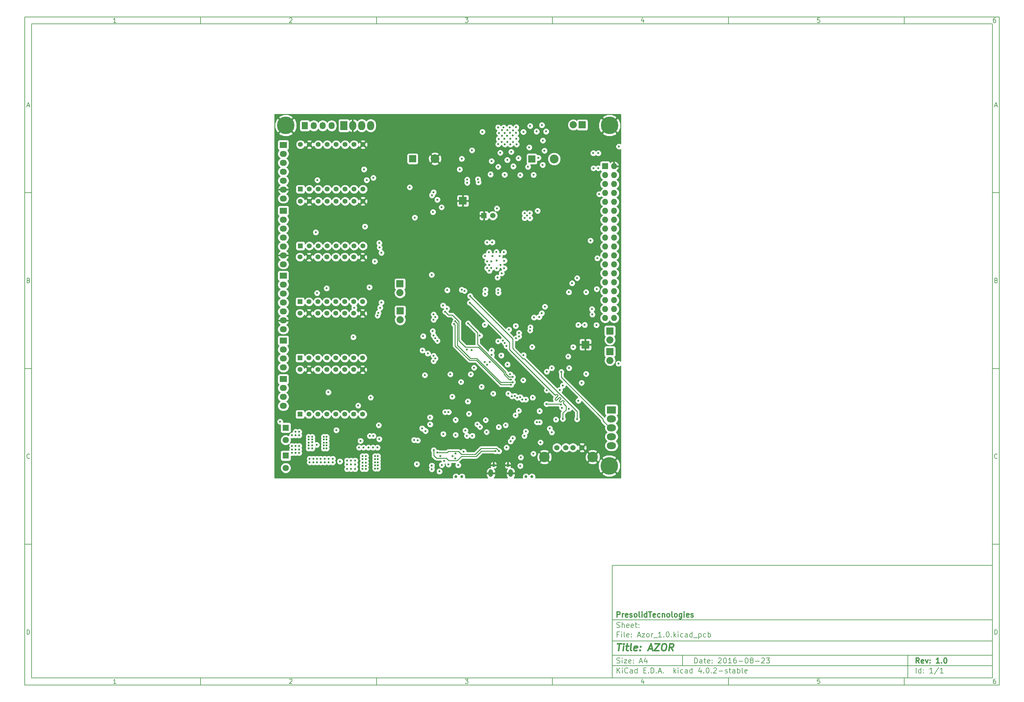
<source format=gbr>
G04 #@! TF.FileFunction,Copper,L3,Inr,Plane*
%FSLAX46Y46*%
G04 Gerber Fmt 4.6, Leading zero omitted, Abs format (unit mm)*
G04 Created by KiCad (PCBNEW 4.0.2-stable) date 05/09/2016 12:27:47*
%MOMM*%
G01*
G04 APERTURE LIST*
%ADD10C,0.150000*%
%ADD11C,0.300000*%
%ADD12C,0.400000*%
%ADD13R,1.800000X1.800000*%
%ADD14C,1.800000*%
%ADD15O,0.711200X1.050000*%
%ADD16O,1.300000X2.150000*%
%ADD17C,1.397000*%
%ADD18R,1.397000X1.397000*%
%ADD19R,1.998980X1.998980*%
%ADD20C,2.499360*%
%ADD21R,1.524000X1.524000*%
%ADD22C,1.524000*%
%ADD23C,5.001260*%
%ADD24C,0.800000*%
%ADD25R,1.727200X1.727200*%
%ADD26O,1.727200X1.727200*%
%ADD27R,2.032000X1.727200*%
%ADD28O,2.032000X1.727200*%
%ADD29C,1.501140*%
%ADD30C,2.999740*%
%ADD31R,2.235200X2.235200*%
%ADD32R,2.032000X2.032000*%
%ADD33O,2.032000X2.032000*%
%ADD34R,1.727200X2.032000*%
%ADD35O,1.727200X2.032000*%
%ADD36R,2.000000X2.600000*%
%ADD37O,2.000000X2.600000*%
%ADD38R,2.600000X2.000000*%
%ADD39O,2.600000X2.000000*%
%ADD40C,0.599440*%
%ADD41C,0.254000*%
G04 APERTURE END LIST*
D10*
X177002200Y-166007200D02*
X177002200Y-198007200D01*
X285002200Y-198007200D01*
X285002200Y-166007200D01*
X177002200Y-166007200D01*
X10000000Y-10000000D02*
X10000000Y-200007200D01*
X287002200Y-200007200D01*
X287002200Y-10000000D01*
X10000000Y-10000000D01*
X12000000Y-12000000D02*
X12000000Y-198007200D01*
X285002200Y-198007200D01*
X285002200Y-12000000D01*
X12000000Y-12000000D01*
X60000000Y-12000000D02*
X60000000Y-10000000D01*
X110000000Y-12000000D02*
X110000000Y-10000000D01*
X160000000Y-12000000D02*
X160000000Y-10000000D01*
X210000000Y-12000000D02*
X210000000Y-10000000D01*
X260000000Y-12000000D02*
X260000000Y-10000000D01*
X35990476Y-11588095D02*
X35247619Y-11588095D01*
X35619048Y-11588095D02*
X35619048Y-10288095D01*
X35495238Y-10473810D01*
X35371429Y-10597619D01*
X35247619Y-10659524D01*
X85247619Y-10411905D02*
X85309524Y-10350000D01*
X85433333Y-10288095D01*
X85742857Y-10288095D01*
X85866667Y-10350000D01*
X85928571Y-10411905D01*
X85990476Y-10535714D01*
X85990476Y-10659524D01*
X85928571Y-10845238D01*
X85185714Y-11588095D01*
X85990476Y-11588095D01*
X135185714Y-10288095D02*
X135990476Y-10288095D01*
X135557143Y-10783333D01*
X135742857Y-10783333D01*
X135866667Y-10845238D01*
X135928571Y-10907143D01*
X135990476Y-11030952D01*
X135990476Y-11340476D01*
X135928571Y-11464286D01*
X135866667Y-11526190D01*
X135742857Y-11588095D01*
X135371429Y-11588095D01*
X135247619Y-11526190D01*
X135185714Y-11464286D01*
X185866667Y-10721429D02*
X185866667Y-11588095D01*
X185557143Y-10226190D02*
X185247619Y-11154762D01*
X186052381Y-11154762D01*
X235928571Y-10288095D02*
X235309524Y-10288095D01*
X235247619Y-10907143D01*
X235309524Y-10845238D01*
X235433333Y-10783333D01*
X235742857Y-10783333D01*
X235866667Y-10845238D01*
X235928571Y-10907143D01*
X235990476Y-11030952D01*
X235990476Y-11340476D01*
X235928571Y-11464286D01*
X235866667Y-11526190D01*
X235742857Y-11588095D01*
X235433333Y-11588095D01*
X235309524Y-11526190D01*
X235247619Y-11464286D01*
X285866667Y-10288095D02*
X285619048Y-10288095D01*
X285495238Y-10350000D01*
X285433333Y-10411905D01*
X285309524Y-10597619D01*
X285247619Y-10845238D01*
X285247619Y-11340476D01*
X285309524Y-11464286D01*
X285371429Y-11526190D01*
X285495238Y-11588095D01*
X285742857Y-11588095D01*
X285866667Y-11526190D01*
X285928571Y-11464286D01*
X285990476Y-11340476D01*
X285990476Y-11030952D01*
X285928571Y-10907143D01*
X285866667Y-10845238D01*
X285742857Y-10783333D01*
X285495238Y-10783333D01*
X285371429Y-10845238D01*
X285309524Y-10907143D01*
X285247619Y-11030952D01*
X60000000Y-198007200D02*
X60000000Y-200007200D01*
X110000000Y-198007200D02*
X110000000Y-200007200D01*
X160000000Y-198007200D02*
X160000000Y-200007200D01*
X210000000Y-198007200D02*
X210000000Y-200007200D01*
X260000000Y-198007200D02*
X260000000Y-200007200D01*
X35990476Y-199595295D02*
X35247619Y-199595295D01*
X35619048Y-199595295D02*
X35619048Y-198295295D01*
X35495238Y-198481010D01*
X35371429Y-198604819D01*
X35247619Y-198666724D01*
X85247619Y-198419105D02*
X85309524Y-198357200D01*
X85433333Y-198295295D01*
X85742857Y-198295295D01*
X85866667Y-198357200D01*
X85928571Y-198419105D01*
X85990476Y-198542914D01*
X85990476Y-198666724D01*
X85928571Y-198852438D01*
X85185714Y-199595295D01*
X85990476Y-199595295D01*
X135185714Y-198295295D02*
X135990476Y-198295295D01*
X135557143Y-198790533D01*
X135742857Y-198790533D01*
X135866667Y-198852438D01*
X135928571Y-198914343D01*
X135990476Y-199038152D01*
X135990476Y-199347676D01*
X135928571Y-199471486D01*
X135866667Y-199533390D01*
X135742857Y-199595295D01*
X135371429Y-199595295D01*
X135247619Y-199533390D01*
X135185714Y-199471486D01*
X185866667Y-198728629D02*
X185866667Y-199595295D01*
X185557143Y-198233390D02*
X185247619Y-199161962D01*
X186052381Y-199161962D01*
X235928571Y-198295295D02*
X235309524Y-198295295D01*
X235247619Y-198914343D01*
X235309524Y-198852438D01*
X235433333Y-198790533D01*
X235742857Y-198790533D01*
X235866667Y-198852438D01*
X235928571Y-198914343D01*
X235990476Y-199038152D01*
X235990476Y-199347676D01*
X235928571Y-199471486D01*
X235866667Y-199533390D01*
X235742857Y-199595295D01*
X235433333Y-199595295D01*
X235309524Y-199533390D01*
X235247619Y-199471486D01*
X285866667Y-198295295D02*
X285619048Y-198295295D01*
X285495238Y-198357200D01*
X285433333Y-198419105D01*
X285309524Y-198604819D01*
X285247619Y-198852438D01*
X285247619Y-199347676D01*
X285309524Y-199471486D01*
X285371429Y-199533390D01*
X285495238Y-199595295D01*
X285742857Y-199595295D01*
X285866667Y-199533390D01*
X285928571Y-199471486D01*
X285990476Y-199347676D01*
X285990476Y-199038152D01*
X285928571Y-198914343D01*
X285866667Y-198852438D01*
X285742857Y-198790533D01*
X285495238Y-198790533D01*
X285371429Y-198852438D01*
X285309524Y-198914343D01*
X285247619Y-199038152D01*
X10000000Y-60000000D02*
X12000000Y-60000000D01*
X10000000Y-110000000D02*
X12000000Y-110000000D01*
X10000000Y-160000000D02*
X12000000Y-160000000D01*
X10690476Y-35216667D02*
X11309524Y-35216667D01*
X10566667Y-35588095D02*
X11000000Y-34288095D01*
X11433333Y-35588095D01*
X11092857Y-84907143D02*
X11278571Y-84969048D01*
X11340476Y-85030952D01*
X11402381Y-85154762D01*
X11402381Y-85340476D01*
X11340476Y-85464286D01*
X11278571Y-85526190D01*
X11154762Y-85588095D01*
X10659524Y-85588095D01*
X10659524Y-84288095D01*
X11092857Y-84288095D01*
X11216667Y-84350000D01*
X11278571Y-84411905D01*
X11340476Y-84535714D01*
X11340476Y-84659524D01*
X11278571Y-84783333D01*
X11216667Y-84845238D01*
X11092857Y-84907143D01*
X10659524Y-84907143D01*
X11402381Y-135464286D02*
X11340476Y-135526190D01*
X11154762Y-135588095D01*
X11030952Y-135588095D01*
X10845238Y-135526190D01*
X10721429Y-135402381D01*
X10659524Y-135278571D01*
X10597619Y-135030952D01*
X10597619Y-134845238D01*
X10659524Y-134597619D01*
X10721429Y-134473810D01*
X10845238Y-134350000D01*
X11030952Y-134288095D01*
X11154762Y-134288095D01*
X11340476Y-134350000D01*
X11402381Y-134411905D01*
X10659524Y-185588095D02*
X10659524Y-184288095D01*
X10969048Y-184288095D01*
X11154762Y-184350000D01*
X11278571Y-184473810D01*
X11340476Y-184597619D01*
X11402381Y-184845238D01*
X11402381Y-185030952D01*
X11340476Y-185278571D01*
X11278571Y-185402381D01*
X11154762Y-185526190D01*
X10969048Y-185588095D01*
X10659524Y-185588095D01*
X287002200Y-60000000D02*
X285002200Y-60000000D01*
X287002200Y-110000000D02*
X285002200Y-110000000D01*
X287002200Y-160000000D02*
X285002200Y-160000000D01*
X285692676Y-35216667D02*
X286311724Y-35216667D01*
X285568867Y-35588095D02*
X286002200Y-34288095D01*
X286435533Y-35588095D01*
X286095057Y-84907143D02*
X286280771Y-84969048D01*
X286342676Y-85030952D01*
X286404581Y-85154762D01*
X286404581Y-85340476D01*
X286342676Y-85464286D01*
X286280771Y-85526190D01*
X286156962Y-85588095D01*
X285661724Y-85588095D01*
X285661724Y-84288095D01*
X286095057Y-84288095D01*
X286218867Y-84350000D01*
X286280771Y-84411905D01*
X286342676Y-84535714D01*
X286342676Y-84659524D01*
X286280771Y-84783333D01*
X286218867Y-84845238D01*
X286095057Y-84907143D01*
X285661724Y-84907143D01*
X286404581Y-135464286D02*
X286342676Y-135526190D01*
X286156962Y-135588095D01*
X286033152Y-135588095D01*
X285847438Y-135526190D01*
X285723629Y-135402381D01*
X285661724Y-135278571D01*
X285599819Y-135030952D01*
X285599819Y-134845238D01*
X285661724Y-134597619D01*
X285723629Y-134473810D01*
X285847438Y-134350000D01*
X286033152Y-134288095D01*
X286156962Y-134288095D01*
X286342676Y-134350000D01*
X286404581Y-134411905D01*
X285661724Y-185588095D02*
X285661724Y-184288095D01*
X285971248Y-184288095D01*
X286156962Y-184350000D01*
X286280771Y-184473810D01*
X286342676Y-184597619D01*
X286404581Y-184845238D01*
X286404581Y-185030952D01*
X286342676Y-185278571D01*
X286280771Y-185402381D01*
X286156962Y-185526190D01*
X285971248Y-185588095D01*
X285661724Y-185588095D01*
X200359343Y-193785771D02*
X200359343Y-192285771D01*
X200716486Y-192285771D01*
X200930771Y-192357200D01*
X201073629Y-192500057D01*
X201145057Y-192642914D01*
X201216486Y-192928629D01*
X201216486Y-193142914D01*
X201145057Y-193428629D01*
X201073629Y-193571486D01*
X200930771Y-193714343D01*
X200716486Y-193785771D01*
X200359343Y-193785771D01*
X202502200Y-193785771D02*
X202502200Y-193000057D01*
X202430771Y-192857200D01*
X202287914Y-192785771D01*
X202002200Y-192785771D01*
X201859343Y-192857200D01*
X202502200Y-193714343D02*
X202359343Y-193785771D01*
X202002200Y-193785771D01*
X201859343Y-193714343D01*
X201787914Y-193571486D01*
X201787914Y-193428629D01*
X201859343Y-193285771D01*
X202002200Y-193214343D01*
X202359343Y-193214343D01*
X202502200Y-193142914D01*
X203002200Y-192785771D02*
X203573629Y-192785771D01*
X203216486Y-192285771D02*
X203216486Y-193571486D01*
X203287914Y-193714343D01*
X203430772Y-193785771D01*
X203573629Y-193785771D01*
X204645057Y-193714343D02*
X204502200Y-193785771D01*
X204216486Y-193785771D01*
X204073629Y-193714343D01*
X204002200Y-193571486D01*
X204002200Y-193000057D01*
X204073629Y-192857200D01*
X204216486Y-192785771D01*
X204502200Y-192785771D01*
X204645057Y-192857200D01*
X204716486Y-193000057D01*
X204716486Y-193142914D01*
X204002200Y-193285771D01*
X205359343Y-193642914D02*
X205430771Y-193714343D01*
X205359343Y-193785771D01*
X205287914Y-193714343D01*
X205359343Y-193642914D01*
X205359343Y-193785771D01*
X205359343Y-192857200D02*
X205430771Y-192928629D01*
X205359343Y-193000057D01*
X205287914Y-192928629D01*
X205359343Y-192857200D01*
X205359343Y-193000057D01*
X207145057Y-192428629D02*
X207216486Y-192357200D01*
X207359343Y-192285771D01*
X207716486Y-192285771D01*
X207859343Y-192357200D01*
X207930772Y-192428629D01*
X208002200Y-192571486D01*
X208002200Y-192714343D01*
X207930772Y-192928629D01*
X207073629Y-193785771D01*
X208002200Y-193785771D01*
X208930771Y-192285771D02*
X209073628Y-192285771D01*
X209216485Y-192357200D01*
X209287914Y-192428629D01*
X209359343Y-192571486D01*
X209430771Y-192857200D01*
X209430771Y-193214343D01*
X209359343Y-193500057D01*
X209287914Y-193642914D01*
X209216485Y-193714343D01*
X209073628Y-193785771D01*
X208930771Y-193785771D01*
X208787914Y-193714343D01*
X208716485Y-193642914D01*
X208645057Y-193500057D01*
X208573628Y-193214343D01*
X208573628Y-192857200D01*
X208645057Y-192571486D01*
X208716485Y-192428629D01*
X208787914Y-192357200D01*
X208930771Y-192285771D01*
X210859342Y-193785771D02*
X210002199Y-193785771D01*
X210430771Y-193785771D02*
X210430771Y-192285771D01*
X210287914Y-192500057D01*
X210145056Y-192642914D01*
X210002199Y-192714343D01*
X212145056Y-192285771D02*
X211859342Y-192285771D01*
X211716485Y-192357200D01*
X211645056Y-192428629D01*
X211502199Y-192642914D01*
X211430770Y-192928629D01*
X211430770Y-193500057D01*
X211502199Y-193642914D01*
X211573627Y-193714343D01*
X211716485Y-193785771D01*
X212002199Y-193785771D01*
X212145056Y-193714343D01*
X212216485Y-193642914D01*
X212287913Y-193500057D01*
X212287913Y-193142914D01*
X212216485Y-193000057D01*
X212145056Y-192928629D01*
X212002199Y-192857200D01*
X211716485Y-192857200D01*
X211573627Y-192928629D01*
X211502199Y-193000057D01*
X211430770Y-193142914D01*
X212930770Y-193214343D02*
X214073627Y-193214343D01*
X215073627Y-192285771D02*
X215216484Y-192285771D01*
X215359341Y-192357200D01*
X215430770Y-192428629D01*
X215502199Y-192571486D01*
X215573627Y-192857200D01*
X215573627Y-193214343D01*
X215502199Y-193500057D01*
X215430770Y-193642914D01*
X215359341Y-193714343D01*
X215216484Y-193785771D01*
X215073627Y-193785771D01*
X214930770Y-193714343D01*
X214859341Y-193642914D01*
X214787913Y-193500057D01*
X214716484Y-193214343D01*
X214716484Y-192857200D01*
X214787913Y-192571486D01*
X214859341Y-192428629D01*
X214930770Y-192357200D01*
X215073627Y-192285771D01*
X216430770Y-192928629D02*
X216287912Y-192857200D01*
X216216484Y-192785771D01*
X216145055Y-192642914D01*
X216145055Y-192571486D01*
X216216484Y-192428629D01*
X216287912Y-192357200D01*
X216430770Y-192285771D01*
X216716484Y-192285771D01*
X216859341Y-192357200D01*
X216930770Y-192428629D01*
X217002198Y-192571486D01*
X217002198Y-192642914D01*
X216930770Y-192785771D01*
X216859341Y-192857200D01*
X216716484Y-192928629D01*
X216430770Y-192928629D01*
X216287912Y-193000057D01*
X216216484Y-193071486D01*
X216145055Y-193214343D01*
X216145055Y-193500057D01*
X216216484Y-193642914D01*
X216287912Y-193714343D01*
X216430770Y-193785771D01*
X216716484Y-193785771D01*
X216859341Y-193714343D01*
X216930770Y-193642914D01*
X217002198Y-193500057D01*
X217002198Y-193214343D01*
X216930770Y-193071486D01*
X216859341Y-193000057D01*
X216716484Y-192928629D01*
X217645055Y-193214343D02*
X218787912Y-193214343D01*
X219430769Y-192428629D02*
X219502198Y-192357200D01*
X219645055Y-192285771D01*
X220002198Y-192285771D01*
X220145055Y-192357200D01*
X220216484Y-192428629D01*
X220287912Y-192571486D01*
X220287912Y-192714343D01*
X220216484Y-192928629D01*
X219359341Y-193785771D01*
X220287912Y-193785771D01*
X220787912Y-192285771D02*
X221716483Y-192285771D01*
X221216483Y-192857200D01*
X221430769Y-192857200D01*
X221573626Y-192928629D01*
X221645055Y-193000057D01*
X221716483Y-193142914D01*
X221716483Y-193500057D01*
X221645055Y-193642914D01*
X221573626Y-193714343D01*
X221430769Y-193785771D01*
X221002197Y-193785771D01*
X220859340Y-193714343D01*
X220787912Y-193642914D01*
X177002200Y-194507200D02*
X285002200Y-194507200D01*
X178359343Y-196585771D02*
X178359343Y-195085771D01*
X179216486Y-196585771D02*
X178573629Y-195728629D01*
X179216486Y-195085771D02*
X178359343Y-195942914D01*
X179859343Y-196585771D02*
X179859343Y-195585771D01*
X179859343Y-195085771D02*
X179787914Y-195157200D01*
X179859343Y-195228629D01*
X179930771Y-195157200D01*
X179859343Y-195085771D01*
X179859343Y-195228629D01*
X181430772Y-196442914D02*
X181359343Y-196514343D01*
X181145057Y-196585771D01*
X181002200Y-196585771D01*
X180787915Y-196514343D01*
X180645057Y-196371486D01*
X180573629Y-196228629D01*
X180502200Y-195942914D01*
X180502200Y-195728629D01*
X180573629Y-195442914D01*
X180645057Y-195300057D01*
X180787915Y-195157200D01*
X181002200Y-195085771D01*
X181145057Y-195085771D01*
X181359343Y-195157200D01*
X181430772Y-195228629D01*
X182716486Y-196585771D02*
X182716486Y-195800057D01*
X182645057Y-195657200D01*
X182502200Y-195585771D01*
X182216486Y-195585771D01*
X182073629Y-195657200D01*
X182716486Y-196514343D02*
X182573629Y-196585771D01*
X182216486Y-196585771D01*
X182073629Y-196514343D01*
X182002200Y-196371486D01*
X182002200Y-196228629D01*
X182073629Y-196085771D01*
X182216486Y-196014343D01*
X182573629Y-196014343D01*
X182716486Y-195942914D01*
X184073629Y-196585771D02*
X184073629Y-195085771D01*
X184073629Y-196514343D02*
X183930772Y-196585771D01*
X183645058Y-196585771D01*
X183502200Y-196514343D01*
X183430772Y-196442914D01*
X183359343Y-196300057D01*
X183359343Y-195871486D01*
X183430772Y-195728629D01*
X183502200Y-195657200D01*
X183645058Y-195585771D01*
X183930772Y-195585771D01*
X184073629Y-195657200D01*
X185930772Y-195800057D02*
X186430772Y-195800057D01*
X186645058Y-196585771D02*
X185930772Y-196585771D01*
X185930772Y-195085771D01*
X186645058Y-195085771D01*
X187287915Y-196442914D02*
X187359343Y-196514343D01*
X187287915Y-196585771D01*
X187216486Y-196514343D01*
X187287915Y-196442914D01*
X187287915Y-196585771D01*
X188002201Y-196585771D02*
X188002201Y-195085771D01*
X188359344Y-195085771D01*
X188573629Y-195157200D01*
X188716487Y-195300057D01*
X188787915Y-195442914D01*
X188859344Y-195728629D01*
X188859344Y-195942914D01*
X188787915Y-196228629D01*
X188716487Y-196371486D01*
X188573629Y-196514343D01*
X188359344Y-196585771D01*
X188002201Y-196585771D01*
X189502201Y-196442914D02*
X189573629Y-196514343D01*
X189502201Y-196585771D01*
X189430772Y-196514343D01*
X189502201Y-196442914D01*
X189502201Y-196585771D01*
X190145058Y-196157200D02*
X190859344Y-196157200D01*
X190002201Y-196585771D02*
X190502201Y-195085771D01*
X191002201Y-196585771D01*
X191502201Y-196442914D02*
X191573629Y-196514343D01*
X191502201Y-196585771D01*
X191430772Y-196514343D01*
X191502201Y-196442914D01*
X191502201Y-196585771D01*
X194502201Y-196585771D02*
X194502201Y-195085771D01*
X194645058Y-196014343D02*
X195073629Y-196585771D01*
X195073629Y-195585771D02*
X194502201Y-196157200D01*
X195716487Y-196585771D02*
X195716487Y-195585771D01*
X195716487Y-195085771D02*
X195645058Y-195157200D01*
X195716487Y-195228629D01*
X195787915Y-195157200D01*
X195716487Y-195085771D01*
X195716487Y-195228629D01*
X197073630Y-196514343D02*
X196930773Y-196585771D01*
X196645059Y-196585771D01*
X196502201Y-196514343D01*
X196430773Y-196442914D01*
X196359344Y-196300057D01*
X196359344Y-195871486D01*
X196430773Y-195728629D01*
X196502201Y-195657200D01*
X196645059Y-195585771D01*
X196930773Y-195585771D01*
X197073630Y-195657200D01*
X198359344Y-196585771D02*
X198359344Y-195800057D01*
X198287915Y-195657200D01*
X198145058Y-195585771D01*
X197859344Y-195585771D01*
X197716487Y-195657200D01*
X198359344Y-196514343D02*
X198216487Y-196585771D01*
X197859344Y-196585771D01*
X197716487Y-196514343D01*
X197645058Y-196371486D01*
X197645058Y-196228629D01*
X197716487Y-196085771D01*
X197859344Y-196014343D01*
X198216487Y-196014343D01*
X198359344Y-195942914D01*
X199716487Y-196585771D02*
X199716487Y-195085771D01*
X199716487Y-196514343D02*
X199573630Y-196585771D01*
X199287916Y-196585771D01*
X199145058Y-196514343D01*
X199073630Y-196442914D01*
X199002201Y-196300057D01*
X199002201Y-195871486D01*
X199073630Y-195728629D01*
X199145058Y-195657200D01*
X199287916Y-195585771D01*
X199573630Y-195585771D01*
X199716487Y-195657200D01*
X202216487Y-195585771D02*
X202216487Y-196585771D01*
X201859344Y-195014343D02*
X201502201Y-196085771D01*
X202430773Y-196085771D01*
X203002201Y-196442914D02*
X203073629Y-196514343D01*
X203002201Y-196585771D01*
X202930772Y-196514343D01*
X203002201Y-196442914D01*
X203002201Y-196585771D01*
X204002201Y-195085771D02*
X204145058Y-195085771D01*
X204287915Y-195157200D01*
X204359344Y-195228629D01*
X204430773Y-195371486D01*
X204502201Y-195657200D01*
X204502201Y-196014343D01*
X204430773Y-196300057D01*
X204359344Y-196442914D01*
X204287915Y-196514343D01*
X204145058Y-196585771D01*
X204002201Y-196585771D01*
X203859344Y-196514343D01*
X203787915Y-196442914D01*
X203716487Y-196300057D01*
X203645058Y-196014343D01*
X203645058Y-195657200D01*
X203716487Y-195371486D01*
X203787915Y-195228629D01*
X203859344Y-195157200D01*
X204002201Y-195085771D01*
X205145058Y-196442914D02*
X205216486Y-196514343D01*
X205145058Y-196585771D01*
X205073629Y-196514343D01*
X205145058Y-196442914D01*
X205145058Y-196585771D01*
X205787915Y-195228629D02*
X205859344Y-195157200D01*
X206002201Y-195085771D01*
X206359344Y-195085771D01*
X206502201Y-195157200D01*
X206573630Y-195228629D01*
X206645058Y-195371486D01*
X206645058Y-195514343D01*
X206573630Y-195728629D01*
X205716487Y-196585771D01*
X206645058Y-196585771D01*
X207287915Y-196014343D02*
X208430772Y-196014343D01*
X209073629Y-196514343D02*
X209216486Y-196585771D01*
X209502201Y-196585771D01*
X209645058Y-196514343D01*
X209716486Y-196371486D01*
X209716486Y-196300057D01*
X209645058Y-196157200D01*
X209502201Y-196085771D01*
X209287915Y-196085771D01*
X209145058Y-196014343D01*
X209073629Y-195871486D01*
X209073629Y-195800057D01*
X209145058Y-195657200D01*
X209287915Y-195585771D01*
X209502201Y-195585771D01*
X209645058Y-195657200D01*
X210145058Y-195585771D02*
X210716487Y-195585771D01*
X210359344Y-195085771D02*
X210359344Y-196371486D01*
X210430772Y-196514343D01*
X210573630Y-196585771D01*
X210716487Y-196585771D01*
X211859344Y-196585771D02*
X211859344Y-195800057D01*
X211787915Y-195657200D01*
X211645058Y-195585771D01*
X211359344Y-195585771D01*
X211216487Y-195657200D01*
X211859344Y-196514343D02*
X211716487Y-196585771D01*
X211359344Y-196585771D01*
X211216487Y-196514343D01*
X211145058Y-196371486D01*
X211145058Y-196228629D01*
X211216487Y-196085771D01*
X211359344Y-196014343D01*
X211716487Y-196014343D01*
X211859344Y-195942914D01*
X212573630Y-196585771D02*
X212573630Y-195085771D01*
X212573630Y-195657200D02*
X212716487Y-195585771D01*
X213002201Y-195585771D01*
X213145058Y-195657200D01*
X213216487Y-195728629D01*
X213287916Y-195871486D01*
X213287916Y-196300057D01*
X213216487Y-196442914D01*
X213145058Y-196514343D01*
X213002201Y-196585771D01*
X212716487Y-196585771D01*
X212573630Y-196514343D01*
X214145059Y-196585771D02*
X214002201Y-196514343D01*
X213930773Y-196371486D01*
X213930773Y-195085771D01*
X215287915Y-196514343D02*
X215145058Y-196585771D01*
X214859344Y-196585771D01*
X214716487Y-196514343D01*
X214645058Y-196371486D01*
X214645058Y-195800057D01*
X214716487Y-195657200D01*
X214859344Y-195585771D01*
X215145058Y-195585771D01*
X215287915Y-195657200D01*
X215359344Y-195800057D01*
X215359344Y-195942914D01*
X214645058Y-196085771D01*
X177002200Y-191507200D02*
X285002200Y-191507200D01*
D11*
X264216486Y-193785771D02*
X263716486Y-193071486D01*
X263359343Y-193785771D02*
X263359343Y-192285771D01*
X263930771Y-192285771D01*
X264073629Y-192357200D01*
X264145057Y-192428629D01*
X264216486Y-192571486D01*
X264216486Y-192785771D01*
X264145057Y-192928629D01*
X264073629Y-193000057D01*
X263930771Y-193071486D01*
X263359343Y-193071486D01*
X265430771Y-193714343D02*
X265287914Y-193785771D01*
X265002200Y-193785771D01*
X264859343Y-193714343D01*
X264787914Y-193571486D01*
X264787914Y-193000057D01*
X264859343Y-192857200D01*
X265002200Y-192785771D01*
X265287914Y-192785771D01*
X265430771Y-192857200D01*
X265502200Y-193000057D01*
X265502200Y-193142914D01*
X264787914Y-193285771D01*
X266002200Y-192785771D02*
X266359343Y-193785771D01*
X266716485Y-192785771D01*
X267287914Y-193642914D02*
X267359342Y-193714343D01*
X267287914Y-193785771D01*
X267216485Y-193714343D01*
X267287914Y-193642914D01*
X267287914Y-193785771D01*
X267287914Y-192857200D02*
X267359342Y-192928629D01*
X267287914Y-193000057D01*
X267216485Y-192928629D01*
X267287914Y-192857200D01*
X267287914Y-193000057D01*
X269930771Y-193785771D02*
X269073628Y-193785771D01*
X269502200Y-193785771D02*
X269502200Y-192285771D01*
X269359343Y-192500057D01*
X269216485Y-192642914D01*
X269073628Y-192714343D01*
X270573628Y-193642914D02*
X270645056Y-193714343D01*
X270573628Y-193785771D01*
X270502199Y-193714343D01*
X270573628Y-193642914D01*
X270573628Y-193785771D01*
X271573628Y-192285771D02*
X271716485Y-192285771D01*
X271859342Y-192357200D01*
X271930771Y-192428629D01*
X272002200Y-192571486D01*
X272073628Y-192857200D01*
X272073628Y-193214343D01*
X272002200Y-193500057D01*
X271930771Y-193642914D01*
X271859342Y-193714343D01*
X271716485Y-193785771D01*
X271573628Y-193785771D01*
X271430771Y-193714343D01*
X271359342Y-193642914D01*
X271287914Y-193500057D01*
X271216485Y-193214343D01*
X271216485Y-192857200D01*
X271287914Y-192571486D01*
X271359342Y-192428629D01*
X271430771Y-192357200D01*
X271573628Y-192285771D01*
D10*
X178287914Y-193714343D02*
X178502200Y-193785771D01*
X178859343Y-193785771D01*
X179002200Y-193714343D01*
X179073629Y-193642914D01*
X179145057Y-193500057D01*
X179145057Y-193357200D01*
X179073629Y-193214343D01*
X179002200Y-193142914D01*
X178859343Y-193071486D01*
X178573629Y-193000057D01*
X178430771Y-192928629D01*
X178359343Y-192857200D01*
X178287914Y-192714343D01*
X178287914Y-192571486D01*
X178359343Y-192428629D01*
X178430771Y-192357200D01*
X178573629Y-192285771D01*
X178930771Y-192285771D01*
X179145057Y-192357200D01*
X179787914Y-193785771D02*
X179787914Y-192785771D01*
X179787914Y-192285771D02*
X179716485Y-192357200D01*
X179787914Y-192428629D01*
X179859342Y-192357200D01*
X179787914Y-192285771D01*
X179787914Y-192428629D01*
X180359343Y-192785771D02*
X181145057Y-192785771D01*
X180359343Y-193785771D01*
X181145057Y-193785771D01*
X182287914Y-193714343D02*
X182145057Y-193785771D01*
X181859343Y-193785771D01*
X181716486Y-193714343D01*
X181645057Y-193571486D01*
X181645057Y-193000057D01*
X181716486Y-192857200D01*
X181859343Y-192785771D01*
X182145057Y-192785771D01*
X182287914Y-192857200D01*
X182359343Y-193000057D01*
X182359343Y-193142914D01*
X181645057Y-193285771D01*
X183002200Y-193642914D02*
X183073628Y-193714343D01*
X183002200Y-193785771D01*
X182930771Y-193714343D01*
X183002200Y-193642914D01*
X183002200Y-193785771D01*
X183002200Y-192857200D02*
X183073628Y-192928629D01*
X183002200Y-193000057D01*
X182930771Y-192928629D01*
X183002200Y-192857200D01*
X183002200Y-193000057D01*
X184787914Y-193357200D02*
X185502200Y-193357200D01*
X184645057Y-193785771D02*
X185145057Y-192285771D01*
X185645057Y-193785771D01*
X186787914Y-192785771D02*
X186787914Y-193785771D01*
X186430771Y-192214343D02*
X186073628Y-193285771D01*
X187002200Y-193285771D01*
X263359343Y-196585771D02*
X263359343Y-195085771D01*
X264716486Y-196585771D02*
X264716486Y-195085771D01*
X264716486Y-196514343D02*
X264573629Y-196585771D01*
X264287915Y-196585771D01*
X264145057Y-196514343D01*
X264073629Y-196442914D01*
X264002200Y-196300057D01*
X264002200Y-195871486D01*
X264073629Y-195728629D01*
X264145057Y-195657200D01*
X264287915Y-195585771D01*
X264573629Y-195585771D01*
X264716486Y-195657200D01*
X265430772Y-196442914D02*
X265502200Y-196514343D01*
X265430772Y-196585771D01*
X265359343Y-196514343D01*
X265430772Y-196442914D01*
X265430772Y-196585771D01*
X265430772Y-195657200D02*
X265502200Y-195728629D01*
X265430772Y-195800057D01*
X265359343Y-195728629D01*
X265430772Y-195657200D01*
X265430772Y-195800057D01*
X268073629Y-196585771D02*
X267216486Y-196585771D01*
X267645058Y-196585771D02*
X267645058Y-195085771D01*
X267502201Y-195300057D01*
X267359343Y-195442914D01*
X267216486Y-195514343D01*
X269787914Y-195014343D02*
X268502200Y-196942914D01*
X271073629Y-196585771D02*
X270216486Y-196585771D01*
X270645058Y-196585771D02*
X270645058Y-195085771D01*
X270502201Y-195300057D01*
X270359343Y-195442914D01*
X270216486Y-195514343D01*
X177002200Y-187507200D02*
X285002200Y-187507200D01*
D12*
X178454581Y-188211962D02*
X179597438Y-188211962D01*
X178776010Y-190211962D02*
X179026010Y-188211962D01*
X180014105Y-190211962D02*
X180180771Y-188878629D01*
X180264105Y-188211962D02*
X180156962Y-188307200D01*
X180240295Y-188402438D01*
X180347439Y-188307200D01*
X180264105Y-188211962D01*
X180240295Y-188402438D01*
X180847438Y-188878629D02*
X181609343Y-188878629D01*
X181216486Y-188211962D02*
X181002200Y-189926248D01*
X181073630Y-190116724D01*
X181252201Y-190211962D01*
X181442677Y-190211962D01*
X182395058Y-190211962D02*
X182216487Y-190116724D01*
X182145057Y-189926248D01*
X182359343Y-188211962D01*
X183930772Y-190116724D02*
X183728391Y-190211962D01*
X183347439Y-190211962D01*
X183168867Y-190116724D01*
X183097438Y-189926248D01*
X183192676Y-189164343D01*
X183311724Y-188973867D01*
X183514105Y-188878629D01*
X183895057Y-188878629D01*
X184073629Y-188973867D01*
X184145057Y-189164343D01*
X184121248Y-189354819D01*
X183145057Y-189545295D01*
X184895057Y-190021486D02*
X184978392Y-190116724D01*
X184871248Y-190211962D01*
X184787915Y-190116724D01*
X184895057Y-190021486D01*
X184871248Y-190211962D01*
X185026010Y-188973867D02*
X185109344Y-189069105D01*
X185002200Y-189164343D01*
X184918867Y-189069105D01*
X185026010Y-188973867D01*
X185002200Y-189164343D01*
X187323629Y-189640533D02*
X188276010Y-189640533D01*
X187061725Y-190211962D02*
X187978392Y-188211962D01*
X188395059Y-190211962D01*
X189121249Y-188211962D02*
X190454583Y-188211962D01*
X188871249Y-190211962D01*
X190204583Y-190211962D01*
X191597440Y-188211962D02*
X191978392Y-188211962D01*
X192156963Y-188307200D01*
X192323631Y-188497676D01*
X192371249Y-188878629D01*
X192287916Y-189545295D01*
X192145059Y-189926248D01*
X191930773Y-190116724D01*
X191728392Y-190211962D01*
X191347440Y-190211962D01*
X191168869Y-190116724D01*
X191002201Y-189926248D01*
X190954582Y-189545295D01*
X191037915Y-188878629D01*
X191180773Y-188497676D01*
X191395059Y-188307200D01*
X191597440Y-188211962D01*
X194204583Y-190211962D02*
X193656963Y-189259581D01*
X193061725Y-190211962D02*
X193311725Y-188211962D01*
X194073630Y-188211962D01*
X194252201Y-188307200D01*
X194335535Y-188402438D01*
X194406964Y-188592914D01*
X194371249Y-188878629D01*
X194252202Y-189069105D01*
X194145058Y-189164343D01*
X193942677Y-189259581D01*
X193180772Y-189259581D01*
D10*
X178859343Y-185600057D02*
X178359343Y-185600057D01*
X178359343Y-186385771D02*
X178359343Y-184885771D01*
X179073629Y-184885771D01*
X179645057Y-186385771D02*
X179645057Y-185385771D01*
X179645057Y-184885771D02*
X179573628Y-184957200D01*
X179645057Y-185028629D01*
X179716485Y-184957200D01*
X179645057Y-184885771D01*
X179645057Y-185028629D01*
X180573629Y-186385771D02*
X180430771Y-186314343D01*
X180359343Y-186171486D01*
X180359343Y-184885771D01*
X181716485Y-186314343D02*
X181573628Y-186385771D01*
X181287914Y-186385771D01*
X181145057Y-186314343D01*
X181073628Y-186171486D01*
X181073628Y-185600057D01*
X181145057Y-185457200D01*
X181287914Y-185385771D01*
X181573628Y-185385771D01*
X181716485Y-185457200D01*
X181787914Y-185600057D01*
X181787914Y-185742914D01*
X181073628Y-185885771D01*
X182430771Y-186242914D02*
X182502199Y-186314343D01*
X182430771Y-186385771D01*
X182359342Y-186314343D01*
X182430771Y-186242914D01*
X182430771Y-186385771D01*
X182430771Y-185457200D02*
X182502199Y-185528629D01*
X182430771Y-185600057D01*
X182359342Y-185528629D01*
X182430771Y-185457200D01*
X182430771Y-185600057D01*
X184216485Y-185957200D02*
X184930771Y-185957200D01*
X184073628Y-186385771D02*
X184573628Y-184885771D01*
X185073628Y-186385771D01*
X185430771Y-185385771D02*
X186216485Y-185385771D01*
X185430771Y-186385771D01*
X186216485Y-186385771D01*
X187002200Y-186385771D02*
X186859342Y-186314343D01*
X186787914Y-186242914D01*
X186716485Y-186100057D01*
X186716485Y-185671486D01*
X186787914Y-185528629D01*
X186859342Y-185457200D01*
X187002200Y-185385771D01*
X187216485Y-185385771D01*
X187359342Y-185457200D01*
X187430771Y-185528629D01*
X187502200Y-185671486D01*
X187502200Y-186100057D01*
X187430771Y-186242914D01*
X187359342Y-186314343D01*
X187216485Y-186385771D01*
X187002200Y-186385771D01*
X188145057Y-186385771D02*
X188145057Y-185385771D01*
X188145057Y-185671486D02*
X188216485Y-185528629D01*
X188287914Y-185457200D01*
X188430771Y-185385771D01*
X188573628Y-185385771D01*
X188716485Y-186528629D02*
X189859342Y-186528629D01*
X191002199Y-186385771D02*
X190145056Y-186385771D01*
X190573628Y-186385771D02*
X190573628Y-184885771D01*
X190430771Y-185100057D01*
X190287913Y-185242914D01*
X190145056Y-185314343D01*
X191645056Y-186242914D02*
X191716484Y-186314343D01*
X191645056Y-186385771D01*
X191573627Y-186314343D01*
X191645056Y-186242914D01*
X191645056Y-186385771D01*
X192645056Y-184885771D02*
X192787913Y-184885771D01*
X192930770Y-184957200D01*
X193002199Y-185028629D01*
X193073628Y-185171486D01*
X193145056Y-185457200D01*
X193145056Y-185814343D01*
X193073628Y-186100057D01*
X193002199Y-186242914D01*
X192930770Y-186314343D01*
X192787913Y-186385771D01*
X192645056Y-186385771D01*
X192502199Y-186314343D01*
X192430770Y-186242914D01*
X192359342Y-186100057D01*
X192287913Y-185814343D01*
X192287913Y-185457200D01*
X192359342Y-185171486D01*
X192430770Y-185028629D01*
X192502199Y-184957200D01*
X192645056Y-184885771D01*
X193787913Y-186242914D02*
X193859341Y-186314343D01*
X193787913Y-186385771D01*
X193716484Y-186314343D01*
X193787913Y-186242914D01*
X193787913Y-186385771D01*
X194502199Y-186385771D02*
X194502199Y-184885771D01*
X194645056Y-185814343D02*
X195073627Y-186385771D01*
X195073627Y-185385771D02*
X194502199Y-185957200D01*
X195716485Y-186385771D02*
X195716485Y-185385771D01*
X195716485Y-184885771D02*
X195645056Y-184957200D01*
X195716485Y-185028629D01*
X195787913Y-184957200D01*
X195716485Y-184885771D01*
X195716485Y-185028629D01*
X197073628Y-186314343D02*
X196930771Y-186385771D01*
X196645057Y-186385771D01*
X196502199Y-186314343D01*
X196430771Y-186242914D01*
X196359342Y-186100057D01*
X196359342Y-185671486D01*
X196430771Y-185528629D01*
X196502199Y-185457200D01*
X196645057Y-185385771D01*
X196930771Y-185385771D01*
X197073628Y-185457200D01*
X198359342Y-186385771D02*
X198359342Y-185600057D01*
X198287913Y-185457200D01*
X198145056Y-185385771D01*
X197859342Y-185385771D01*
X197716485Y-185457200D01*
X198359342Y-186314343D02*
X198216485Y-186385771D01*
X197859342Y-186385771D01*
X197716485Y-186314343D01*
X197645056Y-186171486D01*
X197645056Y-186028629D01*
X197716485Y-185885771D01*
X197859342Y-185814343D01*
X198216485Y-185814343D01*
X198359342Y-185742914D01*
X199716485Y-186385771D02*
X199716485Y-184885771D01*
X199716485Y-186314343D02*
X199573628Y-186385771D01*
X199287914Y-186385771D01*
X199145056Y-186314343D01*
X199073628Y-186242914D01*
X199002199Y-186100057D01*
X199002199Y-185671486D01*
X199073628Y-185528629D01*
X199145056Y-185457200D01*
X199287914Y-185385771D01*
X199573628Y-185385771D01*
X199716485Y-185457200D01*
X200073628Y-186528629D02*
X201216485Y-186528629D01*
X201573628Y-185385771D02*
X201573628Y-186885771D01*
X201573628Y-185457200D02*
X201716485Y-185385771D01*
X202002199Y-185385771D01*
X202145056Y-185457200D01*
X202216485Y-185528629D01*
X202287914Y-185671486D01*
X202287914Y-186100057D01*
X202216485Y-186242914D01*
X202145056Y-186314343D01*
X202002199Y-186385771D01*
X201716485Y-186385771D01*
X201573628Y-186314343D01*
X203573628Y-186314343D02*
X203430771Y-186385771D01*
X203145057Y-186385771D01*
X203002199Y-186314343D01*
X202930771Y-186242914D01*
X202859342Y-186100057D01*
X202859342Y-185671486D01*
X202930771Y-185528629D01*
X203002199Y-185457200D01*
X203145057Y-185385771D01*
X203430771Y-185385771D01*
X203573628Y-185457200D01*
X204216485Y-186385771D02*
X204216485Y-184885771D01*
X204216485Y-185457200D02*
X204359342Y-185385771D01*
X204645056Y-185385771D01*
X204787913Y-185457200D01*
X204859342Y-185528629D01*
X204930771Y-185671486D01*
X204930771Y-186100057D01*
X204859342Y-186242914D01*
X204787913Y-186314343D01*
X204645056Y-186385771D01*
X204359342Y-186385771D01*
X204216485Y-186314343D01*
X177002200Y-181507200D02*
X285002200Y-181507200D01*
X178287914Y-183614343D02*
X178502200Y-183685771D01*
X178859343Y-183685771D01*
X179002200Y-183614343D01*
X179073629Y-183542914D01*
X179145057Y-183400057D01*
X179145057Y-183257200D01*
X179073629Y-183114343D01*
X179002200Y-183042914D01*
X178859343Y-182971486D01*
X178573629Y-182900057D01*
X178430771Y-182828629D01*
X178359343Y-182757200D01*
X178287914Y-182614343D01*
X178287914Y-182471486D01*
X178359343Y-182328629D01*
X178430771Y-182257200D01*
X178573629Y-182185771D01*
X178930771Y-182185771D01*
X179145057Y-182257200D01*
X179787914Y-183685771D02*
X179787914Y-182185771D01*
X180430771Y-183685771D02*
X180430771Y-182900057D01*
X180359342Y-182757200D01*
X180216485Y-182685771D01*
X180002200Y-182685771D01*
X179859342Y-182757200D01*
X179787914Y-182828629D01*
X181716485Y-183614343D02*
X181573628Y-183685771D01*
X181287914Y-183685771D01*
X181145057Y-183614343D01*
X181073628Y-183471486D01*
X181073628Y-182900057D01*
X181145057Y-182757200D01*
X181287914Y-182685771D01*
X181573628Y-182685771D01*
X181716485Y-182757200D01*
X181787914Y-182900057D01*
X181787914Y-183042914D01*
X181073628Y-183185771D01*
X183002199Y-183614343D02*
X182859342Y-183685771D01*
X182573628Y-183685771D01*
X182430771Y-183614343D01*
X182359342Y-183471486D01*
X182359342Y-182900057D01*
X182430771Y-182757200D01*
X182573628Y-182685771D01*
X182859342Y-182685771D01*
X183002199Y-182757200D01*
X183073628Y-182900057D01*
X183073628Y-183042914D01*
X182359342Y-183185771D01*
X183502199Y-182685771D02*
X184073628Y-182685771D01*
X183716485Y-182185771D02*
X183716485Y-183471486D01*
X183787913Y-183614343D01*
X183930771Y-183685771D01*
X184073628Y-183685771D01*
X184573628Y-183542914D02*
X184645056Y-183614343D01*
X184573628Y-183685771D01*
X184502199Y-183614343D01*
X184573628Y-183542914D01*
X184573628Y-183685771D01*
X184573628Y-182757200D02*
X184645056Y-182828629D01*
X184573628Y-182900057D01*
X184502199Y-182828629D01*
X184573628Y-182757200D01*
X184573628Y-182900057D01*
D11*
X178359343Y-180685771D02*
X178359343Y-179185771D01*
X178930771Y-179185771D01*
X179073629Y-179257200D01*
X179145057Y-179328629D01*
X179216486Y-179471486D01*
X179216486Y-179685771D01*
X179145057Y-179828629D01*
X179073629Y-179900057D01*
X178930771Y-179971486D01*
X178359343Y-179971486D01*
X179859343Y-180685771D02*
X179859343Y-179685771D01*
X179859343Y-179971486D02*
X179930771Y-179828629D01*
X180002200Y-179757200D01*
X180145057Y-179685771D01*
X180287914Y-179685771D01*
X181359342Y-180614343D02*
X181216485Y-180685771D01*
X180930771Y-180685771D01*
X180787914Y-180614343D01*
X180716485Y-180471486D01*
X180716485Y-179900057D01*
X180787914Y-179757200D01*
X180930771Y-179685771D01*
X181216485Y-179685771D01*
X181359342Y-179757200D01*
X181430771Y-179900057D01*
X181430771Y-180042914D01*
X180716485Y-180185771D01*
X182002199Y-180614343D02*
X182145056Y-180685771D01*
X182430771Y-180685771D01*
X182573628Y-180614343D01*
X182645056Y-180471486D01*
X182645056Y-180400057D01*
X182573628Y-180257200D01*
X182430771Y-180185771D01*
X182216485Y-180185771D01*
X182073628Y-180114343D01*
X182002199Y-179971486D01*
X182002199Y-179900057D01*
X182073628Y-179757200D01*
X182216485Y-179685771D01*
X182430771Y-179685771D01*
X182573628Y-179757200D01*
X183502200Y-180685771D02*
X183359342Y-180614343D01*
X183287914Y-180542914D01*
X183216485Y-180400057D01*
X183216485Y-179971486D01*
X183287914Y-179828629D01*
X183359342Y-179757200D01*
X183502200Y-179685771D01*
X183716485Y-179685771D01*
X183859342Y-179757200D01*
X183930771Y-179828629D01*
X184002200Y-179971486D01*
X184002200Y-180400057D01*
X183930771Y-180542914D01*
X183859342Y-180614343D01*
X183716485Y-180685771D01*
X183502200Y-180685771D01*
X184859343Y-180685771D02*
X184716485Y-180614343D01*
X184645057Y-180471486D01*
X184645057Y-179185771D01*
X185430771Y-180685771D02*
X185430771Y-179685771D01*
X185430771Y-179185771D02*
X185359342Y-179257200D01*
X185430771Y-179328629D01*
X185502199Y-179257200D01*
X185430771Y-179185771D01*
X185430771Y-179328629D01*
X186787914Y-180685771D02*
X186787914Y-179185771D01*
X186787914Y-180614343D02*
X186645057Y-180685771D01*
X186359343Y-180685771D01*
X186216485Y-180614343D01*
X186145057Y-180542914D01*
X186073628Y-180400057D01*
X186073628Y-179971486D01*
X186145057Y-179828629D01*
X186216485Y-179757200D01*
X186359343Y-179685771D01*
X186645057Y-179685771D01*
X186787914Y-179757200D01*
X187287914Y-179185771D02*
X188145057Y-179185771D01*
X187716486Y-180685771D02*
X187716486Y-179185771D01*
X189216485Y-180614343D02*
X189073628Y-180685771D01*
X188787914Y-180685771D01*
X188645057Y-180614343D01*
X188573628Y-180471486D01*
X188573628Y-179900057D01*
X188645057Y-179757200D01*
X188787914Y-179685771D01*
X189073628Y-179685771D01*
X189216485Y-179757200D01*
X189287914Y-179900057D01*
X189287914Y-180042914D01*
X188573628Y-180185771D01*
X190573628Y-180614343D02*
X190430771Y-180685771D01*
X190145057Y-180685771D01*
X190002199Y-180614343D01*
X189930771Y-180542914D01*
X189859342Y-180400057D01*
X189859342Y-179971486D01*
X189930771Y-179828629D01*
X190002199Y-179757200D01*
X190145057Y-179685771D01*
X190430771Y-179685771D01*
X190573628Y-179757200D01*
X191216485Y-179685771D02*
X191216485Y-180685771D01*
X191216485Y-179828629D02*
X191287913Y-179757200D01*
X191430771Y-179685771D01*
X191645056Y-179685771D01*
X191787913Y-179757200D01*
X191859342Y-179900057D01*
X191859342Y-180685771D01*
X192787914Y-180685771D02*
X192645056Y-180614343D01*
X192573628Y-180542914D01*
X192502199Y-180400057D01*
X192502199Y-179971486D01*
X192573628Y-179828629D01*
X192645056Y-179757200D01*
X192787914Y-179685771D01*
X193002199Y-179685771D01*
X193145056Y-179757200D01*
X193216485Y-179828629D01*
X193287914Y-179971486D01*
X193287914Y-180400057D01*
X193216485Y-180542914D01*
X193145056Y-180614343D01*
X193002199Y-180685771D01*
X192787914Y-180685771D01*
X194145057Y-180685771D02*
X194002199Y-180614343D01*
X193930771Y-180471486D01*
X193930771Y-179185771D01*
X194930771Y-180685771D02*
X194787913Y-180614343D01*
X194716485Y-180542914D01*
X194645056Y-180400057D01*
X194645056Y-179971486D01*
X194716485Y-179828629D01*
X194787913Y-179757200D01*
X194930771Y-179685771D01*
X195145056Y-179685771D01*
X195287913Y-179757200D01*
X195359342Y-179828629D01*
X195430771Y-179971486D01*
X195430771Y-180400057D01*
X195359342Y-180542914D01*
X195287913Y-180614343D01*
X195145056Y-180685771D01*
X194930771Y-180685771D01*
X196716485Y-179685771D02*
X196716485Y-180900057D01*
X196645056Y-181042914D01*
X196573628Y-181114343D01*
X196430771Y-181185771D01*
X196216485Y-181185771D01*
X196073628Y-181114343D01*
X196716485Y-180614343D02*
X196573628Y-180685771D01*
X196287914Y-180685771D01*
X196145056Y-180614343D01*
X196073628Y-180542914D01*
X196002199Y-180400057D01*
X196002199Y-179971486D01*
X196073628Y-179828629D01*
X196145056Y-179757200D01*
X196287914Y-179685771D01*
X196573628Y-179685771D01*
X196716485Y-179757200D01*
X197430771Y-180685771D02*
X197430771Y-179685771D01*
X197430771Y-179185771D02*
X197359342Y-179257200D01*
X197430771Y-179328629D01*
X197502199Y-179257200D01*
X197430771Y-179185771D01*
X197430771Y-179328629D01*
X198716485Y-180614343D02*
X198573628Y-180685771D01*
X198287914Y-180685771D01*
X198145057Y-180614343D01*
X198073628Y-180471486D01*
X198073628Y-179900057D01*
X198145057Y-179757200D01*
X198287914Y-179685771D01*
X198573628Y-179685771D01*
X198716485Y-179757200D01*
X198787914Y-179900057D01*
X198787914Y-180042914D01*
X198073628Y-180185771D01*
X199359342Y-180614343D02*
X199502199Y-180685771D01*
X199787914Y-180685771D01*
X199930771Y-180614343D01*
X200002199Y-180471486D01*
X200002199Y-180400057D01*
X199930771Y-180257200D01*
X199787914Y-180185771D01*
X199573628Y-180185771D01*
X199430771Y-180114343D01*
X199359342Y-179971486D01*
X199359342Y-179900057D01*
X199430771Y-179757200D01*
X199573628Y-179685771D01*
X199787914Y-179685771D01*
X199930771Y-179757200D01*
D10*
X197002200Y-191507200D02*
X197002200Y-194507200D01*
X261002200Y-191507200D02*
X261002200Y-198007200D01*
D13*
X84180000Y-126830000D03*
D14*
X84180000Y-130330000D03*
D15*
X143275000Y-137490000D03*
D16*
X142475000Y-139770000D03*
X148125000Y-139770000D03*
D15*
X147325000Y-137490000D03*
D17*
X106019600Y-94297500D03*
X103479600Y-94297500D03*
X100939600Y-94297500D03*
X98399600Y-94297500D03*
X95859600Y-94297500D03*
X93319600Y-94297500D03*
X90779600Y-94297500D03*
X88239600Y-94297500D03*
X88239600Y-94297500D03*
X90779600Y-94297500D03*
X93319600Y-94297500D03*
X95859600Y-94297500D03*
X98399600Y-94297500D03*
X100939600Y-94297500D03*
X103479600Y-94297500D03*
X106019600Y-94297500D03*
X106019600Y-106997500D03*
X103479600Y-106997500D03*
X100939600Y-106997500D03*
X98399600Y-106997500D03*
X95859600Y-106997500D03*
X93319600Y-106997500D03*
X90779600Y-106997500D03*
D18*
X88239600Y-106997500D03*
X88239600Y-106997500D03*
D17*
X90779600Y-106997500D03*
X93319600Y-106997500D03*
X95859600Y-106997500D03*
X98399600Y-106997500D03*
X100939600Y-106997500D03*
X103479600Y-106997500D03*
X106019600Y-106997500D03*
X106019600Y-110299500D03*
X103479600Y-110299500D03*
X100939600Y-110299500D03*
X98399600Y-110299500D03*
X95859600Y-110299500D03*
X93319600Y-110299500D03*
X90779600Y-110299500D03*
X88239600Y-110299500D03*
X88239600Y-110299500D03*
X90779600Y-110299500D03*
X93319600Y-110299500D03*
X95859600Y-110299500D03*
X98399600Y-110299500D03*
X100939600Y-110299500D03*
X103479600Y-110299500D03*
X106019600Y-110299500D03*
X106019600Y-122999500D03*
X103479600Y-122999500D03*
X100939600Y-122999500D03*
X98399600Y-122999500D03*
X95859600Y-122999500D03*
X93319600Y-122999500D03*
X90779600Y-122999500D03*
D18*
X88239600Y-122999500D03*
X88239600Y-122999500D03*
D17*
X90779600Y-122999500D03*
X93319600Y-122999500D03*
X95859600Y-122999500D03*
X98399600Y-122999500D03*
X100939600Y-122999500D03*
X103479600Y-122999500D03*
X106019600Y-122999500D03*
X106146600Y-46291500D03*
X103606600Y-46291500D03*
X101066600Y-46291500D03*
X98526600Y-46291500D03*
X95986600Y-46291500D03*
X93446600Y-46291500D03*
X90906600Y-46291500D03*
X88366600Y-46291500D03*
X88366600Y-46291500D03*
X90906600Y-46291500D03*
X93446600Y-46291500D03*
X95986600Y-46291500D03*
X98526600Y-46291500D03*
X101066600Y-46291500D03*
X103606600Y-46291500D03*
X106146600Y-46291500D03*
X106146600Y-58991500D03*
X103606600Y-58991500D03*
X101066600Y-58991500D03*
X98526600Y-58991500D03*
X95986600Y-58991500D03*
X93446600Y-58991500D03*
X90906600Y-58991500D03*
D18*
X88366600Y-58991500D03*
X88366600Y-58991500D03*
D17*
X90906600Y-58991500D03*
X93446600Y-58991500D03*
X95986600Y-58991500D03*
X98526600Y-58991500D03*
X101066600Y-58991500D03*
X103606600Y-58991500D03*
X106146600Y-58991500D03*
D19*
X120243600Y-50342800D03*
D20*
X126593600Y-50342800D03*
D21*
X140500000Y-66500000D03*
D22*
X143040000Y-66500000D03*
D19*
X154127200Y-50393600D03*
D20*
X160477200Y-50393600D03*
D23*
X176209960Y-40863520D03*
X176109960Y-137662020D03*
X84211160Y-40863520D03*
D17*
X106019600Y-78295500D03*
X103479600Y-78295500D03*
X100939600Y-78295500D03*
X98399600Y-78295500D03*
X95859600Y-78295500D03*
X93319600Y-78295500D03*
X90779600Y-78295500D03*
X88239600Y-78295500D03*
X88239600Y-78295500D03*
X90779600Y-78295500D03*
X93319600Y-78295500D03*
X95859600Y-78295500D03*
X98399600Y-78295500D03*
X100939600Y-78295500D03*
X103479600Y-78295500D03*
X106019600Y-78295500D03*
X106019600Y-90995500D03*
X103479600Y-90995500D03*
X100939600Y-90995500D03*
X98399600Y-90995500D03*
X95859600Y-90995500D03*
X93319600Y-90995500D03*
X90779600Y-90995500D03*
D18*
X88239600Y-90995500D03*
X88239600Y-90995500D03*
D17*
X90779600Y-90995500D03*
X93319600Y-90995500D03*
X95859600Y-90995500D03*
X98399600Y-90995500D03*
X100939600Y-90995500D03*
X103479600Y-90995500D03*
X106019600Y-90995500D03*
X106146600Y-62420500D03*
X103606600Y-62420500D03*
X101066600Y-62420500D03*
X98526600Y-62420500D03*
X95986600Y-62420500D03*
X93446600Y-62420500D03*
X90906600Y-62420500D03*
X88366600Y-62420500D03*
X88366600Y-62420500D03*
X90906600Y-62420500D03*
X93446600Y-62420500D03*
X95986600Y-62420500D03*
X98526600Y-62420500D03*
X101066600Y-62420500D03*
X103606600Y-62420500D03*
X106146600Y-62420500D03*
X106146600Y-75120500D03*
X103606600Y-75120500D03*
X101066600Y-75120500D03*
X98526600Y-75120500D03*
X95986600Y-75120500D03*
X93446600Y-75120500D03*
X90906600Y-75120500D03*
D18*
X88366600Y-75120500D03*
X88366600Y-75120500D03*
D17*
X90906600Y-75120500D03*
X93446600Y-75120500D03*
X95986600Y-75120500D03*
X98526600Y-75120500D03*
X101066600Y-75120500D03*
X103606600Y-75120500D03*
X106146600Y-75120500D03*
D13*
X84190000Y-134770000D03*
D14*
X84190000Y-138270000D03*
D24*
X132550000Y-140750000D03*
X134250000Y-140750000D03*
X152460000Y-140750000D03*
X154160000Y-140750000D03*
D25*
X174950000Y-52450000D03*
D26*
X177490000Y-52450000D03*
X174950000Y-54990000D03*
X177490000Y-54990000D03*
X174950000Y-57530000D03*
X177490000Y-57530000D03*
X174950000Y-60070000D03*
X177490000Y-60070000D03*
X174950000Y-62610000D03*
X177490000Y-62610000D03*
X174950000Y-65150000D03*
X177490000Y-65150000D03*
X174950000Y-67690000D03*
X177490000Y-67690000D03*
X174950000Y-70230000D03*
X177490000Y-70230000D03*
X174950000Y-72770000D03*
X177490000Y-72770000D03*
X174950000Y-75310000D03*
X177490000Y-75310000D03*
X174950000Y-77850000D03*
X177490000Y-77850000D03*
X174950000Y-80390000D03*
X177490000Y-80390000D03*
X174950000Y-82930000D03*
X177490000Y-82930000D03*
X174950000Y-85470000D03*
X177490000Y-85470000D03*
X174950000Y-88010000D03*
X177490000Y-88010000D03*
X174950000Y-90550000D03*
X177490000Y-90550000D03*
X174950000Y-93090000D03*
X177490000Y-93090000D03*
X174950000Y-95630000D03*
X177490000Y-95630000D03*
D27*
X83500000Y-46400000D03*
D28*
X83500000Y-48940000D03*
X83500000Y-51480000D03*
X83500000Y-54020000D03*
X83500000Y-56560000D03*
X83500000Y-59100000D03*
X83500000Y-61640000D03*
D27*
X83500000Y-65100000D03*
D28*
X83500000Y-67640000D03*
X83500000Y-70180000D03*
X83500000Y-72720000D03*
X83500000Y-75260000D03*
X83500000Y-77800000D03*
X83500000Y-80340000D03*
D27*
X83500000Y-83600000D03*
D28*
X83500000Y-86140000D03*
X83500000Y-88680000D03*
X83500000Y-91220000D03*
X83500000Y-93760000D03*
X83500000Y-96300000D03*
X83500000Y-98840000D03*
D27*
X83500000Y-113000000D03*
D28*
X83500000Y-115540000D03*
X83500000Y-118080000D03*
X83500000Y-120620000D03*
D27*
X83500000Y-102050000D03*
D28*
X83500000Y-104590000D03*
X83500000Y-107130000D03*
X83500000Y-109670000D03*
D29*
X168362860Y-132497880D03*
X165822860Y-132497880D03*
X163790860Y-132497880D03*
X161250860Y-132497880D03*
D30*
X171410860Y-135164880D03*
X157694860Y-135164880D03*
D31*
X134500000Y-62300000D03*
X169350000Y-103200000D03*
D32*
X116650000Y-85900000D03*
D33*
X116650000Y-88440000D03*
D32*
X116700000Y-93600000D03*
D33*
X116700000Y-96140000D03*
D32*
X168450000Y-40700000D03*
D33*
X165910000Y-40700000D03*
D32*
X176300000Y-99300000D03*
D33*
X176300000Y-101840000D03*
D32*
X176300000Y-105150000D03*
D33*
X176300000Y-107690000D03*
D34*
X89610000Y-40930000D03*
D35*
X92150000Y-40930000D03*
X94690000Y-40930000D03*
X97230000Y-40930000D03*
D36*
X100700000Y-40900000D03*
D37*
X103240000Y-40900000D03*
X105780000Y-40900000D03*
X108320000Y-40900000D03*
D38*
X176750000Y-121750000D03*
D39*
X176750000Y-124290000D03*
X176750000Y-126830000D03*
X176750000Y-129370000D03*
X176750000Y-131910000D03*
D40*
X150850000Y-137660000D03*
X107950000Y-86868000D03*
X106680000Y-69596000D03*
X107188000Y-56388000D03*
X127850000Y-139250000D03*
X154350000Y-118250000D03*
X159800000Y-128150000D03*
X164650000Y-121450000D03*
X120850000Y-67050000D03*
X136239700Y-122864900D03*
X144101820Y-79301340D03*
X146199860Y-76903580D03*
X142610840Y-79532480D03*
X140860780Y-78041500D03*
X141450060Y-79522320D03*
X146291300Y-81473040D03*
X145549620Y-82903060D03*
X144360900Y-84101940D03*
X141401800Y-81422240D03*
X135709660Y-104561640D03*
X142910560Y-77993240D03*
X141980920Y-80533240D03*
X142600680Y-81401920D03*
X146291300Y-79321660D03*
X144170400Y-81493360D03*
X128960880Y-128612900D03*
X142041880Y-82191860D03*
X144040860Y-76842620D03*
X144990820Y-78003400D03*
X145219420Y-80523080D03*
X141960600Y-76913740D03*
X133621780Y-53352700D03*
X137210800Y-129113280D03*
X135211820Y-127612140D03*
X110744000Y-74295000D03*
X109474000Y-79502000D03*
X111379000Y-91186000D03*
X108331000Y-118237000D03*
X109093000Y-129159000D03*
X104775000Y-120523000D03*
X121412000Y-137160000D03*
X158369000Y-110871000D03*
X164465000Y-106553000D03*
X151765000Y-106172000D03*
X154560000Y-134230000D03*
X142880000Y-74070000D03*
X121680000Y-130430000D03*
X134190740Y-50332640D03*
X93091000Y-88519000D03*
X105410000Y-130556000D03*
X103380000Y-101070000D03*
X96270000Y-116740000D03*
X141410000Y-74110000D03*
X126030000Y-65490000D03*
X119405400Y-58445400D03*
X93170000Y-56400000D03*
X131500000Y-118000000D03*
X136750000Y-111600000D03*
X132461000Y-124612400D03*
X137010140Y-104762300D03*
X123710700Y-111861600D03*
X154211020Y-103863140D03*
X132461000Y-128861820D03*
X135709660Y-129113280D03*
X156305700Y-122077500D03*
X149310000Y-117770000D03*
X172480000Y-97620000D03*
X149480000Y-123280000D03*
X150411180Y-121963180D03*
X148082000Y-130683000D03*
X156570000Y-131010000D03*
X157708600Y-48031400D03*
X142392400Y-54762400D03*
X147111720Y-43761660D03*
X147172680Y-42189400D03*
X153390600Y-47091600D03*
X147962620Y-42989500D03*
X144520920Y-41412160D03*
X148041360Y-44681140D03*
X146110960Y-41445180D03*
X145161000Y-48615600D03*
X149814280Y-46222920D03*
X155448000Y-42570400D03*
X148844000Y-52476400D03*
X147218400Y-45537120D03*
X145618200Y-42212260D03*
X156972000Y-40767000D03*
X151714200Y-42697400D03*
X157200600Y-52070000D03*
X149654260Y-42976800D03*
X147881340Y-41399460D03*
X146316700Y-44658280D03*
X155981400Y-50063400D03*
X144703800Y-44714160D03*
X149664420Y-41376600D03*
X158165800Y-42570400D03*
X142671800Y-51003200D03*
X148772880Y-42257980D03*
X144818100Y-42999660D03*
X154609800Y-54914800D03*
X145630900Y-43776900D03*
X148694140Y-43743880D03*
X150825200Y-54940200D03*
X147142200Y-50673000D03*
X148772880Y-45559980D03*
X146380200Y-54864000D03*
X150317200Y-50165000D03*
X144566640Y-46200060D03*
X145585180Y-45572680D03*
X153035000Y-52628800D03*
X148259800Y-48361600D03*
X144551400Y-52603400D03*
X149710140Y-44612560D03*
X146408140Y-42999660D03*
X146453860Y-46245780D03*
X157251400Y-45135800D03*
X148041360Y-46291500D03*
X153644600Y-40995600D03*
X171600000Y-48750000D03*
X171631610Y-53031390D03*
X149540000Y-97880000D03*
X165862000Y-103886000D03*
X169545000Y-111506000D03*
X130459480Y-122361960D03*
X125211840Y-125862080D03*
X129461260Y-122361960D03*
X125211840Y-123863100D03*
X126238000Y-133200000D03*
X143764000Y-133477000D03*
X122940000Y-127000000D03*
X123890000Y-127750000D03*
X144780000Y-133477000D03*
X127254000Y-133858000D03*
X88000000Y-128000000D03*
X87000000Y-128000000D03*
X86000000Y-129000000D03*
X87000000Y-129000000D03*
X88000000Y-129000000D03*
X88000000Y-132000000D03*
X87000000Y-132000000D03*
X86000000Y-132000000D03*
X86000000Y-133000000D03*
X87000000Y-133000000D03*
X88000000Y-133000000D03*
X88000000Y-134000000D03*
X87000000Y-134000000D03*
X86000000Y-134000000D03*
X91000000Y-136650000D03*
X91000000Y-135650000D03*
X92050000Y-135650000D03*
X92050000Y-136650000D03*
X93100000Y-136650000D03*
X94150000Y-136650000D03*
X95250000Y-136650000D03*
X96400000Y-136650000D03*
X97536000Y-136650000D03*
X93091000Y-135636000D03*
X94107000Y-135636000D03*
X95250000Y-135636000D03*
X96393000Y-135636000D03*
X97536000Y-135636000D03*
X94996000Y-132715000D03*
X94996000Y-131064000D03*
X90678000Y-131826000D03*
X90678000Y-131064000D03*
X91694000Y-132715000D03*
X91694000Y-131826000D03*
X94996000Y-131826000D03*
X90678000Y-130175000D03*
X94996000Y-130175000D03*
X95758000Y-132715000D03*
X95758000Y-131826000D03*
X95758000Y-131064000D03*
X95758000Y-130175000D03*
X94996000Y-129413000D03*
X95758000Y-129413000D03*
X91694000Y-129413000D03*
X90678000Y-129413000D03*
X90678000Y-132715000D03*
X82570000Y-125100000D03*
X91694000Y-130937000D03*
X91694000Y-130175000D03*
X92964000Y-131699000D03*
X126710440Y-107111800D03*
X126210060Y-107863640D03*
X125690000Y-138610000D03*
X108077000Y-129159000D03*
X131572000Y-134874000D03*
X128524000Y-137414000D03*
X126210060Y-106362500D03*
X106045000Y-138557000D03*
X106045000Y-137668000D03*
X106045000Y-136779000D03*
X106045000Y-135763000D03*
X106045000Y-134874000D03*
X106934000Y-137668000D03*
X106934000Y-135763000D03*
X106934000Y-134874000D03*
X109601000Y-134874000D03*
X110363000Y-134874000D03*
X109601000Y-135763000D03*
X110363000Y-135763000D03*
X109601000Y-136652000D03*
X110363000Y-136652000D03*
X109601000Y-137541000D03*
X110363000Y-137541000D03*
X109601000Y-138430000D03*
X110363000Y-138430000D03*
X106934000Y-138557000D03*
X106934000Y-136779000D03*
X105029000Y-132461000D03*
X110236000Y-132461000D03*
X108966000Y-132461000D03*
X107696000Y-132461000D03*
X106299000Y-132461000D03*
X101600000Y-136144000D03*
X102743000Y-136144000D03*
X103886000Y-136144000D03*
X103886000Y-137287000D03*
X102743000Y-137287000D03*
X101600000Y-137287000D03*
X101600000Y-138557000D03*
X102743000Y-138557000D03*
X103886000Y-138557000D03*
X132420000Y-134150000D03*
X138610340Y-125854460D03*
X139400000Y-126610000D03*
X132380000Y-135580000D03*
X134747000Y-133604000D03*
X128143000Y-134874000D03*
X120650000Y-130302000D03*
X125690000Y-137580000D03*
X141250000Y-128050000D03*
X130429000Y-137287000D03*
X129260000Y-136230000D03*
X162687000Y-121158000D03*
X168275000Y-114046000D03*
X123030000Y-104820000D03*
X133990000Y-113820000D03*
X143150000Y-117130000D03*
X147410000Y-117120000D03*
X123250000Y-100810000D03*
X137710000Y-109760000D03*
X172720000Y-78613000D03*
X172570000Y-87370000D03*
X151660000Y-113320000D03*
X121350000Y-104250000D03*
X140500000Y-111400000D03*
X126492000Y-127508000D03*
X161290000Y-111760000D03*
X157450000Y-120700000D03*
X156650000Y-126950000D03*
X125350000Y-97450000D03*
X171500000Y-122750000D03*
X136100000Y-79550000D03*
X131950000Y-81700000D03*
X136650000Y-82450000D03*
X122450000Y-82100000D03*
X124200000Y-86350000D03*
X130900000Y-86800000D03*
X135211820Y-122361960D03*
X132011420Y-119362220D03*
X137210800Y-124612400D03*
X131460240Y-115862100D03*
X151104600Y-111798100D03*
X147299680Y-85562440D03*
X121960640Y-120111520D03*
X135211820Y-100863400D03*
X128960880Y-109362240D03*
X127711200Y-113111280D03*
X138521440Y-53403500D03*
X121460260Y-107863640D03*
X136461500Y-99862640D03*
X127960120Y-122862340D03*
X127711200Y-117863620D03*
X150159720Y-81993740D03*
X122820000Y-99470000D03*
X124530000Y-104330000D03*
X146540000Y-62940000D03*
X147370600Y-63701000D03*
X148130000Y-62940000D03*
X148100000Y-64400000D03*
X146590000Y-64420000D03*
X142880000Y-58660000D03*
X134436300Y-126179600D03*
X133985000Y-132588000D03*
X136033960Y-133083320D03*
X87757000Y-68961000D03*
X86106000Y-66294000D03*
X87249000Y-84836000D03*
X85725000Y-82550000D03*
X87884000Y-100711000D03*
X85598000Y-98298000D03*
X90678000Y-98425000D03*
X85471000Y-114300000D03*
X90678000Y-114300000D03*
X90932000Y-50419000D03*
X89154000Y-52832000D03*
X85979000Y-50419000D03*
X118364000Y-113538000D03*
X118110000Y-116967000D03*
X119253000Y-131064000D03*
X115570000Y-136652000D03*
X115316000Y-133477000D03*
X167513000Y-106553000D03*
X138303000Y-140589000D03*
X153035000Y-105029000D03*
X115570000Y-124079000D03*
X117983000Y-125730000D03*
X117348000Y-127254000D03*
X174329900Y-113490000D03*
X174319900Y-116680000D03*
X164590000Y-57460000D03*
X165780000Y-60880000D03*
X166170000Y-57640000D03*
X125650000Y-115800000D03*
X121620000Y-118850000D03*
X157330000Y-127420000D03*
X155380000Y-132990000D03*
X155780000Y-126750000D03*
X140710920Y-108112560D03*
X150459440Y-99862640D03*
X146961860Y-103611680D03*
X148460460Y-117863620D03*
X171323000Y-94615000D03*
X153620000Y-99170000D03*
X144520100Y-102217240D03*
X147626520Y-98927940D03*
X169545000Y-88265000D03*
X164636900Y-88285340D03*
X146440000Y-102730000D03*
X145920000Y-102010000D03*
X156356500Y-125239800D03*
X157830000Y-92400000D03*
X154751590Y-95481590D03*
X144600000Y-88470000D03*
X140820000Y-88720000D03*
X134200000Y-87600000D03*
X130100000Y-87700000D03*
X125650000Y-83350000D03*
X156200000Y-95330000D03*
X135000000Y-87900000D03*
X140940000Y-87600000D03*
X144550000Y-87630000D03*
X156950000Y-94270000D03*
X170790000Y-73610000D03*
X149660000Y-101400000D03*
X145440000Y-106250000D03*
X151450000Y-118800000D03*
X165566540Y-85735180D03*
X167320000Y-97590000D03*
X152400000Y-118800000D03*
X166991480Y-84261980D03*
X169140000Y-97600000D03*
X141010640Y-124663200D03*
X139830000Y-115190000D03*
X133180000Y-137480000D03*
X128873270Y-92050000D03*
X173301660Y-60363100D03*
X135961120Y-119362220D03*
X139350000Y-100650000D03*
X142709900Y-104861360D03*
X142209520Y-108112560D03*
X162400000Y-120250000D03*
X158300000Y-120050000D03*
X132050000Y-97350000D03*
X148211540Y-114612420D03*
X158350000Y-116200000D03*
X132400000Y-96550000D03*
X148711920Y-113863120D03*
X136000000Y-97150000D03*
X130000000Y-92950000D03*
X148711920Y-112361980D03*
X147960080Y-111612680D03*
X162500000Y-110950000D03*
X129500000Y-93850000D03*
X148211540Y-113111280D03*
X150810000Y-118110000D03*
X149970000Y-118300000D03*
X142709900Y-106113580D03*
X141446700Y-108927920D03*
X135763000Y-57150000D03*
X138938000Y-57023000D03*
X130959860Y-111612680D03*
X135763000Y-56261000D03*
X138811000Y-56134000D03*
X140710920Y-97561400D03*
X173000000Y-53000000D03*
X160950000Y-124500000D03*
X155550000Y-125250000D03*
X173000000Y-48750000D03*
X171196000Y-93091000D03*
X153715720Y-98231960D03*
X150459440Y-100863400D03*
X146939000Y-132461000D03*
X178740000Y-108590000D03*
X110744000Y-130048000D03*
X110617000Y-126111000D03*
X178880000Y-46860000D03*
X126710440Y-101363780D03*
X103632000Y-92710000D03*
X127280000Y-102110000D03*
X110532000Y-94160000D03*
X110998000Y-92710000D03*
X126210060Y-100611940D03*
X110270000Y-94930000D03*
X124540000Y-105720000D03*
X95808800Y-87172800D03*
X126710440Y-95361760D03*
X111379000Y-77089000D03*
X126210060Y-96113600D03*
X126210060Y-94612460D03*
X110871000Y-75565000D03*
X92710000Y-71247000D03*
X125961140Y-99362260D03*
X125730000Y-60706000D03*
X127254000Y-61976000D03*
X126210060Y-59862720D03*
X109093000Y-55753000D03*
X152400000Y-127889000D03*
X159766000Y-109855000D03*
X164719000Y-109855000D03*
X106426000Y-53340000D03*
X128460500Y-64112140D03*
X144700000Y-126630000D03*
X162900000Y-114850000D03*
X153540000Y-65780000D03*
X152780000Y-66500000D03*
X152070000Y-65850000D03*
X152070000Y-67200000D03*
X153580000Y-67210000D03*
X144190000Y-64470000D03*
X155770000Y-65140000D03*
X98552000Y-127508000D03*
X99568000Y-136398000D03*
X140060680Y-42661840D03*
X137111740Y-47912020D03*
X152019000Y-129159000D03*
X162052000Y-116078000D03*
X167350000Y-119160000D03*
X146685000Y-126111000D03*
X148717000Y-129794000D03*
X159240000Y-127060000D03*
X151003000Y-135255000D03*
X147210780Y-108861860D03*
X136500000Y-91290000D03*
X162940000Y-124300000D03*
X136580000Y-89380000D03*
X166965000Y-124385000D03*
D41*
X143764000Y-133477000D02*
X139827000Y-133477000D01*
X130497721Y-136206721D02*
X129800000Y-135509000D01*
X139827000Y-133477000D02*
X138303000Y-135001000D01*
X138303000Y-135001000D02*
X134112000Y-135001000D01*
X134112000Y-135001000D02*
X132906279Y-136206721D01*
X127000000Y-135509000D02*
X126238000Y-134747000D01*
X132906279Y-136206721D02*
X130497721Y-136206721D01*
X129800000Y-135509000D02*
X127000000Y-135509000D01*
X126238000Y-134747000D02*
X126238000Y-133800000D01*
X126238000Y-133800000D02*
X126238000Y-133223000D01*
X144780000Y-133477000D02*
X144018000Y-132715000D01*
X144018000Y-132715000D02*
X139700000Y-132715000D01*
X130384721Y-133523279D02*
X130050000Y-133858000D01*
X139700000Y-132715000D02*
X138049000Y-134366000D01*
X134104934Y-134366000D02*
X133262213Y-133523279D01*
X138049000Y-134366000D02*
X134104934Y-134366000D01*
X133262213Y-133523279D02*
X130384721Y-133523279D01*
X130050000Y-133858000D02*
X127254000Y-133858000D01*
X162200000Y-120050000D02*
X162400000Y-120250000D01*
X158300000Y-120050000D02*
X162200000Y-120050000D01*
X132050000Y-97350000D02*
X132300000Y-97600000D01*
X132300000Y-97600000D02*
X132300000Y-103550000D01*
X138350000Y-107650000D02*
X145312420Y-114612420D01*
X132300000Y-103550000D02*
X136400000Y-107650000D01*
X145312420Y-114612420D02*
X147173468Y-114612420D01*
X136400000Y-107650000D02*
X138350000Y-107650000D01*
X147173468Y-114612420D02*
X148211540Y-114612420D01*
X132400000Y-96550000D02*
X132950000Y-97100000D01*
X132950000Y-97100000D02*
X132950000Y-103400000D01*
X132950000Y-103400000D02*
X136703972Y-107153972D01*
X136703972Y-107153972D02*
X138496028Y-107153972D01*
X138496028Y-107153972D02*
X145205176Y-113863120D01*
X145205176Y-113863120D02*
X147100000Y-113863120D01*
X147100000Y-113863120D02*
X148711920Y-113863120D01*
X138700000Y-103031228D02*
X138700000Y-99850000D01*
X138700000Y-99850000D02*
X138400000Y-99550000D01*
X147611980Y-112361980D02*
X146700000Y-111450000D01*
X146700000Y-111450000D02*
X146700000Y-111031228D01*
X146700000Y-111031228D02*
X138700000Y-103031228D01*
X136000000Y-97150000D02*
X138400000Y-99550000D01*
X148711920Y-112361980D02*
X147611980Y-112361980D01*
X174400000Y-124910000D02*
X174410000Y-124910000D01*
X162500000Y-110950000D02*
X162500000Y-112500000D01*
X162500000Y-112500000D02*
X174400000Y-124400000D01*
X174400000Y-124400000D02*
X174400000Y-124910000D01*
X174410000Y-124910000D02*
X176330000Y-126830000D01*
X176330000Y-126830000D02*
X176750000Y-126830000D01*
X148211540Y-113111280D02*
X147719214Y-113111280D01*
X146245990Y-111219284D02*
X138961625Y-103934919D01*
X147719214Y-113111280D02*
X146245990Y-111638057D01*
X146245990Y-111638057D02*
X146245990Y-111219284D01*
X138961625Y-103934919D02*
X135284919Y-103934919D01*
X135284919Y-103934919D02*
X133404010Y-102054010D01*
X133404010Y-102054010D02*
X133404010Y-96626462D01*
X133404010Y-96626462D02*
X131527548Y-94750000D01*
X131527548Y-94750000D02*
X130400000Y-94750000D01*
X130400000Y-94750000D02*
X129500000Y-93850000D01*
X162940000Y-124300000D02*
X162940000Y-122660000D01*
X161893353Y-119124402D02*
X161913526Y-119082511D01*
X163216922Y-119453786D02*
X163231005Y-119392082D01*
X163860000Y-121740000D02*
X163860000Y-120670000D01*
X162243207Y-119529933D02*
X162196711Y-119529933D01*
X162513602Y-119323602D02*
X162366781Y-119470424D01*
X162940000Y-122660000D02*
X163860000Y-121740000D01*
X163860000Y-120670000D02*
X163150000Y-119960000D01*
X163110539Y-119910517D02*
X163083078Y-119853494D01*
X163150000Y-119960000D02*
X163110539Y-119910517D01*
X160918791Y-118981167D02*
X160858265Y-118952019D01*
X161971431Y-118208295D02*
X161914408Y-118235755D01*
X163083078Y-119666797D02*
X163110539Y-119609774D01*
X162832241Y-119069105D02*
X162775218Y-119096565D01*
X162264633Y-118275216D02*
X162215151Y-118235755D01*
X163083078Y-119853494D02*
X163068994Y-119791791D01*
X161440661Y-117451244D02*
X161416104Y-117426687D01*
X160784896Y-117507692D02*
X160723192Y-117493609D01*
X162033134Y-118194211D02*
X161971431Y-118208295D01*
X163189461Y-119510808D02*
X163216922Y-119453786D01*
X163068994Y-119791791D02*
X163068994Y-119728500D01*
X163075961Y-119096565D02*
X163018938Y-119069105D01*
X161247895Y-117345682D02*
X161184605Y-117345682D01*
X163231005Y-119328792D02*
X163216922Y-119267088D01*
X162356112Y-118592976D02*
X162370195Y-118531272D01*
X163068994Y-119728500D02*
X163083078Y-119666797D01*
X163110539Y-119609774D02*
X163189461Y-119510808D01*
X162775218Y-119096565D02*
X162725734Y-119136026D01*
X163231005Y-119392082D02*
X163231005Y-119328792D01*
X162957234Y-119055021D02*
X162893944Y-119055021D01*
X160719762Y-118664413D02*
X160734710Y-118598918D01*
X162525880Y-119335880D02*
X162513602Y-119323602D01*
X161942516Y-119046159D02*
X162089336Y-118899336D01*
X162288538Y-119519587D02*
X162243207Y-119529933D01*
X163216922Y-119267088D02*
X163189461Y-119210066D01*
X162366781Y-119470424D02*
X162330429Y-119499414D01*
X163189461Y-119210066D02*
X163150000Y-119160583D01*
X163150000Y-119160583D02*
X163125443Y-119136026D01*
X160616687Y-117426687D02*
X151100000Y-107910000D01*
X163125443Y-119136026D02*
X163075961Y-119096565D01*
X163018938Y-119069105D02*
X162957234Y-119055021D01*
X162328651Y-118649999D02*
X162356112Y-118592976D01*
X162893944Y-119055021D02*
X162832241Y-119069105D01*
X161416104Y-117426687D02*
X161366622Y-117387226D01*
X162289190Y-118699481D02*
X162328651Y-118649999D01*
X162725734Y-119136026D02*
X162525880Y-119335880D01*
X162289190Y-118299773D02*
X162264633Y-118275216D01*
X162330429Y-119499414D02*
X162288538Y-119519587D01*
X162196711Y-119529933D02*
X162151382Y-119519587D01*
X160719761Y-118731591D02*
X160719762Y-118664413D01*
X162151382Y-119519587D02*
X162109491Y-119499414D01*
X161051464Y-118996116D02*
X160984286Y-118996117D01*
X162109491Y-119499414D02*
X162073139Y-119470424D01*
X162073139Y-119470424D02*
X161942516Y-119339801D01*
X161942516Y-119339801D02*
X161913526Y-119303449D01*
X161366622Y-117387226D02*
X161309599Y-117359766D01*
X162328651Y-118349256D02*
X162289190Y-118299773D01*
X161913526Y-119303449D02*
X161893353Y-119261558D01*
X161893353Y-119261558D02*
X161883005Y-119216227D01*
X161665071Y-118475071D02*
X161230008Y-118910135D01*
X161230008Y-118910135D02*
X161177485Y-118952020D01*
X161883005Y-119216227D02*
X161883005Y-119169731D01*
X161883005Y-119169731D02*
X161893353Y-119124402D01*
X161913526Y-119082511D02*
X161942516Y-119046159D01*
X162089336Y-118899336D02*
X162289190Y-118699481D01*
X162370195Y-118531272D02*
X162370195Y-118467982D01*
X162215151Y-118235755D02*
X162158128Y-118208295D01*
X162370195Y-118467982D02*
X162356112Y-118406278D01*
X162356112Y-118406278D02*
X162328651Y-118349256D01*
X162158128Y-118208295D02*
X162096424Y-118194211D01*
X162096424Y-118194211D02*
X162033134Y-118194211D01*
X161177485Y-118952020D02*
X161116959Y-118981168D01*
X161914408Y-118235755D02*
X161864925Y-118275216D01*
X161864925Y-118275216D02*
X161665071Y-118475071D01*
X161116959Y-118981168D02*
X161051464Y-118996116D01*
X160984286Y-118996117D02*
X160918791Y-118981167D01*
X160858265Y-118952019D02*
X160805744Y-118910135D01*
X161507583Y-117744447D02*
X161521666Y-117682743D01*
X160805744Y-118910135D02*
X160763857Y-118857611D01*
X160763857Y-118857611D02*
X160734711Y-118797086D01*
X160763858Y-118538393D02*
X160805743Y-118485869D01*
X160734711Y-118797086D02*
X160719761Y-118731591D01*
X160734710Y-118598918D02*
X160763858Y-118538393D01*
X160805743Y-118485869D02*
X161440661Y-117850952D01*
X161440661Y-117850952D02*
X161480122Y-117801470D01*
X161480122Y-117801470D02*
X161507583Y-117744447D01*
X161521666Y-117682743D02*
X161521666Y-117619453D01*
X161521666Y-117619453D02*
X161507583Y-117557749D01*
X160909890Y-117493609D02*
X160848186Y-117507692D01*
X160723192Y-117493609D02*
X160666170Y-117466148D01*
X161507583Y-117557749D02*
X161480122Y-117500727D01*
X161480122Y-117500727D02*
X161440661Y-117451244D01*
X161309599Y-117359766D02*
X161247895Y-117345682D01*
X151100000Y-107910000D02*
X151100000Y-107890000D01*
X161184605Y-117345682D02*
X161122902Y-117359766D01*
X161122902Y-117359766D02*
X161065879Y-117387226D01*
X161065879Y-117387226D02*
X160966912Y-117466148D01*
X160966912Y-117466148D02*
X160909890Y-117493609D01*
X160848186Y-117507692D02*
X160784896Y-117507692D01*
X160666170Y-117466148D02*
X160616687Y-117426687D01*
X151100000Y-107890000D02*
X147810000Y-104600000D01*
X147810000Y-104600000D02*
X147810000Y-102600000D01*
X147810000Y-102600000D02*
X136500000Y-91290000D01*
X166965000Y-124385000D02*
X166965000Y-122165000D01*
X151600000Y-107210000D02*
X148685000Y-104295000D01*
X136580000Y-89460000D02*
X136580000Y-89380000D01*
X166965000Y-122165000D02*
X152010000Y-107210000D01*
X152010000Y-107210000D02*
X151600000Y-107210000D01*
X148685000Y-104295000D02*
X148685000Y-101565000D01*
X148685000Y-101565000D02*
X136580000Y-89460000D01*
G36*
X179374500Y-46053234D02*
X179066743Y-45925443D01*
X178694888Y-45925118D01*
X178351216Y-46067121D01*
X178088045Y-46329832D01*
X177945443Y-46673257D01*
X177945118Y-47045112D01*
X178087121Y-47388784D01*
X178349832Y-47651955D01*
X178693257Y-47794557D01*
X179065112Y-47794882D01*
X179374500Y-47667045D01*
X179374500Y-107902560D01*
X179270168Y-107798045D01*
X178926743Y-107655443D01*
X178554888Y-107655118D01*
X178211216Y-107797121D01*
X177948045Y-108059832D01*
X177874596Y-108236718D01*
X177983345Y-107690000D01*
X177857670Y-107058190D01*
X177630501Y-106718208D01*
X177767441Y-106630090D01*
X177912431Y-106417890D01*
X177963440Y-106166000D01*
X177963440Y-104134000D01*
X177919162Y-103898683D01*
X177780090Y-103682559D01*
X177567890Y-103537569D01*
X177316000Y-103486560D01*
X176354666Y-103486560D01*
X176964155Y-103365325D01*
X177499778Y-103007433D01*
X177857670Y-102471810D01*
X177983345Y-101840000D01*
X177857670Y-101208190D01*
X177630501Y-100868208D01*
X177767441Y-100780090D01*
X177912431Y-100567890D01*
X177963440Y-100316000D01*
X177963440Y-98284000D01*
X177919162Y-98048683D01*
X177780090Y-97832559D01*
X177567890Y-97687569D01*
X177316000Y-97636560D01*
X175284000Y-97636560D01*
X175048683Y-97680838D01*
X174832559Y-97819910D01*
X174687569Y-98032110D01*
X174636560Y-98284000D01*
X174636560Y-100316000D01*
X174680838Y-100551317D01*
X174819910Y-100767441D01*
X174968837Y-100869198D01*
X174742330Y-101208190D01*
X174616655Y-101840000D01*
X174742330Y-102471810D01*
X175100222Y-103007433D01*
X175635845Y-103365325D01*
X176245334Y-103486560D01*
X175284000Y-103486560D01*
X175048683Y-103530838D01*
X174832559Y-103669910D01*
X174687569Y-103882110D01*
X174636560Y-104134000D01*
X174636560Y-106166000D01*
X174680838Y-106401317D01*
X174819910Y-106617441D01*
X174968837Y-106719198D01*
X174742330Y-107058190D01*
X174616655Y-107690000D01*
X174742330Y-108321810D01*
X175100222Y-108857433D01*
X175635845Y-109215325D01*
X176267655Y-109341000D01*
X176332345Y-109341000D01*
X176964155Y-109215325D01*
X177499778Y-108857433D01*
X177809045Y-108394582D01*
X177805443Y-108403257D01*
X177805118Y-108775112D01*
X177947121Y-109118784D01*
X178209832Y-109381955D01*
X178553257Y-109524557D01*
X178925112Y-109524882D01*
X179268784Y-109382879D01*
X179374500Y-109277348D01*
X179374500Y-141074500D01*
X155145937Y-141074500D01*
X155194820Y-140956777D01*
X155195179Y-140545029D01*
X155037942Y-140164485D01*
X154772277Y-139898356D01*
X174053230Y-139898356D01*
X174335002Y-140321104D01*
X175487701Y-140797940D01*
X176735132Y-140797360D01*
X177884918Y-140321104D01*
X178166690Y-139898356D01*
X176109960Y-137841625D01*
X174053230Y-139898356D01*
X154772277Y-139898356D01*
X154747046Y-139873081D01*
X154366777Y-139715180D01*
X153955029Y-139714821D01*
X153574485Y-139872058D01*
X153309794Y-140136288D01*
X153047046Y-139873081D01*
X152666777Y-139715180D01*
X152255029Y-139714821D01*
X151874485Y-139872058D01*
X151583081Y-140162954D01*
X151425180Y-140543223D01*
X151424821Y-140954971D01*
X151474209Y-141074500D01*
X149041504Y-141074500D01*
X149263584Y-140804081D01*
X149410000Y-140322000D01*
X149410000Y-139897000D01*
X148252000Y-139897000D01*
X148252000Y-139917000D01*
X147998000Y-139917000D01*
X147998000Y-139897000D01*
X146840000Y-139897000D01*
X146840000Y-140322000D01*
X146986416Y-140804081D01*
X147208496Y-141074500D01*
X143391504Y-141074500D01*
X143613584Y-140804081D01*
X143760000Y-140322000D01*
X143760000Y-139897000D01*
X142602000Y-139897000D01*
X142602000Y-139917000D01*
X142348000Y-139917000D01*
X142348000Y-139897000D01*
X141190000Y-139897000D01*
X141190000Y-140322000D01*
X141336416Y-140804081D01*
X141558496Y-141074500D01*
X135235937Y-141074500D01*
X135284820Y-140956777D01*
X135285179Y-140545029D01*
X135127942Y-140164485D01*
X134837046Y-139873081D01*
X134456777Y-139715180D01*
X134045029Y-139714821D01*
X133664485Y-139872058D01*
X133399794Y-140136288D01*
X133137046Y-139873081D01*
X132756777Y-139715180D01*
X132345029Y-139714821D01*
X131964485Y-139872058D01*
X131673081Y-140162954D01*
X131515180Y-140543223D01*
X131514821Y-140954971D01*
X131564209Y-141074500D01*
X81025500Y-141074500D01*
X81025500Y-138573991D01*
X82654735Y-138573991D01*
X82887932Y-139138371D01*
X83319357Y-139570551D01*
X83883330Y-139804733D01*
X84493991Y-139805265D01*
X85058371Y-139572068D01*
X85490551Y-139140643D01*
X85724733Y-138576670D01*
X85725265Y-137966009D01*
X85492068Y-137401629D01*
X85060643Y-136969449D01*
X84496670Y-136735267D01*
X83886009Y-136734735D01*
X83321629Y-136967932D01*
X82889449Y-137399357D01*
X82655267Y-137963330D01*
X82654735Y-138573991D01*
X81025500Y-138573991D01*
X81025500Y-125285112D01*
X81635118Y-125285112D01*
X81777121Y-125628784D01*
X82039832Y-125891955D01*
X82383257Y-126034557D01*
X82632560Y-126034775D01*
X82632560Y-127730000D01*
X82676838Y-127965317D01*
X82815910Y-128181441D01*
X83028110Y-128326431D01*
X83280000Y-128377440D01*
X85080000Y-128377440D01*
X85315317Y-128333162D01*
X85398711Y-128279500D01*
X85208045Y-128469832D01*
X85065443Y-128813257D01*
X85065241Y-129044073D01*
X85050643Y-129029449D01*
X84486670Y-128795267D01*
X83876009Y-128794735D01*
X83311629Y-129027932D01*
X82879449Y-129459357D01*
X82645267Y-130023330D01*
X82644735Y-130633991D01*
X82877932Y-131198371D01*
X83309357Y-131630551D01*
X83873330Y-131864733D01*
X84483991Y-131865265D01*
X85048371Y-131632068D01*
X85206030Y-131474684D01*
X85065443Y-131813257D01*
X85065118Y-132185112D01*
X85195373Y-132500351D01*
X85065443Y-132813257D01*
X85065118Y-133185112D01*
X85080591Y-133222560D01*
X83290000Y-133222560D01*
X83054683Y-133266838D01*
X82838559Y-133405910D01*
X82693569Y-133618110D01*
X82642560Y-133870000D01*
X82642560Y-135670000D01*
X82686838Y-135905317D01*
X82825910Y-136121441D01*
X83038110Y-136266431D01*
X83290000Y-136317440D01*
X85090000Y-136317440D01*
X85325317Y-136273162D01*
X85541441Y-136134090D01*
X85686431Y-135921890D01*
X85704003Y-135835112D01*
X90065118Y-135835112D01*
X90195373Y-136150351D01*
X90065443Y-136463257D01*
X90065118Y-136835112D01*
X90207121Y-137178784D01*
X90469832Y-137441955D01*
X90813257Y-137584557D01*
X91185112Y-137584882D01*
X91525412Y-137444272D01*
X91863257Y-137584557D01*
X92235112Y-137584882D01*
X92575412Y-137444272D01*
X92913257Y-137584557D01*
X93285112Y-137584882D01*
X93625412Y-137444272D01*
X93963257Y-137584557D01*
X94335112Y-137584882D01*
X94678784Y-137442879D01*
X94699806Y-137421894D01*
X94719832Y-137441955D01*
X95063257Y-137584557D01*
X95435112Y-137584882D01*
X95778784Y-137442879D01*
X95824850Y-137396894D01*
X95869832Y-137441955D01*
X96213257Y-137584557D01*
X96585112Y-137584882D01*
X96928784Y-137442879D01*
X96967837Y-137403894D01*
X97005832Y-137441955D01*
X97349257Y-137584557D01*
X97721112Y-137584882D01*
X98064784Y-137442879D01*
X98327955Y-137180168D01*
X98470557Y-136836743D01*
X98470778Y-136583112D01*
X98633118Y-136583112D01*
X98775121Y-136926784D01*
X99037832Y-137189955D01*
X99381257Y-137332557D01*
X99753112Y-137332882D01*
X100096784Y-137190879D01*
X100359955Y-136928168D01*
X100502557Y-136584743D01*
X100502780Y-136329112D01*
X100665118Y-136329112D01*
X100807121Y-136672784D01*
X100849606Y-136715344D01*
X100808045Y-136756832D01*
X100665443Y-137100257D01*
X100665118Y-137472112D01*
X100807121Y-137815784D01*
X100913106Y-137921955D01*
X100808045Y-138026832D01*
X100665443Y-138370257D01*
X100665118Y-138742112D01*
X100807121Y-139085784D01*
X101069832Y-139348955D01*
X101413257Y-139491557D01*
X101785112Y-139491882D01*
X102128784Y-139349879D01*
X102171344Y-139307394D01*
X102212832Y-139348955D01*
X102556257Y-139491557D01*
X102928112Y-139491882D01*
X103271784Y-139349879D01*
X103314344Y-139307394D01*
X103355832Y-139348955D01*
X103699257Y-139491557D01*
X104071112Y-139491882D01*
X104414784Y-139349879D01*
X104677955Y-139087168D01*
X104820557Y-138743743D01*
X104820882Y-138371888D01*
X104678879Y-138028216D01*
X104572894Y-137922045D01*
X104677955Y-137817168D01*
X104820557Y-137473743D01*
X104820882Y-137101888D01*
X104678879Y-136758216D01*
X104636394Y-136715656D01*
X104677955Y-136674168D01*
X104820557Y-136330743D01*
X104820882Y-135958888D01*
X104678879Y-135615216D01*
X104416168Y-135352045D01*
X104072743Y-135209443D01*
X103700888Y-135209118D01*
X103357216Y-135351121D01*
X103314656Y-135393606D01*
X103273168Y-135352045D01*
X102929743Y-135209443D01*
X102557888Y-135209118D01*
X102214216Y-135351121D01*
X102171656Y-135393606D01*
X102130168Y-135352045D01*
X101786743Y-135209443D01*
X101414888Y-135209118D01*
X101071216Y-135351121D01*
X100808045Y-135613832D01*
X100665443Y-135957257D01*
X100665118Y-136329112D01*
X100502780Y-136329112D01*
X100502882Y-136212888D01*
X100360879Y-135869216D01*
X100098168Y-135606045D01*
X99754743Y-135463443D01*
X99382888Y-135463118D01*
X99039216Y-135605121D01*
X98776045Y-135867832D01*
X98633443Y-136211257D01*
X98633118Y-136583112D01*
X98470778Y-136583112D01*
X98470882Y-136464888D01*
X98337728Y-136142632D01*
X98470557Y-135822743D01*
X98470882Y-135450888D01*
X98328879Y-135107216D01*
X98280860Y-135059112D01*
X105110118Y-135059112D01*
X105217384Y-135318714D01*
X105110443Y-135576257D01*
X105110118Y-135948112D01*
X105243686Y-136271370D01*
X105110443Y-136592257D01*
X105110118Y-136964112D01*
X105217384Y-137223714D01*
X105110443Y-137481257D01*
X105110118Y-137853112D01*
X105217384Y-138112714D01*
X105110443Y-138370257D01*
X105110118Y-138742112D01*
X105252121Y-139085784D01*
X105514832Y-139348955D01*
X105858257Y-139491557D01*
X106230112Y-139491882D01*
X106489714Y-139384616D01*
X106747257Y-139491557D01*
X107119112Y-139491882D01*
X107462784Y-139349879D01*
X107725955Y-139087168D01*
X107868557Y-138743743D01*
X107868882Y-138371888D01*
X107761616Y-138112286D01*
X107868557Y-137854743D01*
X107868882Y-137482888D01*
X107761616Y-137223286D01*
X107868557Y-136965743D01*
X107868882Y-136593888D01*
X107735314Y-136270630D01*
X107868557Y-135949743D01*
X107868882Y-135577888D01*
X107761616Y-135318286D01*
X107868557Y-135060743D01*
X107868558Y-135059112D01*
X108666118Y-135059112D01*
X108773384Y-135318714D01*
X108666443Y-135576257D01*
X108666118Y-135948112D01*
X108773384Y-136207714D01*
X108666443Y-136465257D01*
X108666118Y-136837112D01*
X108773384Y-137096714D01*
X108666443Y-137354257D01*
X108666118Y-137726112D01*
X108773384Y-137985714D01*
X108666443Y-138243257D01*
X108666118Y-138615112D01*
X108808121Y-138958784D01*
X109070832Y-139221955D01*
X109414257Y-139364557D01*
X109786112Y-139364882D01*
X109982057Y-139283919D01*
X110176257Y-139364557D01*
X110548112Y-139364882D01*
X110891784Y-139222879D01*
X111154955Y-138960168D01*
X111297557Y-138616743D01*
X111297882Y-138244888D01*
X111190616Y-137985286D01*
X111297557Y-137727743D01*
X111297882Y-137355888D01*
X111293430Y-137345112D01*
X120477118Y-137345112D01*
X120619121Y-137688784D01*
X120881832Y-137951955D01*
X121225257Y-138094557D01*
X121597112Y-138094882D01*
X121940784Y-137952879D01*
X122128879Y-137765112D01*
X124755118Y-137765112D01*
X124891586Y-138095388D01*
X124755443Y-138423257D01*
X124755118Y-138795112D01*
X124897121Y-139138784D01*
X125159832Y-139401955D01*
X125503257Y-139544557D01*
X125875112Y-139544882D01*
X126140774Y-139435112D01*
X126915118Y-139435112D01*
X127057121Y-139778784D01*
X127319832Y-140041955D01*
X127663257Y-140184557D01*
X128035112Y-140184882D01*
X128378784Y-140042879D01*
X128641955Y-139780168D01*
X128784557Y-139436743D01*
X128784748Y-139218000D01*
X141190000Y-139218000D01*
X141190000Y-139643000D01*
X142348000Y-139643000D01*
X142348000Y-139623000D01*
X142602000Y-139623000D01*
X142602000Y-139643000D01*
X143760000Y-139643000D01*
X143760000Y-139218000D01*
X143613584Y-138735919D01*
X143410606Y-138488760D01*
X143554122Y-138609863D01*
X143893154Y-138438082D01*
X144144089Y-138142251D01*
X144262713Y-137772910D01*
X146337287Y-137772910D01*
X146455911Y-138142251D01*
X146706846Y-138438082D01*
X147045878Y-138609863D01*
X147189394Y-138488760D01*
X146986416Y-138735919D01*
X146840000Y-139218000D01*
X146840000Y-139643000D01*
X147998000Y-139643000D01*
X147998000Y-139623000D01*
X148252000Y-139623000D01*
X148252000Y-139643000D01*
X149410000Y-139643000D01*
X149410000Y-139218000D01*
X149263584Y-138735919D01*
X148943829Y-138346565D01*
X148499415Y-138109214D01*
X148450471Y-138101901D01*
X148252002Y-138225932D01*
X148252002Y-138060000D01*
X148220506Y-138060000D01*
X148289523Y-137845112D01*
X149915118Y-137845112D01*
X150057121Y-138188784D01*
X150319832Y-138451955D01*
X150663257Y-138594557D01*
X151035112Y-138594882D01*
X151378784Y-138452879D01*
X151641955Y-138190168D01*
X151784557Y-137846743D01*
X151784882Y-137474888D01*
X151642879Y-137131216D01*
X151380168Y-136868045D01*
X151036743Y-136725443D01*
X150664888Y-136725118D01*
X150321216Y-136867121D01*
X150058045Y-137129832D01*
X149915443Y-137473257D01*
X149915118Y-137845112D01*
X148289523Y-137845112D01*
X148312713Y-137772910D01*
X148159559Y-137617000D01*
X147452000Y-137617000D01*
X147452000Y-137637000D01*
X147198000Y-137637000D01*
X147198000Y-137617000D01*
X146490441Y-137617000D01*
X146337287Y-137772910D01*
X144262713Y-137772910D01*
X144109559Y-137617000D01*
X143402000Y-137617000D01*
X143402000Y-137637000D01*
X143148000Y-137637000D01*
X143148000Y-137617000D01*
X142440441Y-137617000D01*
X142287287Y-137772910D01*
X142379494Y-138060000D01*
X142347998Y-138060000D01*
X142347998Y-138225932D01*
X142149529Y-138101901D01*
X142100585Y-138109214D01*
X141656171Y-138346565D01*
X141336416Y-138735919D01*
X141190000Y-139218000D01*
X128784748Y-139218000D01*
X128784882Y-139064888D01*
X128642879Y-138721216D01*
X128380168Y-138458045D01*
X128036743Y-138315443D01*
X127664888Y-138315118D01*
X127321216Y-138457121D01*
X127058045Y-138719832D01*
X126915443Y-139063257D01*
X126915118Y-139435112D01*
X126140774Y-139435112D01*
X126218784Y-139402879D01*
X126481955Y-139140168D01*
X126624557Y-138796743D01*
X126624882Y-138424888D01*
X126488414Y-138094612D01*
X126624557Y-137766743D01*
X126624882Y-137394888D01*
X126482879Y-137051216D01*
X126220168Y-136788045D01*
X125876743Y-136645443D01*
X125504888Y-136645118D01*
X125161216Y-136787121D01*
X124898045Y-137049832D01*
X124755443Y-137393257D01*
X124755118Y-137765112D01*
X122128879Y-137765112D01*
X122203955Y-137690168D01*
X122346557Y-137346743D01*
X122346882Y-136974888D01*
X122204879Y-136631216D01*
X121942168Y-136368045D01*
X121598743Y-136225443D01*
X121226888Y-136225118D01*
X120883216Y-136367121D01*
X120620045Y-136629832D01*
X120477443Y-136973257D01*
X120477118Y-137345112D01*
X111293430Y-137345112D01*
X111190616Y-137096286D01*
X111297557Y-136838743D01*
X111297882Y-136466888D01*
X111190616Y-136207286D01*
X111297557Y-135949743D01*
X111297882Y-135577888D01*
X111190616Y-135318286D01*
X111297557Y-135060743D01*
X111297882Y-134688888D01*
X111155879Y-134345216D01*
X110893168Y-134082045D01*
X110549743Y-133939443D01*
X110177888Y-133939118D01*
X109981943Y-134020081D01*
X109787743Y-133939443D01*
X109415888Y-133939118D01*
X109072216Y-134081121D01*
X108809045Y-134343832D01*
X108666443Y-134687257D01*
X108666118Y-135059112D01*
X107868558Y-135059112D01*
X107868882Y-134688888D01*
X107726879Y-134345216D01*
X107464168Y-134082045D01*
X107120743Y-133939443D01*
X106748888Y-133939118D01*
X106489286Y-134046384D01*
X106231743Y-133939443D01*
X105859888Y-133939118D01*
X105516216Y-134081121D01*
X105253045Y-134343832D01*
X105110443Y-134687257D01*
X105110118Y-135059112D01*
X98280860Y-135059112D01*
X98066168Y-134844045D01*
X97722743Y-134701443D01*
X97350888Y-134701118D01*
X97007216Y-134843121D01*
X96964656Y-134885606D01*
X96923168Y-134844045D01*
X96579743Y-134701443D01*
X96207888Y-134701118D01*
X95864216Y-134843121D01*
X95821656Y-134885606D01*
X95780168Y-134844045D01*
X95436743Y-134701443D01*
X95064888Y-134701118D01*
X94721216Y-134843121D01*
X94678656Y-134885606D01*
X94637168Y-134844045D01*
X94293743Y-134701443D01*
X93921888Y-134701118D01*
X93598630Y-134834686D01*
X93277743Y-134701443D01*
X92905888Y-134701118D01*
X92562216Y-134843121D01*
X92556931Y-134848396D01*
X92236743Y-134715443D01*
X91864888Y-134715118D01*
X91524588Y-134855728D01*
X91186743Y-134715443D01*
X90814888Y-134715118D01*
X90471216Y-134857121D01*
X90208045Y-135119832D01*
X90065443Y-135463257D01*
X90065118Y-135835112D01*
X85704003Y-135835112D01*
X85737440Y-135670000D01*
X85737440Y-134903075D01*
X85813257Y-134934557D01*
X86185112Y-134934882D01*
X86500351Y-134804627D01*
X86813257Y-134934557D01*
X87185112Y-134934882D01*
X87500351Y-134804627D01*
X87813257Y-134934557D01*
X88185112Y-134934882D01*
X88528784Y-134792879D01*
X88791955Y-134530168D01*
X88934557Y-134186743D01*
X88934882Y-133814888D01*
X88804627Y-133499649D01*
X88934557Y-133186743D01*
X88934882Y-132814888D01*
X88804627Y-132499649D01*
X88934557Y-132186743D01*
X88934882Y-131814888D01*
X88792879Y-131471216D01*
X88530168Y-131208045D01*
X88186743Y-131065443D01*
X87814888Y-131065118D01*
X87499649Y-131195373D01*
X87186743Y-131065443D01*
X86814888Y-131065118D01*
X86499649Y-131195373D01*
X86186743Y-131065443D01*
X85814888Y-131065118D01*
X85476071Y-131205115D01*
X85480551Y-131200643D01*
X85714733Y-130636670D01*
X85715265Y-130026009D01*
X85649357Y-129866500D01*
X85813257Y-129934557D01*
X86185112Y-129934882D01*
X86500351Y-129804627D01*
X86813257Y-129934557D01*
X87185112Y-129934882D01*
X87500351Y-129804627D01*
X87813257Y-129934557D01*
X88185112Y-129934882D01*
X88528784Y-129792879D01*
X88723892Y-129598112D01*
X89743118Y-129598112D01*
X89824081Y-129794057D01*
X89743443Y-129988257D01*
X89743118Y-130360112D01*
X89850384Y-130619714D01*
X89743443Y-130877257D01*
X89743118Y-131249112D01*
X89824081Y-131445057D01*
X89743443Y-131639257D01*
X89743118Y-132011112D01*
X89850384Y-132270714D01*
X89743443Y-132528257D01*
X89743118Y-132900112D01*
X89885121Y-133243784D01*
X90147832Y-133506955D01*
X90491257Y-133649557D01*
X90863112Y-133649882D01*
X91186370Y-133516314D01*
X91507257Y-133649557D01*
X91879112Y-133649882D01*
X92222784Y-133507879D01*
X92485955Y-133245168D01*
X92628557Y-132901743D01*
X92628845Y-132571931D01*
X92777257Y-132633557D01*
X93149112Y-132633882D01*
X93492784Y-132491879D01*
X93755955Y-132229168D01*
X93898557Y-131885743D01*
X93898882Y-131513888D01*
X93756879Y-131170216D01*
X93494168Y-130907045D01*
X93150743Y-130764443D01*
X92778888Y-130764118D01*
X92628817Y-130826126D01*
X92628882Y-130751888D01*
X92547919Y-130555943D01*
X92628557Y-130361743D01*
X92628882Y-129989888D01*
X92547919Y-129793943D01*
X92628557Y-129599743D01*
X92628558Y-129598112D01*
X94061118Y-129598112D01*
X94142081Y-129794057D01*
X94061443Y-129988257D01*
X94061118Y-130360112D01*
X94168384Y-130619714D01*
X94061443Y-130877257D01*
X94061118Y-131249112D01*
X94142081Y-131445057D01*
X94061443Y-131639257D01*
X94061118Y-132011112D01*
X94168384Y-132270714D01*
X94061443Y-132528257D01*
X94061118Y-132900112D01*
X94203121Y-133243784D01*
X94465832Y-133506955D01*
X94809257Y-133649557D01*
X95181112Y-133649882D01*
X95377057Y-133568919D01*
X95571257Y-133649557D01*
X95943112Y-133649882D01*
X96286784Y-133507879D01*
X96549955Y-133245168D01*
X96692557Y-132901743D01*
X96692780Y-132646112D01*
X104094118Y-132646112D01*
X104236121Y-132989784D01*
X104498832Y-133252955D01*
X104842257Y-133395557D01*
X105214112Y-133395882D01*
X105557784Y-133253879D01*
X105663955Y-133147894D01*
X105768832Y-133252955D01*
X106112257Y-133395557D01*
X106484112Y-133395882D01*
X106827784Y-133253879D01*
X106997566Y-133084394D01*
X107165832Y-133252955D01*
X107509257Y-133395557D01*
X107881112Y-133395882D01*
X108224784Y-133253879D01*
X108330955Y-133147894D01*
X108435832Y-133252955D01*
X108779257Y-133395557D01*
X109151112Y-133395882D01*
X109494784Y-133253879D01*
X109600955Y-133147894D01*
X109705832Y-133252955D01*
X110049257Y-133395557D01*
X110421112Y-133395882D01*
X110447177Y-133385112D01*
X125303118Y-133385112D01*
X125445121Y-133728784D01*
X125476000Y-133759717D01*
X125476000Y-134747000D01*
X125534004Y-135038605D01*
X125593736Y-135128000D01*
X125699185Y-135285815D01*
X126461185Y-136047816D01*
X126571959Y-136121832D01*
X126708395Y-136212996D01*
X127000000Y-136271000D01*
X128325244Y-136271000D01*
X128325118Y-136415112D01*
X128351569Y-136479129D01*
X128338888Y-136479118D01*
X127995216Y-136621121D01*
X127732045Y-136883832D01*
X127589443Y-137227257D01*
X127589118Y-137599112D01*
X127731121Y-137942784D01*
X127993832Y-138205955D01*
X128337257Y-138348557D01*
X128709112Y-138348882D01*
X129052784Y-138206879D01*
X129315955Y-137944168D01*
X129458557Y-137600743D01*
X129458882Y-137228888D01*
X129432431Y-137164871D01*
X129445112Y-137164882D01*
X129494404Y-137144515D01*
X129494118Y-137472112D01*
X129636121Y-137815784D01*
X129898832Y-138078955D01*
X130242257Y-138221557D01*
X130614112Y-138221882D01*
X130957784Y-138079879D01*
X131220955Y-137817168D01*
X131363557Y-137473743D01*
X131363882Y-137101888D01*
X131308858Y-136968721D01*
X132380202Y-136968721D01*
X132245443Y-137293257D01*
X132245118Y-137665112D01*
X132387121Y-138008784D01*
X132649832Y-138271955D01*
X132993257Y-138414557D01*
X133365112Y-138414882D01*
X133708784Y-138272879D01*
X133971955Y-138010168D01*
X134114557Y-137666743D01*
X134114882Y-137294888D01*
X134078605Y-137207090D01*
X142287287Y-137207090D01*
X142440441Y-137363000D01*
X143148000Y-137363000D01*
X143148000Y-136498502D01*
X143402000Y-136498502D01*
X143402000Y-137363000D01*
X144109559Y-137363000D01*
X144262713Y-137207090D01*
X146337287Y-137207090D01*
X146490441Y-137363000D01*
X147198000Y-137363000D01*
X147198000Y-136498502D01*
X147452000Y-136498502D01*
X147452000Y-137363000D01*
X148159559Y-137363000D01*
X148312713Y-137207090D01*
X148194089Y-136837749D01*
X148059226Y-136678757D01*
X156360588Y-136678757D01*
X156520355Y-136997512D01*
X157311077Y-137307475D01*
X158160226Y-137291247D01*
X158869365Y-136997512D01*
X159029132Y-136678757D01*
X170076588Y-136678757D01*
X170236355Y-136997512D01*
X171027077Y-137307475D01*
X171876226Y-137291247D01*
X172483366Y-137039761D01*
X172974040Y-137039761D01*
X172974620Y-138287192D01*
X173450876Y-139436978D01*
X173873624Y-139718750D01*
X175930355Y-137662020D01*
X176289565Y-137662020D01*
X178346296Y-139718750D01*
X178769044Y-139436978D01*
X179245880Y-138284279D01*
X179245300Y-137036848D01*
X178769044Y-135887062D01*
X178346296Y-135605290D01*
X176289565Y-137662020D01*
X175930355Y-137662020D01*
X173873624Y-135605290D01*
X173450876Y-135887062D01*
X172974040Y-137039761D01*
X172483366Y-137039761D01*
X172585365Y-136997512D01*
X172745132Y-136678757D01*
X171410860Y-135344485D01*
X170076588Y-136678757D01*
X159029132Y-136678757D01*
X157694860Y-135344485D01*
X156360588Y-136678757D01*
X148059226Y-136678757D01*
X147943154Y-136541918D01*
X147604122Y-136370137D01*
X147452000Y-136498502D01*
X147198000Y-136498502D01*
X147045878Y-136370137D01*
X146706846Y-136541918D01*
X146455911Y-136837749D01*
X146337287Y-137207090D01*
X144262713Y-137207090D01*
X144144089Y-136837749D01*
X143893154Y-136541918D01*
X143554122Y-136370137D01*
X143402000Y-136498502D01*
X143148000Y-136498502D01*
X142995878Y-136370137D01*
X142656846Y-136541918D01*
X142405911Y-136837749D01*
X142287287Y-137207090D01*
X134078605Y-137207090D01*
X133972879Y-136951216D01*
X133710168Y-136688045D01*
X133563491Y-136627139D01*
X134427630Y-135763000D01*
X138303000Y-135763000D01*
X138594605Y-135704996D01*
X138841815Y-135539815D01*
X138941518Y-135440112D01*
X150068118Y-135440112D01*
X150210121Y-135783784D01*
X150472832Y-136046955D01*
X150816257Y-136189557D01*
X151188112Y-136189882D01*
X151531784Y-136047879D01*
X151794955Y-135785168D01*
X151937557Y-135441743D01*
X151937882Y-135069888D01*
X151795879Y-134726216D01*
X151533168Y-134463045D01*
X151417733Y-134415112D01*
X153625118Y-134415112D01*
X153767121Y-134758784D01*
X154029832Y-135021955D01*
X154373257Y-135164557D01*
X154745112Y-135164882D01*
X155088784Y-135022879D01*
X155330989Y-134781097D01*
X155552265Y-134781097D01*
X155568493Y-135630246D01*
X155862228Y-136339385D01*
X156180983Y-136499152D01*
X157515255Y-135164880D01*
X157874465Y-135164880D01*
X159208737Y-136499152D01*
X159527492Y-136339385D01*
X159837455Y-135548663D01*
X159822787Y-134781097D01*
X169268265Y-134781097D01*
X169284493Y-135630246D01*
X169578228Y-136339385D01*
X169896983Y-136499152D01*
X171231255Y-135164880D01*
X171590465Y-135164880D01*
X172924737Y-136499152D01*
X173243492Y-136339385D01*
X173553455Y-135548663D01*
X173551105Y-135425684D01*
X174053230Y-135425684D01*
X176109960Y-137482415D01*
X178166690Y-135425684D01*
X177884918Y-135002936D01*
X176732219Y-134526100D01*
X175484788Y-134526680D01*
X174335002Y-135002936D01*
X174053230Y-135425684D01*
X173551105Y-135425684D01*
X173537227Y-134699514D01*
X173243492Y-133990375D01*
X172924737Y-133830608D01*
X171590465Y-135164880D01*
X171231255Y-135164880D01*
X169896983Y-133830608D01*
X169578228Y-133990375D01*
X169268265Y-134781097D01*
X159822787Y-134781097D01*
X159821227Y-134699514D01*
X159527492Y-133990375D01*
X159208737Y-133830608D01*
X157874465Y-135164880D01*
X157515255Y-135164880D01*
X156180983Y-133830608D01*
X155862228Y-133990375D01*
X155552265Y-134781097D01*
X155330989Y-134781097D01*
X155351955Y-134760168D01*
X155494557Y-134416743D01*
X155494882Y-134044888D01*
X155352879Y-133701216D01*
X155302754Y-133651003D01*
X156360588Y-133651003D01*
X157694860Y-134985275D01*
X159029132Y-133651003D01*
X158869365Y-133332248D01*
X158078643Y-133022285D01*
X157229494Y-133038513D01*
X156520355Y-133332248D01*
X156360588Y-133651003D01*
X155302754Y-133651003D01*
X155090168Y-133438045D01*
X154746743Y-133295443D01*
X154374888Y-133295118D01*
X154031216Y-133437121D01*
X153768045Y-133699832D01*
X153625443Y-134043257D01*
X153625118Y-134415112D01*
X151417733Y-134415112D01*
X151189743Y-134320443D01*
X150817888Y-134320118D01*
X150474216Y-134462121D01*
X150211045Y-134724832D01*
X150068443Y-135068257D01*
X150068118Y-135440112D01*
X138941518Y-135440112D01*
X140142631Y-134239000D01*
X143203929Y-134239000D01*
X143233832Y-134268955D01*
X143577257Y-134411557D01*
X143949112Y-134411882D01*
X144272370Y-134278314D01*
X144593257Y-134411557D01*
X144965112Y-134411882D01*
X145308784Y-134269879D01*
X145571955Y-134007168D01*
X145714557Y-133663743D01*
X145714882Y-133291888D01*
X145572879Y-132948216D01*
X145310168Y-132685045D01*
X145216407Y-132646112D01*
X146004118Y-132646112D01*
X146146121Y-132989784D01*
X146408832Y-133252955D01*
X146752257Y-133395557D01*
X147124112Y-133395882D01*
X147467784Y-133253879D01*
X147730955Y-132991168D01*
X147821845Y-132772278D01*
X159865050Y-132772278D01*
X160075546Y-133281717D01*
X160464973Y-133671824D01*
X160974044Y-133883209D01*
X161525258Y-133883690D01*
X162034697Y-133673194D01*
X162424804Y-133283767D01*
X162520835Y-133052499D01*
X162615546Y-133281717D01*
X163004973Y-133671824D01*
X163514044Y-133883209D01*
X164065258Y-133883690D01*
X164574697Y-133673194D01*
X164806923Y-133441373D01*
X165036973Y-133671824D01*
X165546044Y-133883209D01*
X166097258Y-133883690D01*
X166606697Y-133673194D01*
X166810436Y-133469810D01*
X167570535Y-133469810D01*
X167638595Y-133710811D01*
X168157894Y-133895647D01*
X168708398Y-133867685D01*
X169087125Y-133710811D01*
X169104015Y-133651003D01*
X170076588Y-133651003D01*
X171410860Y-134985275D01*
X172745132Y-133651003D01*
X172585365Y-133332248D01*
X171794643Y-133022285D01*
X170945494Y-133038513D01*
X170236355Y-133332248D01*
X170076588Y-133651003D01*
X169104015Y-133651003D01*
X169155185Y-133469810D01*
X168362860Y-132677485D01*
X167570535Y-133469810D01*
X166810436Y-133469810D01*
X166996804Y-133283767D01*
X167086239Y-133068384D01*
X167149929Y-133222145D01*
X167390930Y-133290205D01*
X168183255Y-132497880D01*
X168542465Y-132497880D01*
X169334790Y-133290205D01*
X169575791Y-133222145D01*
X169760627Y-132702846D01*
X169732665Y-132152342D01*
X169575791Y-131773615D01*
X169334790Y-131705555D01*
X168542465Y-132497880D01*
X168183255Y-132497880D01*
X167390930Y-131705555D01*
X167149929Y-131773615D01*
X167091091Y-131938920D01*
X166998174Y-131714043D01*
X166810409Y-131525950D01*
X167570535Y-131525950D01*
X168362860Y-132318275D01*
X169155185Y-131525950D01*
X169087125Y-131284949D01*
X168567826Y-131100113D01*
X168017322Y-131128075D01*
X167638595Y-131284949D01*
X167570535Y-131525950D01*
X166810409Y-131525950D01*
X166608747Y-131323936D01*
X166099676Y-131112551D01*
X165548462Y-131112070D01*
X165039023Y-131322566D01*
X164806797Y-131554387D01*
X164576747Y-131323936D01*
X164067676Y-131112551D01*
X163516462Y-131112070D01*
X163007023Y-131322566D01*
X162616916Y-131711993D01*
X162520885Y-131943261D01*
X162426174Y-131714043D01*
X162036747Y-131323936D01*
X161527676Y-131112551D01*
X160976462Y-131112070D01*
X160467023Y-131322566D01*
X160076916Y-131711993D01*
X159865531Y-132221064D01*
X159865050Y-132772278D01*
X147821845Y-132772278D01*
X147873557Y-132647743D01*
X147873882Y-132275888D01*
X147731879Y-131932216D01*
X147469168Y-131669045D01*
X147125743Y-131526443D01*
X146753888Y-131526118D01*
X146410216Y-131668121D01*
X146147045Y-131930832D01*
X146004443Y-132274257D01*
X146004118Y-132646112D01*
X145216407Y-132646112D01*
X144966743Y-132542443D01*
X144923035Y-132542405D01*
X144556814Y-132176184D01*
X144309605Y-132011004D01*
X144018000Y-131953000D01*
X139700000Y-131953000D01*
X139408396Y-132011003D01*
X139161185Y-132176184D01*
X137733370Y-133604000D01*
X135681720Y-133604000D01*
X135681882Y-133418888D01*
X135539879Y-133075216D01*
X135277168Y-132812045D01*
X134933743Y-132669443D01*
X134561888Y-132669118D01*
X134218216Y-132811121D01*
X133955045Y-133073832D01*
X133936077Y-133119513D01*
X133801028Y-132984464D01*
X133731767Y-132938185D01*
X133553818Y-132819283D01*
X133262213Y-132761279D01*
X130384721Y-132761279D01*
X130093116Y-132819283D01*
X129915167Y-132938185D01*
X129845906Y-132984464D01*
X129734370Y-133096000D01*
X127814071Y-133096000D01*
X127784168Y-133066045D01*
X127440743Y-132923443D01*
X127134987Y-132923176D01*
X127030879Y-132671216D01*
X126768168Y-132408045D01*
X126424743Y-132265443D01*
X126052888Y-132265118D01*
X125709216Y-132407121D01*
X125446045Y-132669832D01*
X125303443Y-133013257D01*
X125303118Y-133385112D01*
X110447177Y-133385112D01*
X110764784Y-133253879D01*
X111027955Y-132991168D01*
X111170557Y-132647743D01*
X111170882Y-132275888D01*
X111028879Y-131932216D01*
X110766168Y-131669045D01*
X110422743Y-131526443D01*
X110050888Y-131526118D01*
X109707216Y-131668121D01*
X109601045Y-131774106D01*
X109496168Y-131669045D01*
X109152743Y-131526443D01*
X108780888Y-131526118D01*
X108437216Y-131668121D01*
X108331045Y-131774106D01*
X108226168Y-131669045D01*
X107882743Y-131526443D01*
X107510888Y-131526118D01*
X107167216Y-131668121D01*
X106997434Y-131837606D01*
X106829168Y-131669045D01*
X106485743Y-131526443D01*
X106113888Y-131526118D01*
X105770216Y-131668121D01*
X105664045Y-131774106D01*
X105559168Y-131669045D01*
X105215743Y-131526443D01*
X104843888Y-131526118D01*
X104500216Y-131668121D01*
X104237045Y-131930832D01*
X104094443Y-132274257D01*
X104094118Y-132646112D01*
X96692780Y-132646112D01*
X96692882Y-132529888D01*
X96585616Y-132270286D01*
X96692557Y-132012743D01*
X96692882Y-131640888D01*
X96611919Y-131444943D01*
X96692557Y-131250743D01*
X96692882Y-130878888D01*
X96635954Y-130741112D01*
X104475118Y-130741112D01*
X104617121Y-131084784D01*
X104879832Y-131347955D01*
X105223257Y-131490557D01*
X105595112Y-131490882D01*
X105938784Y-131348879D01*
X106201955Y-131086168D01*
X106344557Y-130742743D01*
X106344882Y-130370888D01*
X106202879Y-130027216D01*
X105940168Y-129764045D01*
X105596743Y-129621443D01*
X105224888Y-129621118D01*
X104881216Y-129763121D01*
X104618045Y-130025832D01*
X104475443Y-130369257D01*
X104475118Y-130741112D01*
X96635954Y-130741112D01*
X96585616Y-130619286D01*
X96692557Y-130361743D01*
X96692882Y-129989888D01*
X96611919Y-129793943D01*
X96692557Y-129599743D01*
X96692780Y-129344112D01*
X107142118Y-129344112D01*
X107284121Y-129687784D01*
X107546832Y-129950955D01*
X107890257Y-130093557D01*
X108262112Y-130093882D01*
X108585370Y-129960314D01*
X108906257Y-130093557D01*
X109278112Y-130093882D01*
X109621784Y-129951879D01*
X109878030Y-129696081D01*
X109809443Y-129861257D01*
X109809118Y-130233112D01*
X109951121Y-130576784D01*
X110213832Y-130839955D01*
X110557257Y-130982557D01*
X110929112Y-130982882D01*
X111272784Y-130840879D01*
X111535955Y-130578168D01*
X111573764Y-130487112D01*
X119715118Y-130487112D01*
X119857121Y-130830784D01*
X120119832Y-131093955D01*
X120463257Y-131236557D01*
X120835112Y-131236882D01*
X121068477Y-131140457D01*
X121149832Y-131221955D01*
X121493257Y-131364557D01*
X121865112Y-131364882D01*
X122208784Y-131222879D01*
X122471955Y-130960168D01*
X122510179Y-130868112D01*
X147147118Y-130868112D01*
X147289121Y-131211784D01*
X147551832Y-131474955D01*
X147895257Y-131617557D01*
X148267112Y-131617882D01*
X148610784Y-131475879D01*
X148873955Y-131213168D01*
X148881452Y-131195112D01*
X155635118Y-131195112D01*
X155777121Y-131538784D01*
X156039832Y-131801955D01*
X156383257Y-131944557D01*
X156755112Y-131944882D01*
X157098784Y-131802879D01*
X157361955Y-131540168D01*
X157504557Y-131196743D01*
X157504882Y-130824888D01*
X157362879Y-130481216D01*
X157100168Y-130218045D01*
X156756743Y-130075443D01*
X156384888Y-130075118D01*
X156041216Y-130217121D01*
X155778045Y-130479832D01*
X155635443Y-130823257D01*
X155635118Y-131195112D01*
X148881452Y-131195112D01*
X149016557Y-130869743D01*
X149016722Y-130681526D01*
X149245784Y-130586879D01*
X149508955Y-130324168D01*
X149651557Y-129980743D01*
X149651882Y-129608888D01*
X149542479Y-129344112D01*
X151084118Y-129344112D01*
X151226121Y-129687784D01*
X151488832Y-129950955D01*
X151832257Y-130093557D01*
X152204112Y-130093882D01*
X152547784Y-129951879D01*
X152810955Y-129689168D01*
X152953557Y-129345743D01*
X152953882Y-128973888D01*
X152847161Y-128715605D01*
X152928784Y-128681879D01*
X153191955Y-128419168D01*
X153334557Y-128075743D01*
X153334882Y-127703888D01*
X153192879Y-127360216D01*
X153077977Y-127245112D01*
X158305118Y-127245112D01*
X158447121Y-127588784D01*
X158709832Y-127851955D01*
X158881978Y-127923436D01*
X158865443Y-127963257D01*
X158865118Y-128335112D01*
X159007121Y-128678784D01*
X159269832Y-128941955D01*
X159613257Y-129084557D01*
X159985112Y-129084882D01*
X160328784Y-128942879D01*
X160591955Y-128680168D01*
X160734557Y-128336743D01*
X160734882Y-127964888D01*
X160592879Y-127621216D01*
X160330168Y-127358045D01*
X160158022Y-127286564D01*
X160174557Y-127246743D01*
X160174882Y-126874888D01*
X160032879Y-126531216D01*
X159770168Y-126268045D01*
X159426743Y-126125443D01*
X159054888Y-126125118D01*
X158711216Y-126267121D01*
X158448045Y-126529832D01*
X158305443Y-126873257D01*
X158305118Y-127245112D01*
X153077977Y-127245112D01*
X152930168Y-127097045D01*
X152586743Y-126954443D01*
X152214888Y-126954118D01*
X151871216Y-127096121D01*
X151608045Y-127358832D01*
X151465443Y-127702257D01*
X151465118Y-128074112D01*
X151571839Y-128332395D01*
X151490216Y-128366121D01*
X151227045Y-128628832D01*
X151084443Y-128972257D01*
X151084118Y-129344112D01*
X149542479Y-129344112D01*
X149509879Y-129265216D01*
X149247168Y-129002045D01*
X148903743Y-128859443D01*
X148531888Y-128859118D01*
X148188216Y-129001121D01*
X147925045Y-129263832D01*
X147782443Y-129607257D01*
X147782278Y-129795474D01*
X147553216Y-129890121D01*
X147290045Y-130152832D01*
X147147443Y-130496257D01*
X147147118Y-130868112D01*
X122510179Y-130868112D01*
X122614557Y-130616743D01*
X122614882Y-130244888D01*
X122472879Y-129901216D01*
X122210168Y-129638045D01*
X121866743Y-129495443D01*
X121494888Y-129495118D01*
X121261523Y-129591543D01*
X121180168Y-129510045D01*
X120836743Y-129367443D01*
X120464888Y-129367118D01*
X120121216Y-129509121D01*
X119858045Y-129771832D01*
X119715443Y-130115257D01*
X119715118Y-130487112D01*
X111573764Y-130487112D01*
X111678557Y-130234743D01*
X111678882Y-129862888D01*
X111536879Y-129519216D01*
X111274168Y-129256045D01*
X110930743Y-129113443D01*
X110558888Y-129113118D01*
X110215216Y-129255121D01*
X109958970Y-129510919D01*
X110027557Y-129345743D01*
X110027882Y-128973888D01*
X109955212Y-128798012D01*
X128025998Y-128798012D01*
X128168001Y-129141684D01*
X128430712Y-129404855D01*
X128774137Y-129547457D01*
X129145992Y-129547782D01*
X129489664Y-129405779D01*
X129752835Y-129143068D01*
X129792754Y-129046932D01*
X131526118Y-129046932D01*
X131668121Y-129390604D01*
X131930832Y-129653775D01*
X132274257Y-129796377D01*
X132646112Y-129796702D01*
X132989784Y-129654699D01*
X133252955Y-129391988D01*
X133395557Y-129048563D01*
X133395882Y-128676708D01*
X133253879Y-128333036D01*
X132991168Y-128069865D01*
X132647743Y-127927263D01*
X132275888Y-127926938D01*
X131932216Y-128068941D01*
X131669045Y-128331652D01*
X131526443Y-128675077D01*
X131526118Y-129046932D01*
X129792754Y-129046932D01*
X129895437Y-128799643D01*
X129895762Y-128427788D01*
X129753759Y-128084116D01*
X129491048Y-127820945D01*
X129433989Y-127797252D01*
X134276938Y-127797252D01*
X134418941Y-128140924D01*
X134681652Y-128404095D01*
X134975010Y-128525907D01*
X134917705Y-128583112D01*
X134775103Y-128926537D01*
X134774778Y-129298392D01*
X134916781Y-129642064D01*
X135179492Y-129905235D01*
X135522917Y-130047837D01*
X135894772Y-130048162D01*
X136238444Y-129906159D01*
X136460387Y-129684604D01*
X136680632Y-129905235D01*
X137024057Y-130047837D01*
X137395912Y-130048162D01*
X137739584Y-129906159D01*
X138002755Y-129643448D01*
X138145357Y-129300023D01*
X138145682Y-128928168D01*
X138003679Y-128584496D01*
X137740968Y-128321325D01*
X137533344Y-128235112D01*
X140315118Y-128235112D01*
X140457121Y-128578784D01*
X140719832Y-128841955D01*
X141063257Y-128984557D01*
X141435112Y-128984882D01*
X141778784Y-128842879D01*
X142041955Y-128580168D01*
X142184557Y-128236743D01*
X142184882Y-127864888D01*
X142042879Y-127521216D01*
X141780168Y-127258045D01*
X141436743Y-127115443D01*
X141064888Y-127115118D01*
X140721216Y-127257121D01*
X140458045Y-127519832D01*
X140315443Y-127863257D01*
X140315118Y-128235112D01*
X137533344Y-128235112D01*
X137397543Y-128178723D01*
X137025688Y-128178398D01*
X136682016Y-128320401D01*
X136460073Y-128541956D01*
X136239828Y-128321325D01*
X135946470Y-128199513D01*
X136003775Y-128142308D01*
X136146377Y-127798883D01*
X136146702Y-127427028D01*
X136004699Y-127083356D01*
X135741988Y-126820185D01*
X135398563Y-126677583D01*
X135026708Y-126677258D01*
X134683036Y-126819261D01*
X134419865Y-127081972D01*
X134277263Y-127425397D01*
X134276938Y-127797252D01*
X129433989Y-127797252D01*
X129147623Y-127678343D01*
X128775768Y-127678018D01*
X128432096Y-127820021D01*
X128168925Y-128082732D01*
X128026323Y-128426157D01*
X128025998Y-128798012D01*
X109955212Y-128798012D01*
X109885879Y-128630216D01*
X109623168Y-128367045D01*
X109279743Y-128224443D01*
X108907888Y-128224118D01*
X108584630Y-128357686D01*
X108263743Y-128224443D01*
X107891888Y-128224118D01*
X107548216Y-128366121D01*
X107285045Y-128628832D01*
X107142443Y-128972257D01*
X107142118Y-129344112D01*
X96692780Y-129344112D01*
X96692882Y-129227888D01*
X96550879Y-128884216D01*
X96288168Y-128621045D01*
X95944743Y-128478443D01*
X95572888Y-128478118D01*
X95376943Y-128559081D01*
X95182743Y-128478443D01*
X94810888Y-128478118D01*
X94467216Y-128620121D01*
X94204045Y-128882832D01*
X94061443Y-129226257D01*
X94061118Y-129598112D01*
X92628558Y-129598112D01*
X92628882Y-129227888D01*
X92486879Y-128884216D01*
X92224168Y-128621045D01*
X91880743Y-128478443D01*
X91508888Y-128478118D01*
X91185630Y-128611686D01*
X90864743Y-128478443D01*
X90492888Y-128478118D01*
X90149216Y-128620121D01*
X89886045Y-128882832D01*
X89743443Y-129226257D01*
X89743118Y-129598112D01*
X88723892Y-129598112D01*
X88791955Y-129530168D01*
X88934557Y-129186743D01*
X88934882Y-128814888D01*
X88804627Y-128499649D01*
X88934557Y-128186743D01*
X88934882Y-127814888D01*
X88884565Y-127693112D01*
X97617118Y-127693112D01*
X97759121Y-128036784D01*
X98021832Y-128299955D01*
X98365257Y-128442557D01*
X98737112Y-128442882D01*
X99080784Y-128300879D01*
X99343955Y-128038168D01*
X99486557Y-127694743D01*
X99486882Y-127322888D01*
X99429954Y-127185112D01*
X122005118Y-127185112D01*
X122147121Y-127528784D01*
X122409832Y-127791955D01*
X122753257Y-127934557D01*
X122955118Y-127934733D01*
X122955118Y-127935112D01*
X123097121Y-128278784D01*
X123359832Y-128541955D01*
X123703257Y-128684557D01*
X124075112Y-128684882D01*
X124418784Y-128542879D01*
X124681955Y-128280168D01*
X124824557Y-127936743D01*
X124824882Y-127564888D01*
X124682879Y-127221216D01*
X124420168Y-126958045D01*
X124076743Y-126815443D01*
X123874882Y-126815267D01*
X123874882Y-126814888D01*
X123732879Y-126471216D01*
X123470168Y-126208045D01*
X123126743Y-126065443D01*
X122754888Y-126065118D01*
X122411216Y-126207121D01*
X122148045Y-126469832D01*
X122005443Y-126813257D01*
X122005118Y-127185112D01*
X99429954Y-127185112D01*
X99344879Y-126979216D01*
X99082168Y-126716045D01*
X98738743Y-126573443D01*
X98366888Y-126573118D01*
X98023216Y-126715121D01*
X97760045Y-126977832D01*
X97617443Y-127321257D01*
X97617118Y-127693112D01*
X88884565Y-127693112D01*
X88792879Y-127471216D01*
X88530168Y-127208045D01*
X88186743Y-127065443D01*
X87814888Y-127065118D01*
X87499649Y-127195373D01*
X87186743Y-127065443D01*
X86814888Y-127065118D01*
X86471216Y-127207121D01*
X86208045Y-127469832D01*
X86065443Y-127813257D01*
X86065223Y-128065337D01*
X85814888Y-128065118D01*
X85542726Y-128177573D01*
X85676431Y-127981890D01*
X85727440Y-127730000D01*
X85727440Y-126296112D01*
X109682118Y-126296112D01*
X109824121Y-126639784D01*
X110086832Y-126902955D01*
X110430257Y-127045557D01*
X110802112Y-127045882D01*
X111145784Y-126903879D01*
X111408955Y-126641168D01*
X111551557Y-126297743D01*
X111551775Y-126047192D01*
X124276958Y-126047192D01*
X124418961Y-126390864D01*
X124681672Y-126654035D01*
X125025097Y-126796637D01*
X125396952Y-126796962D01*
X125740624Y-126654959D01*
X126003795Y-126392248D01*
X126146397Y-126048823D01*
X126146405Y-126039572D01*
X137675458Y-126039572D01*
X137817461Y-126383244D01*
X138080172Y-126646415D01*
X138423597Y-126789017D01*
X138465123Y-126789053D01*
X138465118Y-126795112D01*
X138607121Y-127138784D01*
X138869832Y-127401955D01*
X139213257Y-127544557D01*
X139585112Y-127544882D01*
X139928784Y-127402879D01*
X140191955Y-127140168D01*
X140326929Y-126815112D01*
X143765118Y-126815112D01*
X143907121Y-127158784D01*
X144169832Y-127421955D01*
X144513257Y-127564557D01*
X144885112Y-127564882D01*
X145228784Y-127422879D01*
X145491955Y-127160168D01*
X145634557Y-126816743D01*
X145634882Y-126444888D01*
X145573409Y-126296112D01*
X145750118Y-126296112D01*
X145892121Y-126639784D01*
X146154832Y-126902955D01*
X146498257Y-127045557D01*
X146870112Y-127045882D01*
X147213784Y-126903879D01*
X147476955Y-126641168D01*
X147619557Y-126297743D01*
X147619882Y-125925888D01*
X147477879Y-125582216D01*
X147331033Y-125435112D01*
X154615118Y-125435112D01*
X154757121Y-125778784D01*
X155019832Y-126041955D01*
X155363257Y-126184557D01*
X155735112Y-126184882D01*
X155965675Y-126089615D01*
X156169757Y-126174357D01*
X156541612Y-126174682D01*
X156885284Y-126032679D01*
X157148455Y-125769968D01*
X157291057Y-125426543D01*
X157291382Y-125054688D01*
X157149379Y-124711016D01*
X157123521Y-124685112D01*
X160015118Y-124685112D01*
X160157121Y-125028784D01*
X160419832Y-125291955D01*
X160763257Y-125434557D01*
X161135112Y-125434882D01*
X161478784Y-125292879D01*
X161741955Y-125030168D01*
X161884557Y-124686743D01*
X161884882Y-124314888D01*
X161742879Y-123971216D01*
X161480168Y-123708045D01*
X161136743Y-123565443D01*
X160764888Y-123565118D01*
X160421216Y-123707121D01*
X160158045Y-123969832D01*
X160015443Y-124313257D01*
X160015118Y-124685112D01*
X157123521Y-124685112D01*
X156886668Y-124447845D01*
X156543243Y-124305243D01*
X156171388Y-124304918D01*
X155940825Y-124400185D01*
X155736743Y-124315443D01*
X155364888Y-124315118D01*
X155021216Y-124457121D01*
X154758045Y-124719832D01*
X154615443Y-125063257D01*
X154615118Y-125435112D01*
X147331033Y-125435112D01*
X147215168Y-125319045D01*
X146871743Y-125176443D01*
X146499888Y-125176118D01*
X146156216Y-125318121D01*
X145893045Y-125580832D01*
X145750443Y-125924257D01*
X145750118Y-126296112D01*
X145573409Y-126296112D01*
X145492879Y-126101216D01*
X145230168Y-125838045D01*
X144886743Y-125695443D01*
X144514888Y-125695118D01*
X144171216Y-125837121D01*
X143908045Y-126099832D01*
X143765443Y-126443257D01*
X143765118Y-126815112D01*
X140326929Y-126815112D01*
X140334557Y-126796743D01*
X140334882Y-126424888D01*
X140192879Y-126081216D01*
X139930168Y-125818045D01*
X139586743Y-125675443D01*
X139545217Y-125675407D01*
X139545222Y-125669348D01*
X139403219Y-125325676D01*
X139140508Y-125062505D01*
X138797083Y-124919903D01*
X138425228Y-124919578D01*
X138081556Y-125061581D01*
X137818385Y-125324292D01*
X137675783Y-125667717D01*
X137675458Y-126039572D01*
X126146405Y-126039572D01*
X126146722Y-125676968D01*
X126004719Y-125333296D01*
X125742008Y-125070125D01*
X125398583Y-124927523D01*
X125026728Y-124927198D01*
X124683056Y-125069201D01*
X124419885Y-125331912D01*
X124277283Y-125675337D01*
X124276958Y-126047192D01*
X111551775Y-126047192D01*
X111551882Y-125925888D01*
X111409879Y-125582216D01*
X111147168Y-125319045D01*
X110803743Y-125176443D01*
X110431888Y-125176118D01*
X110088216Y-125318121D01*
X109825045Y-125580832D01*
X109682443Y-125924257D01*
X109682118Y-126296112D01*
X85727440Y-126296112D01*
X85727440Y-125930000D01*
X85683162Y-125694683D01*
X85544090Y-125478559D01*
X85331890Y-125333569D01*
X85080000Y-125282560D01*
X83504561Y-125282560D01*
X83504882Y-124914888D01*
X83362879Y-124571216D01*
X83100168Y-124308045D01*
X82756743Y-124165443D01*
X82384888Y-124165118D01*
X82041216Y-124307121D01*
X81778045Y-124569832D01*
X81635443Y-124913257D01*
X81635118Y-125285112D01*
X81025500Y-125285112D01*
X81025500Y-122301000D01*
X86893660Y-122301000D01*
X86893660Y-123698000D01*
X86937938Y-123933317D01*
X87077010Y-124149441D01*
X87289210Y-124294431D01*
X87541100Y-124345440D01*
X88938100Y-124345440D01*
X89173417Y-124301162D01*
X89389541Y-124162090D01*
X89534531Y-123949890D01*
X89585540Y-123698000D01*
X89585540Y-123601616D01*
X89648454Y-123753880D01*
X90023247Y-124129327D01*
X90513187Y-124332768D01*
X91043686Y-124333231D01*
X91533980Y-124130646D01*
X91909427Y-123755853D01*
X92049694Y-123418054D01*
X92188454Y-123753880D01*
X92563247Y-124129327D01*
X93053187Y-124332768D01*
X93583686Y-124333231D01*
X94073980Y-124130646D01*
X94449427Y-123755853D01*
X94589694Y-123418054D01*
X94728454Y-123753880D01*
X95103247Y-124129327D01*
X95593187Y-124332768D01*
X96123686Y-124333231D01*
X96613980Y-124130646D01*
X96989427Y-123755853D01*
X97129694Y-123418054D01*
X97268454Y-123753880D01*
X97643247Y-124129327D01*
X98133187Y-124332768D01*
X98663686Y-124333231D01*
X99153980Y-124130646D01*
X99529427Y-123755853D01*
X99669694Y-123418054D01*
X99808454Y-123753880D01*
X100183247Y-124129327D01*
X100673187Y-124332768D01*
X101203686Y-124333231D01*
X101693980Y-124130646D01*
X102069427Y-123755853D01*
X102209694Y-123418054D01*
X102348454Y-123753880D01*
X102723247Y-124129327D01*
X103213187Y-124332768D01*
X103743686Y-124333231D01*
X104233980Y-124130646D01*
X104609427Y-123755853D01*
X104749694Y-123418054D01*
X104888454Y-123753880D01*
X105263247Y-124129327D01*
X105753187Y-124332768D01*
X106283686Y-124333231D01*
X106773980Y-124130646D01*
X106856557Y-124048212D01*
X124276958Y-124048212D01*
X124418961Y-124391884D01*
X124681672Y-124655055D01*
X125025097Y-124797657D01*
X125396952Y-124797982D01*
X125398089Y-124797512D01*
X131526118Y-124797512D01*
X131668121Y-125141184D01*
X131930832Y-125404355D01*
X132274257Y-125546957D01*
X132646112Y-125547282D01*
X132989784Y-125405279D01*
X133252955Y-125142568D01*
X133375140Y-124848312D01*
X140075758Y-124848312D01*
X140217761Y-125191984D01*
X140480472Y-125455155D01*
X140823897Y-125597757D01*
X141195752Y-125598082D01*
X141539424Y-125456079D01*
X141802595Y-125193368D01*
X141945197Y-124849943D01*
X141945522Y-124478088D01*
X141803519Y-124134416D01*
X141540808Y-123871245D01*
X141197383Y-123728643D01*
X140825528Y-123728318D01*
X140481856Y-123870321D01*
X140218685Y-124133032D01*
X140076083Y-124476457D01*
X140075758Y-124848312D01*
X133375140Y-124848312D01*
X133395557Y-124799143D01*
X133395882Y-124427288D01*
X133253879Y-124083616D01*
X132991168Y-123820445D01*
X132647743Y-123677843D01*
X132275888Y-123677518D01*
X131932216Y-123819521D01*
X131669045Y-124082232D01*
X131526443Y-124425657D01*
X131526118Y-124797512D01*
X125398089Y-124797512D01*
X125740624Y-124655979D01*
X126003795Y-124393268D01*
X126146397Y-124049843D01*
X126146722Y-123677988D01*
X126004719Y-123334316D01*
X125742008Y-123071145D01*
X125398583Y-122928543D01*
X125026728Y-122928218D01*
X124683056Y-123070221D01*
X124419885Y-123332932D01*
X124277283Y-123676357D01*
X124276958Y-124048212D01*
X106856557Y-124048212D01*
X107149427Y-123755853D01*
X107352868Y-123265913D01*
X107353331Y-122735414D01*
X107275510Y-122547072D01*
X128526378Y-122547072D01*
X128668381Y-122890744D01*
X128931092Y-123153915D01*
X129274517Y-123296517D01*
X129646372Y-123296842D01*
X129960719Y-123166956D01*
X130272737Y-123296517D01*
X130644592Y-123296842D01*
X130988264Y-123154839D01*
X131093274Y-123050012D01*
X135304818Y-123050012D01*
X135446821Y-123393684D01*
X135709532Y-123656855D01*
X136052957Y-123799457D01*
X136424812Y-123799782D01*
X136768484Y-123657779D01*
X136961488Y-123465112D01*
X148545118Y-123465112D01*
X148687121Y-123808784D01*
X148949832Y-124071955D01*
X149293257Y-124214557D01*
X149665112Y-124214882D01*
X150008784Y-124072879D01*
X150271955Y-123810168D01*
X150414557Y-123466743D01*
X150414882Y-123094888D01*
X150333460Y-122897832D01*
X150596292Y-122898062D01*
X150939964Y-122756059D01*
X151203135Y-122493348D01*
X151298944Y-122262612D01*
X155370818Y-122262612D01*
X155512821Y-122606284D01*
X155775532Y-122869455D01*
X156118957Y-123012057D01*
X156490812Y-123012382D01*
X156834484Y-122870379D01*
X157097655Y-122607668D01*
X157240257Y-122264243D01*
X157240582Y-121892388D01*
X157098579Y-121548716D01*
X156835868Y-121285545D01*
X156492443Y-121142943D01*
X156120588Y-121142618D01*
X155776916Y-121284621D01*
X155513745Y-121547332D01*
X155371143Y-121890757D01*
X155370818Y-122262612D01*
X151298944Y-122262612D01*
X151345737Y-122149923D01*
X151346062Y-121778068D01*
X151204059Y-121434396D01*
X150941348Y-121171225D01*
X150597923Y-121028623D01*
X150226068Y-121028298D01*
X149882396Y-121170301D01*
X149619225Y-121433012D01*
X149476623Y-121776437D01*
X149476298Y-122148292D01*
X149557720Y-122345348D01*
X149294888Y-122345118D01*
X148951216Y-122487121D01*
X148688045Y-122749832D01*
X148545443Y-123093257D01*
X148545118Y-123465112D01*
X136961488Y-123465112D01*
X137031655Y-123395068D01*
X137174257Y-123051643D01*
X137174582Y-122679788D01*
X137032579Y-122336116D01*
X136769868Y-122072945D01*
X136426443Y-121930343D01*
X136054588Y-121930018D01*
X135710916Y-122072021D01*
X135447745Y-122334732D01*
X135305143Y-122678157D01*
X135304818Y-123050012D01*
X131093274Y-123050012D01*
X131251435Y-122892128D01*
X131394037Y-122548703D01*
X131394362Y-122176848D01*
X131252359Y-121833176D01*
X130989648Y-121570005D01*
X130646223Y-121427403D01*
X130274368Y-121427078D01*
X129960021Y-121556964D01*
X129648003Y-121427403D01*
X129276148Y-121427078D01*
X128932476Y-121569081D01*
X128669305Y-121831792D01*
X128526703Y-122175217D01*
X128526378Y-122547072D01*
X107275510Y-122547072D01*
X107150746Y-122245120D01*
X106775953Y-121869673D01*
X106286013Y-121666232D01*
X105755514Y-121665769D01*
X105265220Y-121868354D01*
X104889773Y-122243147D01*
X104749506Y-122580946D01*
X104610746Y-122245120D01*
X104235953Y-121869673D01*
X103746013Y-121666232D01*
X103215514Y-121665769D01*
X102725220Y-121868354D01*
X102349773Y-122243147D01*
X102209506Y-122580946D01*
X102070746Y-122245120D01*
X101695953Y-121869673D01*
X101206013Y-121666232D01*
X100675514Y-121665769D01*
X100185220Y-121868354D01*
X99809773Y-122243147D01*
X99669506Y-122580946D01*
X99530746Y-122245120D01*
X99155953Y-121869673D01*
X98666013Y-121666232D01*
X98135514Y-121665769D01*
X97645220Y-121868354D01*
X97269773Y-122243147D01*
X97129506Y-122580946D01*
X96990746Y-122245120D01*
X96615953Y-121869673D01*
X96126013Y-121666232D01*
X95595514Y-121665769D01*
X95105220Y-121868354D01*
X94729773Y-122243147D01*
X94589506Y-122580946D01*
X94450746Y-122245120D01*
X94075953Y-121869673D01*
X93586013Y-121666232D01*
X93055514Y-121665769D01*
X92565220Y-121868354D01*
X92189773Y-122243147D01*
X92049506Y-122580946D01*
X91910746Y-122245120D01*
X91535953Y-121869673D01*
X91046013Y-121666232D01*
X90515514Y-121665769D01*
X90025220Y-121868354D01*
X89649773Y-122243147D01*
X89585540Y-122397837D01*
X89585540Y-122301000D01*
X89541262Y-122065683D01*
X89402190Y-121849559D01*
X89189990Y-121704569D01*
X88938100Y-121653560D01*
X87541100Y-121653560D01*
X87305783Y-121697838D01*
X87089659Y-121836910D01*
X86944669Y-122049110D01*
X86893660Y-122301000D01*
X81025500Y-122301000D01*
X81025500Y-115540000D01*
X81816655Y-115540000D01*
X81930729Y-116113489D01*
X82255585Y-116599670D01*
X82570366Y-116810000D01*
X82255585Y-117020330D01*
X81930729Y-117506511D01*
X81816655Y-118080000D01*
X81930729Y-118653489D01*
X82255585Y-119139670D01*
X82570366Y-119350000D01*
X82255585Y-119560330D01*
X81930729Y-120046511D01*
X81816655Y-120620000D01*
X81930729Y-121193489D01*
X82255585Y-121679670D01*
X82741766Y-122004526D01*
X83315255Y-122118600D01*
X83684745Y-122118600D01*
X84258234Y-122004526D01*
X84744415Y-121679670D01*
X85069271Y-121193489D01*
X85165818Y-120708112D01*
X103840118Y-120708112D01*
X103982121Y-121051784D01*
X104244832Y-121314955D01*
X104588257Y-121457557D01*
X104960112Y-121457882D01*
X105303784Y-121315879D01*
X105566955Y-121053168D01*
X105709557Y-120709743D01*
X105709882Y-120337888D01*
X105567879Y-119994216D01*
X105305168Y-119731045D01*
X104961743Y-119588443D01*
X104589888Y-119588118D01*
X104246216Y-119730121D01*
X103983045Y-119992832D01*
X103840443Y-120336257D01*
X103840118Y-120708112D01*
X85165818Y-120708112D01*
X85183345Y-120620000D01*
X85069271Y-120046511D01*
X84744415Y-119560330D01*
X84724963Y-119547332D01*
X135026238Y-119547332D01*
X135168241Y-119891004D01*
X135430952Y-120154175D01*
X135774377Y-120296777D01*
X136146232Y-120297102D01*
X136489904Y-120155099D01*
X136753075Y-119892388D01*
X136895677Y-119548963D01*
X136896002Y-119177108D01*
X136753999Y-118833436D01*
X136491288Y-118570265D01*
X136147863Y-118427663D01*
X135776008Y-118427338D01*
X135432336Y-118569341D01*
X135169165Y-118832052D01*
X135026563Y-119175477D01*
X135026238Y-119547332D01*
X84724963Y-119547332D01*
X84429634Y-119350000D01*
X84744415Y-119139670D01*
X85069271Y-118653489D01*
X85115294Y-118422112D01*
X107396118Y-118422112D01*
X107538121Y-118765784D01*
X107800832Y-119028955D01*
X108144257Y-119171557D01*
X108516112Y-119171882D01*
X108859784Y-119029879D01*
X109122955Y-118767168D01*
X109265557Y-118423743D01*
X109265765Y-118185112D01*
X130565118Y-118185112D01*
X130707121Y-118528784D01*
X130969832Y-118791955D01*
X131313257Y-118934557D01*
X131685112Y-118934882D01*
X132028784Y-118792879D01*
X132291955Y-118530168D01*
X132434557Y-118186743D01*
X132434882Y-117814888D01*
X132292879Y-117471216D01*
X132137048Y-117315112D01*
X142215118Y-117315112D01*
X142357121Y-117658784D01*
X142619832Y-117921955D01*
X142963257Y-118064557D01*
X143335112Y-118064882D01*
X143678784Y-117922879D01*
X143941955Y-117660168D01*
X144084557Y-117316743D01*
X144084567Y-117305112D01*
X146475118Y-117305112D01*
X146617121Y-117648784D01*
X146879832Y-117911955D01*
X147223257Y-118054557D01*
X147528095Y-118054823D01*
X147667581Y-118392404D01*
X147930292Y-118655575D01*
X148273717Y-118798177D01*
X148645572Y-118798502D01*
X148989244Y-118656499D01*
X148994613Y-118651139D01*
X149123257Y-118704557D01*
X149125792Y-118704559D01*
X149177121Y-118828784D01*
X149439832Y-119091955D01*
X149783257Y-119234557D01*
X150155112Y-119234882D01*
X150498784Y-119092879D01*
X150541873Y-119049865D01*
X150657121Y-119328784D01*
X150919832Y-119591955D01*
X151263257Y-119734557D01*
X151635112Y-119734882D01*
X151925289Y-119614983D01*
X152213257Y-119734557D01*
X152585112Y-119734882D01*
X152928784Y-119592879D01*
X153191955Y-119330168D01*
X153334557Y-118986743D01*
X153334882Y-118614888D01*
X153260600Y-118435112D01*
X153415118Y-118435112D01*
X153557121Y-118778784D01*
X153819832Y-119041955D01*
X154163257Y-119184557D01*
X154535112Y-119184882D01*
X154878784Y-119042879D01*
X155141955Y-118780168D01*
X155284557Y-118436743D01*
X155284882Y-118064888D01*
X155142879Y-117721216D01*
X154880168Y-117458045D01*
X154536743Y-117315443D01*
X154164888Y-117315118D01*
X153821216Y-117457121D01*
X153558045Y-117719832D01*
X153415443Y-118063257D01*
X153415118Y-118435112D01*
X153260600Y-118435112D01*
X153192879Y-118271216D01*
X152930168Y-118008045D01*
X152586743Y-117865443D01*
X152214888Y-117865118D01*
X151924711Y-117985017D01*
X151737629Y-117907334D01*
X151602879Y-117581216D01*
X151340168Y-117318045D01*
X150996743Y-117175443D01*
X150624888Y-117175118D01*
X150281216Y-117317121D01*
X150210464Y-117387750D01*
X150156743Y-117365443D01*
X150154208Y-117365441D01*
X150102879Y-117241216D01*
X149840168Y-116978045D01*
X149496743Y-116835443D01*
X149124888Y-116835118D01*
X148781216Y-116977121D01*
X148775847Y-116982481D01*
X148647203Y-116929063D01*
X148342365Y-116928797D01*
X148202879Y-116591216D01*
X147940168Y-116328045D01*
X147596743Y-116185443D01*
X147224888Y-116185118D01*
X146881216Y-116327121D01*
X146618045Y-116589832D01*
X146475443Y-116933257D01*
X146475118Y-117305112D01*
X144084567Y-117305112D01*
X144084882Y-116944888D01*
X143942879Y-116601216D01*
X143680168Y-116338045D01*
X143336743Y-116195443D01*
X142964888Y-116195118D01*
X142621216Y-116337121D01*
X142358045Y-116599832D01*
X142215443Y-116943257D01*
X142215118Y-117315112D01*
X132137048Y-117315112D01*
X132030168Y-117208045D01*
X131686743Y-117065443D01*
X131314888Y-117065118D01*
X130971216Y-117207121D01*
X130708045Y-117469832D01*
X130565443Y-117813257D01*
X130565118Y-118185112D01*
X109265765Y-118185112D01*
X109265882Y-118051888D01*
X109123879Y-117708216D01*
X108861168Y-117445045D01*
X108517743Y-117302443D01*
X108145888Y-117302118D01*
X107802216Y-117444121D01*
X107539045Y-117706832D01*
X107396443Y-118050257D01*
X107396118Y-118422112D01*
X85115294Y-118422112D01*
X85183345Y-118080000D01*
X85069271Y-117506511D01*
X84744415Y-117020330D01*
X84601912Y-116925112D01*
X95335118Y-116925112D01*
X95477121Y-117268784D01*
X95739832Y-117531955D01*
X96083257Y-117674557D01*
X96455112Y-117674882D01*
X96798784Y-117532879D01*
X97061955Y-117270168D01*
X97204557Y-116926743D01*
X97204882Y-116554888D01*
X97062879Y-116211216D01*
X96800168Y-115948045D01*
X96456743Y-115805443D01*
X96084888Y-115805118D01*
X95741216Y-115947121D01*
X95478045Y-116209832D01*
X95335443Y-116553257D01*
X95335118Y-116925112D01*
X84601912Y-116925112D01*
X84429634Y-116810000D01*
X84744415Y-116599670D01*
X85069271Y-116113489D01*
X85183345Y-115540000D01*
X85150547Y-115375112D01*
X138895118Y-115375112D01*
X139037121Y-115718784D01*
X139299832Y-115981955D01*
X139643257Y-116124557D01*
X140015112Y-116124882D01*
X140358784Y-115982879D01*
X140621955Y-115720168D01*
X140764557Y-115376743D01*
X140764882Y-115004888D01*
X140622879Y-114661216D01*
X140360168Y-114398045D01*
X140016743Y-114255443D01*
X139644888Y-114255118D01*
X139301216Y-114397121D01*
X139038045Y-114659832D01*
X138895443Y-115003257D01*
X138895118Y-115375112D01*
X85150547Y-115375112D01*
X85069271Y-114966511D01*
X84744415Y-114480330D01*
X84730087Y-114470757D01*
X84751317Y-114466762D01*
X84967441Y-114327690D01*
X85112431Y-114115490D01*
X85134783Y-114005112D01*
X133055118Y-114005112D01*
X133197121Y-114348784D01*
X133459832Y-114611955D01*
X133803257Y-114754557D01*
X134175112Y-114754882D01*
X134518784Y-114612879D01*
X134781955Y-114350168D01*
X134924557Y-114006743D01*
X134924882Y-113634888D01*
X134782879Y-113291216D01*
X134520168Y-113028045D01*
X134176743Y-112885443D01*
X133804888Y-112885118D01*
X133461216Y-113027121D01*
X133198045Y-113289832D01*
X133055443Y-113633257D01*
X133055118Y-114005112D01*
X85134783Y-114005112D01*
X85163440Y-113863600D01*
X85163440Y-112136400D01*
X85146565Y-112046712D01*
X122775818Y-112046712D01*
X122917821Y-112390384D01*
X123180532Y-112653555D01*
X123523957Y-112796157D01*
X123895812Y-112796482D01*
X124239484Y-112654479D01*
X124502655Y-112391768D01*
X124645257Y-112048343D01*
X124645475Y-111797792D01*
X130024978Y-111797792D01*
X130166981Y-112141464D01*
X130429692Y-112404635D01*
X130773117Y-112547237D01*
X131144972Y-112547562D01*
X131488644Y-112405559D01*
X131751815Y-112142848D01*
X131894417Y-111799423D01*
X131894429Y-111785112D01*
X135815118Y-111785112D01*
X135957121Y-112128784D01*
X136219832Y-112391955D01*
X136563257Y-112534557D01*
X136935112Y-112534882D01*
X137278784Y-112392879D01*
X137541955Y-112130168D01*
X137684557Y-111786743D01*
X137684882Y-111414888D01*
X137542879Y-111071216D01*
X137280168Y-110808045D01*
X136936743Y-110665443D01*
X136564888Y-110665118D01*
X136221216Y-110807121D01*
X135958045Y-111069832D01*
X135815443Y-111413257D01*
X135815118Y-111785112D01*
X131894429Y-111785112D01*
X131894742Y-111427568D01*
X131752739Y-111083896D01*
X131490028Y-110820725D01*
X131146603Y-110678123D01*
X130774748Y-110677798D01*
X130431076Y-110819801D01*
X130167905Y-111082512D01*
X130025303Y-111425937D01*
X130024978Y-111797792D01*
X124645475Y-111797792D01*
X124645582Y-111676488D01*
X124503579Y-111332816D01*
X124240868Y-111069645D01*
X123897443Y-110927043D01*
X123525588Y-110926718D01*
X123181916Y-111068721D01*
X122918745Y-111331432D01*
X122776143Y-111674857D01*
X122775818Y-112046712D01*
X85146565Y-112046712D01*
X85119162Y-111901083D01*
X84980090Y-111684959D01*
X84767890Y-111539969D01*
X84516000Y-111488960D01*
X82484000Y-111488960D01*
X82248683Y-111533238D01*
X82032559Y-111672310D01*
X81887569Y-111884510D01*
X81836560Y-112136400D01*
X81836560Y-113863600D01*
X81880838Y-114098917D01*
X82019910Y-114315041D01*
X82232110Y-114460031D01*
X82273439Y-114468400D01*
X82255585Y-114480330D01*
X81930729Y-114966511D01*
X81816655Y-115540000D01*
X81025500Y-115540000D01*
X81025500Y-104590000D01*
X81816655Y-104590000D01*
X81930729Y-105163489D01*
X82255585Y-105649670D01*
X82570366Y-105860000D01*
X82255585Y-106070330D01*
X81930729Y-106556511D01*
X81816655Y-107130000D01*
X81930729Y-107703489D01*
X82255585Y-108189670D01*
X82570366Y-108400000D01*
X82255585Y-108610330D01*
X81930729Y-109096511D01*
X81816655Y-109670000D01*
X81930729Y-110243489D01*
X82255585Y-110729670D01*
X82741766Y-111054526D01*
X83315255Y-111168600D01*
X83684745Y-111168600D01*
X84258234Y-111054526D01*
X84744415Y-110729670D01*
X84855388Y-110563586D01*
X86905869Y-110563586D01*
X87108454Y-111053880D01*
X87483247Y-111429327D01*
X87973187Y-111632768D01*
X88503686Y-111633231D01*
X88993980Y-111430646D01*
X89191281Y-111233688D01*
X90025017Y-111233688D01*
X90086671Y-111469300D01*
X90587080Y-111645427D01*
X91116799Y-111616648D01*
X91472529Y-111469300D01*
X91534183Y-111233688D01*
X90779600Y-110479105D01*
X90025017Y-111233688D01*
X89191281Y-111233688D01*
X89369427Y-111055853D01*
X89502914Y-110734382D01*
X89609800Y-110992429D01*
X89845412Y-111054083D01*
X90599995Y-110299500D01*
X90959205Y-110299500D01*
X91713788Y-111054083D01*
X91949400Y-110992429D01*
X92047683Y-110713188D01*
X92188454Y-111053880D01*
X92563247Y-111429327D01*
X93053187Y-111632768D01*
X93583686Y-111633231D01*
X94073980Y-111430646D01*
X94449427Y-111055853D01*
X94589694Y-110718054D01*
X94728454Y-111053880D01*
X95103247Y-111429327D01*
X95593187Y-111632768D01*
X96123686Y-111633231D01*
X96613980Y-111430646D01*
X96989427Y-111055853D01*
X97129694Y-110718054D01*
X97268454Y-111053880D01*
X97643247Y-111429327D01*
X98133187Y-111632768D01*
X98663686Y-111633231D01*
X99153980Y-111430646D01*
X99529427Y-111055853D01*
X99669694Y-110718054D01*
X99808454Y-111053880D01*
X100183247Y-111429327D01*
X100673187Y-111632768D01*
X101203686Y-111633231D01*
X101693980Y-111430646D01*
X102069427Y-111055853D01*
X102209694Y-110718054D01*
X102348454Y-111053880D01*
X102723247Y-111429327D01*
X103213187Y-111632768D01*
X103743686Y-111633231D01*
X104233980Y-111430646D01*
X104431281Y-111233688D01*
X105265017Y-111233688D01*
X105326671Y-111469300D01*
X105827080Y-111645427D01*
X106356799Y-111616648D01*
X106712529Y-111469300D01*
X106774183Y-111233688D01*
X106019600Y-110479105D01*
X105265017Y-111233688D01*
X104431281Y-111233688D01*
X104609427Y-111055853D01*
X104742914Y-110734382D01*
X104849800Y-110992429D01*
X105085412Y-111054083D01*
X105839995Y-110299500D01*
X106199205Y-110299500D01*
X106953788Y-111054083D01*
X107189400Y-110992429D01*
X107365527Y-110492020D01*
X107336748Y-109962301D01*
X107329629Y-109945112D01*
X136775118Y-109945112D01*
X136917121Y-110288784D01*
X137179832Y-110551955D01*
X137523257Y-110694557D01*
X137895112Y-110694882D01*
X138238784Y-110552879D01*
X138501955Y-110290168D01*
X138644557Y-109946743D01*
X138644882Y-109574888D01*
X138502879Y-109231216D01*
X138240168Y-108968045D01*
X137896743Y-108825443D01*
X137524888Y-108825118D01*
X137181216Y-108967121D01*
X136918045Y-109229832D01*
X136775443Y-109573257D01*
X136775118Y-109945112D01*
X107329629Y-109945112D01*
X107189400Y-109606571D01*
X106953788Y-109544917D01*
X106199205Y-110299500D01*
X105839995Y-110299500D01*
X105085412Y-109544917D01*
X104849800Y-109606571D01*
X104751517Y-109885812D01*
X104610746Y-109545120D01*
X104431252Y-109365312D01*
X105265017Y-109365312D01*
X106019600Y-110119895D01*
X106774183Y-109365312D01*
X106712529Y-109129700D01*
X106212120Y-108953573D01*
X105682401Y-108982352D01*
X105326671Y-109129700D01*
X105265017Y-109365312D01*
X104431252Y-109365312D01*
X104235953Y-109169673D01*
X103746013Y-108966232D01*
X103215514Y-108965769D01*
X102725220Y-109168354D01*
X102349773Y-109543147D01*
X102209506Y-109880946D01*
X102070746Y-109545120D01*
X101695953Y-109169673D01*
X101206013Y-108966232D01*
X100675514Y-108965769D01*
X100185220Y-109168354D01*
X99809773Y-109543147D01*
X99669506Y-109880946D01*
X99530746Y-109545120D01*
X99155953Y-109169673D01*
X98666013Y-108966232D01*
X98135514Y-108965769D01*
X97645220Y-109168354D01*
X97269773Y-109543147D01*
X97129506Y-109880946D01*
X96990746Y-109545120D01*
X96615953Y-109169673D01*
X96126013Y-108966232D01*
X95595514Y-108965769D01*
X95105220Y-109168354D01*
X94729773Y-109543147D01*
X94589506Y-109880946D01*
X94450746Y-109545120D01*
X94075953Y-109169673D01*
X93586013Y-108966232D01*
X93055514Y-108965769D01*
X92565220Y-109168354D01*
X92189773Y-109543147D01*
X92056286Y-109864618D01*
X91949400Y-109606571D01*
X91713788Y-109544917D01*
X90959205Y-110299500D01*
X90599995Y-110299500D01*
X89845412Y-109544917D01*
X89609800Y-109606571D01*
X89511517Y-109885812D01*
X89370746Y-109545120D01*
X89191252Y-109365312D01*
X90025017Y-109365312D01*
X90779600Y-110119895D01*
X91534183Y-109365312D01*
X91472529Y-109129700D01*
X90972120Y-108953573D01*
X90442401Y-108982352D01*
X90086671Y-109129700D01*
X90025017Y-109365312D01*
X89191252Y-109365312D01*
X88995953Y-109169673D01*
X88506013Y-108966232D01*
X87975514Y-108965769D01*
X87485220Y-109168354D01*
X87109773Y-109543147D01*
X86906332Y-110033087D01*
X86905869Y-110563586D01*
X84855388Y-110563586D01*
X85069271Y-110243489D01*
X85183345Y-109670000D01*
X85069271Y-109096511D01*
X84744415Y-108610330D01*
X84429634Y-108400000D01*
X84744415Y-108189670D01*
X85069271Y-107703489D01*
X85183345Y-107130000D01*
X85069271Y-106556511D01*
X84897208Y-106299000D01*
X86893660Y-106299000D01*
X86893660Y-107696000D01*
X86937938Y-107931317D01*
X87077010Y-108147441D01*
X87289210Y-108292431D01*
X87541100Y-108343440D01*
X88938100Y-108343440D01*
X89173417Y-108299162D01*
X89389541Y-108160090D01*
X89534531Y-107947890D01*
X89585540Y-107696000D01*
X89585540Y-107599616D01*
X89648454Y-107751880D01*
X90023247Y-108127327D01*
X90513187Y-108330768D01*
X91043686Y-108331231D01*
X91533980Y-108128646D01*
X91909427Y-107753853D01*
X92049694Y-107416054D01*
X92188454Y-107751880D01*
X92563247Y-108127327D01*
X93053187Y-108330768D01*
X93583686Y-108331231D01*
X94073980Y-108128646D01*
X94449427Y-107753853D01*
X94589694Y-107416054D01*
X94728454Y-107751880D01*
X95103247Y-108127327D01*
X95593187Y-108330768D01*
X96123686Y-108331231D01*
X96613980Y-108128646D01*
X96989427Y-107753853D01*
X97129694Y-107416054D01*
X97268454Y-107751880D01*
X97643247Y-108127327D01*
X98133187Y-108330768D01*
X98663686Y-108331231D01*
X99153980Y-108128646D01*
X99529427Y-107753853D01*
X99669694Y-107416054D01*
X99808454Y-107751880D01*
X100183247Y-108127327D01*
X100673187Y-108330768D01*
X101203686Y-108331231D01*
X101693980Y-108128646D01*
X102069427Y-107753853D01*
X102209694Y-107416054D01*
X102348454Y-107751880D01*
X102723247Y-108127327D01*
X103213187Y-108330768D01*
X103743686Y-108331231D01*
X104233980Y-108128646D01*
X104609427Y-107753853D01*
X104749694Y-107416054D01*
X104888454Y-107751880D01*
X105263247Y-108127327D01*
X105753187Y-108330768D01*
X106283686Y-108331231D01*
X106773980Y-108128646D01*
X107149427Y-107753853D01*
X107352868Y-107263913D01*
X107353331Y-106733414D01*
X107150746Y-106243120D01*
X106775953Y-105867673D01*
X106286013Y-105664232D01*
X105755514Y-105663769D01*
X105265220Y-105866354D01*
X104889773Y-106241147D01*
X104749506Y-106578946D01*
X104610746Y-106243120D01*
X104235953Y-105867673D01*
X103746013Y-105664232D01*
X103215514Y-105663769D01*
X102725220Y-105866354D01*
X102349773Y-106241147D01*
X102209506Y-106578946D01*
X102070746Y-106243120D01*
X101695953Y-105867673D01*
X101206013Y-105664232D01*
X100675514Y-105663769D01*
X100185220Y-105866354D01*
X99809773Y-106241147D01*
X99669506Y-106578946D01*
X99530746Y-106243120D01*
X99155953Y-105867673D01*
X98666013Y-105664232D01*
X98135514Y-105663769D01*
X97645220Y-105866354D01*
X97269773Y-106241147D01*
X97129506Y-106578946D01*
X96990746Y-106243120D01*
X96615953Y-105867673D01*
X96126013Y-105664232D01*
X95595514Y-105663769D01*
X95105220Y-105866354D01*
X94729773Y-106241147D01*
X94589506Y-106578946D01*
X94450746Y-106243120D01*
X94075953Y-105867673D01*
X93586013Y-105664232D01*
X93055514Y-105663769D01*
X92565220Y-105866354D01*
X92189773Y-106241147D01*
X92049506Y-106578946D01*
X91910746Y-106243120D01*
X91535953Y-105867673D01*
X91046013Y-105664232D01*
X90515514Y-105663769D01*
X90025220Y-105866354D01*
X89649773Y-106241147D01*
X89585540Y-106395837D01*
X89585540Y-106299000D01*
X89541262Y-106063683D01*
X89402190Y-105847559D01*
X89189990Y-105702569D01*
X88938100Y-105651560D01*
X87541100Y-105651560D01*
X87305783Y-105695838D01*
X87089659Y-105834910D01*
X86944669Y-106047110D01*
X86893660Y-106299000D01*
X84897208Y-106299000D01*
X84744415Y-106070330D01*
X84429634Y-105860000D01*
X84744415Y-105649670D01*
X85069271Y-105163489D01*
X85100774Y-105005112D01*
X122095118Y-105005112D01*
X122237121Y-105348784D01*
X122499832Y-105611955D01*
X122843257Y-105754557D01*
X123215112Y-105754882D01*
X123558784Y-105612879D01*
X123605414Y-105566330D01*
X123605118Y-105905112D01*
X123747121Y-106248784D01*
X124009832Y-106511955D01*
X124353257Y-106654557D01*
X124725112Y-106654882D01*
X125068784Y-106512879D01*
X125275389Y-106306636D01*
X125275178Y-106547612D01*
X125417181Y-106891284D01*
X125638736Y-107113227D01*
X125418105Y-107333472D01*
X125275503Y-107676897D01*
X125275178Y-108048752D01*
X125417181Y-108392424D01*
X125679892Y-108655595D01*
X126023317Y-108798197D01*
X126395172Y-108798522D01*
X126738844Y-108656519D01*
X127002015Y-108393808D01*
X127144617Y-108050383D01*
X127144710Y-107943731D01*
X127239224Y-107904679D01*
X127502395Y-107641968D01*
X127644997Y-107298543D01*
X127645322Y-106926688D01*
X127503319Y-106583016D01*
X127240608Y-106319845D01*
X127144852Y-106280084D01*
X127144942Y-106177388D01*
X127002939Y-105833716D01*
X126740228Y-105570545D01*
X126396803Y-105427943D01*
X126024948Y-105427618D01*
X125681276Y-105569621D01*
X125474671Y-105775864D01*
X125474882Y-105534888D01*
X125332879Y-105191216D01*
X125070168Y-104928045D01*
X124726743Y-104785443D01*
X124354888Y-104785118D01*
X124011216Y-104927121D01*
X123964586Y-104973670D01*
X123964882Y-104634888D01*
X123822879Y-104291216D01*
X123560168Y-104028045D01*
X123216743Y-103885443D01*
X122844888Y-103885118D01*
X122501216Y-104027121D01*
X122238045Y-104289832D01*
X122095443Y-104633257D01*
X122095118Y-105005112D01*
X85100774Y-105005112D01*
X85183345Y-104590000D01*
X85069271Y-104016511D01*
X84744415Y-103530330D01*
X84730087Y-103520757D01*
X84751317Y-103516762D01*
X84967441Y-103377690D01*
X85112431Y-103165490D01*
X85163440Y-102913600D01*
X85163440Y-101255112D01*
X102445118Y-101255112D01*
X102587121Y-101598784D01*
X102849832Y-101861955D01*
X103193257Y-102004557D01*
X103565112Y-102004882D01*
X103908784Y-101862879D01*
X104171955Y-101600168D01*
X104314557Y-101256743D01*
X104314785Y-100995112D01*
X122315118Y-100995112D01*
X122457121Y-101338784D01*
X122719832Y-101601955D01*
X123063257Y-101744557D01*
X123435112Y-101744882D01*
X123778784Y-101602879D01*
X124041955Y-101340168D01*
X124184557Y-100996743D01*
X124184882Y-100624888D01*
X124042879Y-100281216D01*
X123780168Y-100018045D01*
X123436743Y-99875443D01*
X123064888Y-99875118D01*
X122721216Y-100017121D01*
X122458045Y-100279832D01*
X122315443Y-100623257D01*
X122315118Y-100995112D01*
X104314785Y-100995112D01*
X104314882Y-100884888D01*
X104172879Y-100541216D01*
X103910168Y-100278045D01*
X103566743Y-100135443D01*
X103194888Y-100135118D01*
X102851216Y-100277121D01*
X102588045Y-100539832D01*
X102445443Y-100883257D01*
X102445118Y-101255112D01*
X85163440Y-101255112D01*
X85163440Y-101186400D01*
X85119162Y-100951083D01*
X84980090Y-100734959D01*
X84767890Y-100589969D01*
X84516000Y-100538960D01*
X82484000Y-100538960D01*
X82248683Y-100583238D01*
X82032559Y-100722310D01*
X81887569Y-100934510D01*
X81836560Y-101186400D01*
X81836560Y-102913600D01*
X81880838Y-103148917D01*
X82019910Y-103365041D01*
X82232110Y-103510031D01*
X82273439Y-103518400D01*
X82255585Y-103530330D01*
X81930729Y-104016511D01*
X81816655Y-104590000D01*
X81025500Y-104590000D01*
X81025500Y-98840000D01*
X81816655Y-98840000D01*
X81930729Y-99413489D01*
X82255585Y-99899670D01*
X82741766Y-100224526D01*
X83315255Y-100338600D01*
X83684745Y-100338600D01*
X84258234Y-100224526D01*
X84744415Y-99899670D01*
X84979813Y-99547372D01*
X125026258Y-99547372D01*
X125168261Y-99891044D01*
X125400641Y-100123831D01*
X125275503Y-100425197D01*
X125275178Y-100797052D01*
X125417181Y-101140724D01*
X125679892Y-101403895D01*
X125775650Y-101443657D01*
X125775558Y-101548892D01*
X125917561Y-101892564D01*
X126180272Y-102155735D01*
X126345180Y-102224211D01*
X126345118Y-102295112D01*
X126487121Y-102638784D01*
X126749832Y-102901955D01*
X127093257Y-103044557D01*
X127465112Y-103044882D01*
X127808784Y-102902879D01*
X128071955Y-102640168D01*
X128214557Y-102296743D01*
X128214882Y-101924888D01*
X128072879Y-101581216D01*
X127810168Y-101318045D01*
X127645260Y-101249569D01*
X127645322Y-101178668D01*
X127503319Y-100834996D01*
X127240608Y-100571825D01*
X127144850Y-100532063D01*
X127144942Y-100426828D01*
X127002939Y-100083156D01*
X126770559Y-99850369D01*
X126895697Y-99549003D01*
X126896022Y-99177148D01*
X126754019Y-98833476D01*
X126491308Y-98570305D01*
X126147883Y-98427703D01*
X125776028Y-98427378D01*
X125432356Y-98569381D01*
X125169185Y-98832092D01*
X125026583Y-99175517D01*
X125026258Y-99547372D01*
X84979813Y-99547372D01*
X85069271Y-99413489D01*
X85183345Y-98840000D01*
X85069271Y-98266511D01*
X84744415Y-97780330D01*
X84434931Y-97573539D01*
X84850732Y-97202036D01*
X85104709Y-96674791D01*
X85107358Y-96659026D01*
X84986217Y-96427000D01*
X83627000Y-96427000D01*
X83627000Y-96447000D01*
X83373000Y-96447000D01*
X83373000Y-96427000D01*
X82013783Y-96427000D01*
X81892642Y-96659026D01*
X81895291Y-96674791D01*
X82149268Y-97202036D01*
X82565069Y-97573539D01*
X82255585Y-97780330D01*
X81930729Y-98266511D01*
X81816655Y-98840000D01*
X81025500Y-98840000D01*
X81025500Y-86140000D01*
X81816655Y-86140000D01*
X81930729Y-86713489D01*
X82255585Y-87199670D01*
X82570366Y-87410000D01*
X82255585Y-87620330D01*
X81930729Y-88106511D01*
X81816655Y-88680000D01*
X81930729Y-89253489D01*
X82255585Y-89739670D01*
X82570366Y-89950000D01*
X82255585Y-90160330D01*
X81930729Y-90646511D01*
X81816655Y-91220000D01*
X81930729Y-91793489D01*
X82255585Y-92279670D01*
X82570366Y-92490000D01*
X82255585Y-92700330D01*
X81930729Y-93186511D01*
X81816655Y-93760000D01*
X81930729Y-94333489D01*
X82255585Y-94819670D01*
X82565069Y-95026461D01*
X82149268Y-95397964D01*
X81895291Y-95925209D01*
X81892642Y-95940974D01*
X82013783Y-96173000D01*
X83373000Y-96173000D01*
X83373000Y-96153000D01*
X83627000Y-96153000D01*
X83627000Y-96173000D01*
X84986217Y-96173000D01*
X85003446Y-96140000D01*
X115016655Y-96140000D01*
X115142330Y-96771810D01*
X115500222Y-97307433D01*
X116035845Y-97665325D01*
X116667655Y-97791000D01*
X116732345Y-97791000D01*
X117364155Y-97665325D01*
X117899778Y-97307433D01*
X118257670Y-96771810D01*
X118383345Y-96140000D01*
X118257670Y-95508190D01*
X118030501Y-95168208D01*
X118167441Y-95080090D01*
X118312431Y-94867890D01*
X118326670Y-94797572D01*
X125275178Y-94797572D01*
X125417181Y-95141244D01*
X125638736Y-95363187D01*
X125418105Y-95583432D01*
X125275503Y-95926857D01*
X125275178Y-96298712D01*
X125417181Y-96642384D01*
X125679892Y-96905555D01*
X126023317Y-97048157D01*
X126395172Y-97048482D01*
X126738844Y-96906479D01*
X127002015Y-96643768D01*
X127144617Y-96300343D01*
X127144710Y-96193691D01*
X127239224Y-96154639D01*
X127502395Y-95891928D01*
X127644997Y-95548503D01*
X127645322Y-95176648D01*
X127503319Y-94832976D01*
X127240608Y-94569805D01*
X127144852Y-94530044D01*
X127144942Y-94427348D01*
X127002939Y-94083676D01*
X126740228Y-93820505D01*
X126396803Y-93677903D01*
X126024948Y-93677578D01*
X125681276Y-93819581D01*
X125418105Y-94082292D01*
X125275503Y-94425717D01*
X125275178Y-94797572D01*
X118326670Y-94797572D01*
X118363440Y-94616000D01*
X118363440Y-92584000D01*
X118319162Y-92348683D01*
X118246082Y-92235112D01*
X127938388Y-92235112D01*
X128080391Y-92578784D01*
X128343102Y-92841955D01*
X128686527Y-92984557D01*
X129058382Y-92984882D01*
X129065252Y-92982043D01*
X129065220Y-93018279D01*
X128971216Y-93057121D01*
X128708045Y-93319832D01*
X128565443Y-93663257D01*
X128565118Y-94035112D01*
X128707121Y-94378784D01*
X128969832Y-94641955D01*
X129313257Y-94784557D01*
X129356965Y-94784595D01*
X129861184Y-95288815D01*
X129910318Y-95321645D01*
X130108395Y-95453996D01*
X130400000Y-95512000D01*
X131211918Y-95512000D01*
X131663946Y-95964028D01*
X131608045Y-96019832D01*
X131465443Y-96363257D01*
X131465225Y-96613014D01*
X131258045Y-96819832D01*
X131115443Y-97163257D01*
X131115118Y-97535112D01*
X131257121Y-97878784D01*
X131519832Y-98141955D01*
X131538000Y-98149499D01*
X131538000Y-103550000D01*
X131596004Y-103841605D01*
X131682026Y-103970345D01*
X131761185Y-104088815D01*
X135861185Y-108188816D01*
X136005845Y-108285474D01*
X136108395Y-108353996D01*
X136400000Y-108412000D01*
X138034370Y-108412000D01*
X144773605Y-115151236D01*
X144921797Y-115250254D01*
X145020815Y-115316416D01*
X145312420Y-115374420D01*
X147651469Y-115374420D01*
X147681372Y-115404375D01*
X148024797Y-115546977D01*
X148396652Y-115547302D01*
X148740324Y-115405299D01*
X149003495Y-115142588D01*
X149146097Y-114799163D01*
X149146188Y-114695052D01*
X149240704Y-114655999D01*
X149503875Y-114393288D01*
X149646477Y-114049863D01*
X149646802Y-113678008D01*
X149575363Y-113505112D01*
X150725118Y-113505112D01*
X150867121Y-113848784D01*
X151129832Y-114111955D01*
X151473257Y-114254557D01*
X151845112Y-114254882D01*
X152188784Y-114112879D01*
X152451955Y-113850168D01*
X152594557Y-113506743D01*
X152594882Y-113134888D01*
X152452879Y-112791216D01*
X152190168Y-112528045D01*
X151846743Y-112385443D01*
X151474888Y-112385118D01*
X151131216Y-112527121D01*
X150868045Y-112789832D01*
X150725443Y-113133257D01*
X150725118Y-113505112D01*
X149575363Y-113505112D01*
X149504799Y-113334336D01*
X149283244Y-113112393D01*
X149503875Y-112892148D01*
X149646477Y-112548723D01*
X149646802Y-112176868D01*
X149504799Y-111833196D01*
X149242088Y-111570025D01*
X148898663Y-111427423D01*
X148894901Y-111427420D01*
X148752959Y-111083896D01*
X148490248Y-110820725D01*
X148146823Y-110678123D01*
X147774968Y-110677798D01*
X147431296Y-110819801D01*
X147421825Y-110829255D01*
X147403996Y-110739623D01*
X147368091Y-110685888D01*
X147238815Y-110492412D01*
X145793375Y-109046972D01*
X146275898Y-109046972D01*
X146417901Y-109390644D01*
X146680612Y-109653815D01*
X147024037Y-109796417D01*
X147395892Y-109796742D01*
X147739564Y-109654739D01*
X148002735Y-109392028D01*
X148145337Y-109048603D01*
X148145662Y-108676748D01*
X148003659Y-108333076D01*
X147740948Y-108069905D01*
X147397523Y-107927303D01*
X147025668Y-107926978D01*
X146681996Y-108068981D01*
X146418825Y-108331692D01*
X146276223Y-108675117D01*
X146275898Y-109046972D01*
X145793375Y-109046972D01*
X143445954Y-106699551D01*
X143501855Y-106643748D01*
X143588487Y-106435112D01*
X144505118Y-106435112D01*
X144647121Y-106778784D01*
X144909832Y-107041955D01*
X145253257Y-107184557D01*
X145625112Y-107184882D01*
X145968784Y-107042879D01*
X146231955Y-106780168D01*
X146374557Y-106436743D01*
X146374882Y-106064888D01*
X146232879Y-105721216D01*
X145970168Y-105458045D01*
X145626743Y-105315443D01*
X145254888Y-105315118D01*
X144911216Y-105457121D01*
X144648045Y-105719832D01*
X144505443Y-106063257D01*
X144505118Y-106435112D01*
X143588487Y-106435112D01*
X143644457Y-106300323D01*
X143644782Y-105928468D01*
X143502779Y-105584796D01*
X143405684Y-105487531D01*
X143501855Y-105391528D01*
X143644457Y-105048103D01*
X143644782Y-104676248D01*
X143502779Y-104332576D01*
X143240068Y-104069405D01*
X142896643Y-103926803D01*
X142524788Y-103926478D01*
X142181116Y-104068481D01*
X141917945Y-104331192D01*
X141775343Y-104674617D01*
X141775034Y-105028631D01*
X139462000Y-102715598D01*
X139462000Y-101584818D01*
X139535112Y-101584882D01*
X139878784Y-101442879D01*
X140141955Y-101180168D01*
X140284557Y-100836743D01*
X140284882Y-100464888D01*
X140142879Y-100121216D01*
X139880168Y-99858045D01*
X139536743Y-99715443D01*
X139435217Y-99715354D01*
X139403996Y-99558395D01*
X139238815Y-99311185D01*
X138938818Y-99011188D01*
X138938816Y-99011185D01*
X136934845Y-97007215D01*
X136934882Y-96964888D01*
X136792879Y-96621216D01*
X136530168Y-96358045D01*
X136186743Y-96215443D01*
X135814888Y-96215118D01*
X135471216Y-96357121D01*
X135208045Y-96619832D01*
X135065443Y-96963257D01*
X135065118Y-97335112D01*
X135207121Y-97678784D01*
X135469832Y-97941955D01*
X135813257Y-98084557D01*
X135856965Y-98084595D01*
X137861185Y-100088816D01*
X137861188Y-100088818D01*
X137938000Y-100165630D01*
X137938000Y-103031228D01*
X137966184Y-103172919D01*
X135600549Y-103172919D01*
X134166010Y-101738380D01*
X134166010Y-96626462D01*
X134108006Y-96334857D01*
X133942825Y-96087647D01*
X132066362Y-94211184D01*
X131819153Y-94046004D01*
X131527548Y-93988000D01*
X130715631Y-93988000D01*
X130487548Y-93759917D01*
X130528784Y-93742879D01*
X130791955Y-93480168D01*
X130934557Y-93136743D01*
X130934882Y-92764888D01*
X130792879Y-92421216D01*
X130530168Y-92158045D01*
X130186743Y-92015443D01*
X129814888Y-92015118D01*
X129808018Y-92017957D01*
X129808152Y-91864888D01*
X129666149Y-91521216D01*
X129620126Y-91475112D01*
X135565118Y-91475112D01*
X135707121Y-91818784D01*
X135969832Y-92081955D01*
X136313257Y-92224557D01*
X136356965Y-92224595D01*
X140759091Y-96626722D01*
X140525808Y-96626518D01*
X140182136Y-96768521D01*
X139918965Y-97031232D01*
X139776363Y-97374657D01*
X139776038Y-97746512D01*
X139918041Y-98090184D01*
X140180752Y-98353355D01*
X140524177Y-98495957D01*
X140896032Y-98496282D01*
X141239704Y-98354279D01*
X141502875Y-98091568D01*
X141645477Y-97748143D01*
X141645682Y-97513313D01*
X145370335Y-101237966D01*
X145128045Y-101479832D01*
X145121193Y-101496334D01*
X145050268Y-101425285D01*
X144706843Y-101282683D01*
X144334988Y-101282358D01*
X143991316Y-101424361D01*
X143728145Y-101687072D01*
X143585543Y-102030497D01*
X143585218Y-102402352D01*
X143727221Y-102746024D01*
X143989932Y-103009195D01*
X144333357Y-103151797D01*
X144705212Y-103152122D01*
X145048884Y-103010119D01*
X145312055Y-102747408D01*
X145318907Y-102730906D01*
X145389832Y-102801955D01*
X145505175Y-102849849D01*
X145505118Y-102915112D01*
X145647121Y-103258784D01*
X145909832Y-103521955D01*
X146027176Y-103570680D01*
X146026978Y-103796792D01*
X146168981Y-104140464D01*
X146431692Y-104403635D01*
X146775117Y-104546237D01*
X147048000Y-104546475D01*
X147048000Y-104600000D01*
X147106004Y-104891605D01*
X147182937Y-105006743D01*
X147271185Y-105138815D01*
X150520913Y-108388544D01*
X150530744Y-108403257D01*
X150561185Y-108448815D01*
X157670222Y-115557852D01*
X157558045Y-115669832D01*
X157415443Y-116013257D01*
X157415118Y-116385112D01*
X157557121Y-116728784D01*
X157819832Y-116991955D01*
X158163257Y-117134557D01*
X158535112Y-117134882D01*
X158878784Y-116992879D01*
X158992116Y-116879746D01*
X160077872Y-117965502D01*
X160113750Y-117989475D01*
X160141591Y-118022445D01*
X160177708Y-118051247D01*
X160168094Y-118063304D01*
X160128801Y-118139367D01*
X160118607Y-118152911D01*
X160113248Y-118157978D01*
X160110981Y-118163044D01*
X160077323Y-118207767D01*
X160048175Y-118268292D01*
X160034187Y-118322517D01*
X160031635Y-118327457D01*
X160031014Y-118334815D01*
X160026786Y-118351207D01*
X160019871Y-118366660D01*
X160015770Y-118372798D01*
X160014686Y-118378249D01*
X159991813Y-118429366D01*
X159976865Y-118494861D01*
X159975296Y-118550810D01*
X159973909Y-118556186D01*
X159974940Y-118563491D01*
X159974465Y-118580436D01*
X159971156Y-118597072D01*
X159968525Y-118603964D01*
X159968681Y-118609514D01*
X159957762Y-118664402D01*
X159957761Y-118731580D01*
X159968686Y-118786507D01*
X159968530Y-118792062D01*
X159971162Y-118798958D01*
X159974466Y-118815567D01*
X159974941Y-118832490D01*
X159973909Y-118839798D01*
X159975297Y-118845180D01*
X159976869Y-118901165D01*
X159991819Y-118966660D01*
X160014678Y-119017743D01*
X160015761Y-119023186D01*
X160019858Y-119029317D01*
X160026786Y-119044800D01*
X160031019Y-119061209D01*
X160031639Y-119068564D01*
X160034188Y-119073499D01*
X160048167Y-119127693D01*
X160077313Y-119188218D01*
X160110991Y-119232970D01*
X160113262Y-119238045D01*
X160118628Y-119243118D01*
X160128800Y-119256635D01*
X160136585Y-119271703D01*
X160138824Y-119278729D01*
X160142405Y-119282970D01*
X160145004Y-119288000D01*
X158860071Y-119288000D01*
X158830168Y-119258045D01*
X158486743Y-119115443D01*
X158114888Y-119115118D01*
X157771216Y-119257121D01*
X157508045Y-119519832D01*
X157365443Y-119863257D01*
X157365118Y-120235112D01*
X157507121Y-120578784D01*
X157769832Y-120841955D01*
X158113257Y-120984557D01*
X158485112Y-120984882D01*
X158828784Y-120842879D01*
X158859717Y-120812000D01*
X161640279Y-120812000D01*
X161766196Y-120938137D01*
X161752443Y-120971257D01*
X161752118Y-121343112D01*
X161894121Y-121686784D01*
X162156832Y-121949955D01*
X162450481Y-122071888D01*
X162401185Y-122121185D01*
X162236004Y-122368395D01*
X162178000Y-122660000D01*
X162178000Y-123739929D01*
X162148045Y-123769832D01*
X162005443Y-124113257D01*
X162005118Y-124485112D01*
X162147121Y-124828784D01*
X162409832Y-125091955D01*
X162753257Y-125234557D01*
X163125112Y-125234882D01*
X163468784Y-125092879D01*
X163731955Y-124830168D01*
X163874557Y-124486743D01*
X163874882Y-124114888D01*
X163732879Y-123771216D01*
X163702000Y-123740283D01*
X163702000Y-122975630D01*
X164343006Y-122334625D01*
X164463257Y-122384557D01*
X164835112Y-122384882D01*
X165178784Y-122242879D01*
X165441955Y-121980168D01*
X165518411Y-121796041D01*
X166203000Y-122480630D01*
X166203000Y-123824929D01*
X166173045Y-123854832D01*
X166030443Y-124198257D01*
X166030118Y-124570112D01*
X166172121Y-124913784D01*
X166434832Y-125176955D01*
X166778257Y-125319557D01*
X167150112Y-125319882D01*
X167493784Y-125177879D01*
X167756955Y-124915168D01*
X167899557Y-124571743D01*
X167899882Y-124199888D01*
X167757879Y-123856216D01*
X167727000Y-123825283D01*
X167727000Y-122165000D01*
X167668996Y-121873395D01*
X167503815Y-121626185D01*
X162664720Y-116787090D01*
X162843955Y-116608168D01*
X162986557Y-116264743D01*
X162986882Y-115892888D01*
X162942203Y-115784757D01*
X163085112Y-115784882D01*
X163428784Y-115642879D01*
X163691955Y-115380168D01*
X163834557Y-115036743D01*
X163834666Y-114912296D01*
X167152575Y-118230206D01*
X166821216Y-118367121D01*
X166558045Y-118629832D01*
X166415443Y-118973257D01*
X166415118Y-119345112D01*
X166557121Y-119688784D01*
X166819832Y-119951955D01*
X167163257Y-120094557D01*
X167535112Y-120094882D01*
X167878784Y-119952879D01*
X168141955Y-119690168D01*
X168280026Y-119357656D01*
X173638000Y-124715631D01*
X173638000Y-124910000D01*
X173696004Y-125201605D01*
X173861185Y-125448815D01*
X173891322Y-125468952D01*
X174855945Y-126433575D01*
X174777091Y-126830000D01*
X174901548Y-127455687D01*
X175255971Y-127986120D01*
X175426405Y-128100000D01*
X175255971Y-128213880D01*
X174901548Y-128744313D01*
X174777091Y-129370000D01*
X174901548Y-129995687D01*
X175255971Y-130526120D01*
X175426405Y-130640000D01*
X175255971Y-130753880D01*
X174901548Y-131284313D01*
X174777091Y-131910000D01*
X174901548Y-132535687D01*
X175255971Y-133066120D01*
X175786404Y-133420543D01*
X176412091Y-133545000D01*
X177087909Y-133545000D01*
X177713596Y-133420543D01*
X178244029Y-133066120D01*
X178598452Y-132535687D01*
X178722909Y-131910000D01*
X178598452Y-131284313D01*
X178244029Y-130753880D01*
X178073595Y-130640000D01*
X178244029Y-130526120D01*
X178598452Y-129995687D01*
X178722909Y-129370000D01*
X178598452Y-128744313D01*
X178244029Y-128213880D01*
X178073595Y-128100000D01*
X178244029Y-127986120D01*
X178598452Y-127455687D01*
X178722909Y-126830000D01*
X178598452Y-126204313D01*
X178244029Y-125673880D01*
X178073595Y-125560000D01*
X178244029Y-125446120D01*
X178598452Y-124915687D01*
X178722909Y-124290000D01*
X178598452Y-123664313D01*
X178358907Y-123305808D01*
X178501441Y-123214090D01*
X178646431Y-123001890D01*
X178697440Y-122750000D01*
X178697440Y-120750000D01*
X178653162Y-120514683D01*
X178514090Y-120298559D01*
X178301890Y-120153569D01*
X178050000Y-120102560D01*
X175450000Y-120102560D01*
X175214683Y-120146838D01*
X174998559Y-120285910D01*
X174853569Y-120498110D01*
X174802560Y-120750000D01*
X174802560Y-122750000D01*
X174846838Y-122985317D01*
X174985910Y-123201441D01*
X175140329Y-123306951D01*
X174901548Y-123664313D01*
X174875068Y-123797437D01*
X165308743Y-114231112D01*
X167340118Y-114231112D01*
X167482121Y-114574784D01*
X167744832Y-114837955D01*
X168088257Y-114980557D01*
X168460112Y-114980882D01*
X168803784Y-114838879D01*
X169066955Y-114576168D01*
X169209557Y-114232743D01*
X169209882Y-113860888D01*
X169067879Y-113517216D01*
X168805168Y-113254045D01*
X168461743Y-113111443D01*
X168089888Y-113111118D01*
X167746216Y-113253121D01*
X167483045Y-113515832D01*
X167340443Y-113859257D01*
X167340118Y-114231112D01*
X165308743Y-114231112D01*
X163262000Y-112184370D01*
X163262000Y-111691112D01*
X168610118Y-111691112D01*
X168752121Y-112034784D01*
X169014832Y-112297955D01*
X169358257Y-112440557D01*
X169730112Y-112440882D01*
X170073784Y-112298879D01*
X170336955Y-112036168D01*
X170479557Y-111692743D01*
X170479882Y-111320888D01*
X170337879Y-110977216D01*
X170075168Y-110714045D01*
X169731743Y-110571443D01*
X169359888Y-110571118D01*
X169016216Y-110713121D01*
X168753045Y-110975832D01*
X168610443Y-111319257D01*
X168610118Y-111691112D01*
X163262000Y-111691112D01*
X163262000Y-111510071D01*
X163291955Y-111480168D01*
X163434557Y-111136743D01*
X163434882Y-110764888D01*
X163292879Y-110421216D01*
X163030168Y-110158045D01*
X162746153Y-110040112D01*
X163784118Y-110040112D01*
X163926121Y-110383784D01*
X164188832Y-110646955D01*
X164532257Y-110789557D01*
X164904112Y-110789882D01*
X165247784Y-110647879D01*
X165510955Y-110385168D01*
X165653557Y-110041743D01*
X165653882Y-109669888D01*
X165511879Y-109326216D01*
X165249168Y-109063045D01*
X164905743Y-108920443D01*
X164533888Y-108920118D01*
X164190216Y-109062121D01*
X163927045Y-109324832D01*
X163784443Y-109668257D01*
X163784118Y-110040112D01*
X162746153Y-110040112D01*
X162686743Y-110015443D01*
X162314888Y-110015118D01*
X161971216Y-110157121D01*
X161708045Y-110419832D01*
X161565443Y-110763257D01*
X161565118Y-111135112D01*
X161707121Y-111478784D01*
X161738000Y-111509717D01*
X161738000Y-112500000D01*
X161796004Y-112791605D01*
X161887300Y-112928238D01*
X161961185Y-113038815D01*
X162837595Y-113915225D01*
X162714888Y-113915118D01*
X162371216Y-114057121D01*
X162108045Y-114319832D01*
X161965443Y-114663257D01*
X161965118Y-115035112D01*
X162009797Y-115143243D01*
X161866888Y-115143118D01*
X161523216Y-115285121D01*
X161342826Y-115465196D01*
X156933742Y-111056112D01*
X157434118Y-111056112D01*
X157576121Y-111399784D01*
X157838832Y-111662955D01*
X158182257Y-111805557D01*
X158554112Y-111805882D01*
X158897784Y-111663879D01*
X159160955Y-111401168D01*
X159303557Y-111057743D01*
X159303882Y-110685888D01*
X159298557Y-110673001D01*
X159579257Y-110789557D01*
X159951112Y-110789882D01*
X160294784Y-110647879D01*
X160557955Y-110385168D01*
X160700557Y-110041743D01*
X160700882Y-109669888D01*
X160558879Y-109326216D01*
X160296168Y-109063045D01*
X159952743Y-108920443D01*
X159580888Y-108920118D01*
X159237216Y-109062121D01*
X158974045Y-109324832D01*
X158831443Y-109668257D01*
X158831118Y-110040112D01*
X158836443Y-110052999D01*
X158555743Y-109936443D01*
X158183888Y-109936118D01*
X157840216Y-110078121D01*
X157577045Y-110340832D01*
X157434443Y-110684257D01*
X157434118Y-111056112D01*
X156933742Y-111056112D01*
X152615742Y-106738112D01*
X163530118Y-106738112D01*
X163672121Y-107081784D01*
X163934832Y-107344955D01*
X164278257Y-107487557D01*
X164650112Y-107487882D01*
X164993784Y-107345879D01*
X165256955Y-107083168D01*
X165399557Y-106739743D01*
X165399882Y-106367888D01*
X165257879Y-106024216D01*
X164995168Y-105761045D01*
X164651743Y-105618443D01*
X164279888Y-105618118D01*
X163936216Y-105760121D01*
X163673045Y-106022832D01*
X163530443Y-106366257D01*
X163530118Y-106738112D01*
X152615742Y-106738112D01*
X152563657Y-106686027D01*
X152699557Y-106358743D01*
X152699882Y-105986888D01*
X152557879Y-105643216D01*
X152295168Y-105380045D01*
X151951743Y-105237443D01*
X151579888Y-105237118D01*
X151236216Y-105379121D01*
X151041313Y-105573683D01*
X149515882Y-104048252D01*
X153276138Y-104048252D01*
X153418141Y-104391924D01*
X153680852Y-104655095D01*
X154024277Y-104797697D01*
X154396132Y-104798022D01*
X154739804Y-104656019D01*
X155002975Y-104393308D01*
X155136761Y-104071112D01*
X164927118Y-104071112D01*
X165069121Y-104414784D01*
X165331832Y-104677955D01*
X165675257Y-104820557D01*
X166047112Y-104820882D01*
X166390784Y-104678879D01*
X166653955Y-104416168D01*
X166796557Y-104072743D01*
X166796882Y-103700888D01*
X166707989Y-103485750D01*
X167597400Y-103485750D01*
X167597400Y-104443910D01*
X167694073Y-104677299D01*
X167872702Y-104855927D01*
X168106091Y-104952600D01*
X169064250Y-104952600D01*
X169223000Y-104793850D01*
X169223000Y-103327000D01*
X169477000Y-103327000D01*
X169477000Y-104793850D01*
X169635750Y-104952600D01*
X170593909Y-104952600D01*
X170827298Y-104855927D01*
X171005927Y-104677299D01*
X171102600Y-104443910D01*
X171102600Y-103485750D01*
X170943850Y-103327000D01*
X169477000Y-103327000D01*
X169223000Y-103327000D01*
X167756150Y-103327000D01*
X167597400Y-103485750D01*
X166707989Y-103485750D01*
X166654879Y-103357216D01*
X166392168Y-103094045D01*
X166048743Y-102951443D01*
X165676888Y-102951118D01*
X165333216Y-103093121D01*
X165070045Y-103355832D01*
X164927443Y-103699257D01*
X164927118Y-104071112D01*
X155136761Y-104071112D01*
X155145577Y-104049883D01*
X155145902Y-103678028D01*
X155003899Y-103334356D01*
X154741188Y-103071185D01*
X154397763Y-102928583D01*
X154025908Y-102928258D01*
X153682236Y-103070261D01*
X153419065Y-103332972D01*
X153276463Y-103676397D01*
X153276138Y-104048252D01*
X149515882Y-104048252D01*
X149447000Y-103979370D01*
X149447000Y-102323654D01*
X149473257Y-102334557D01*
X149845112Y-102334882D01*
X150188784Y-102192879D01*
X150425987Y-101956090D01*
X167597400Y-101956090D01*
X167597400Y-102914250D01*
X167756150Y-103073000D01*
X169223000Y-103073000D01*
X169223000Y-101606150D01*
X169477000Y-101606150D01*
X169477000Y-103073000D01*
X170943850Y-103073000D01*
X171102600Y-102914250D01*
X171102600Y-101956090D01*
X171005927Y-101722701D01*
X170827298Y-101544073D01*
X170593909Y-101447400D01*
X169635750Y-101447400D01*
X169477000Y-101606150D01*
X169223000Y-101606150D01*
X169064250Y-101447400D01*
X168106091Y-101447400D01*
X167872702Y-101544073D01*
X167694073Y-101722701D01*
X167597400Y-101956090D01*
X150425987Y-101956090D01*
X150451955Y-101930168D01*
X150506769Y-101798162D01*
X150644552Y-101798282D01*
X150988224Y-101656279D01*
X151251395Y-101393568D01*
X151393997Y-101050143D01*
X151394322Y-100678288D01*
X151263910Y-100362668D01*
X151393997Y-100049383D01*
X151394322Y-99677528D01*
X151261102Y-99355112D01*
X152685118Y-99355112D01*
X152827121Y-99698784D01*
X153089832Y-99961955D01*
X153433257Y-100104557D01*
X153805112Y-100104882D01*
X154148784Y-99962879D01*
X154411955Y-99700168D01*
X154554557Y-99356743D01*
X154554882Y-98984888D01*
X154475932Y-98793815D01*
X154507675Y-98762128D01*
X154650277Y-98418703D01*
X154650602Y-98046848D01*
X154538323Y-97775112D01*
X166385118Y-97775112D01*
X166527121Y-98118784D01*
X166789832Y-98381955D01*
X167133257Y-98524557D01*
X167505112Y-98524882D01*
X167848784Y-98382879D01*
X168111955Y-98120168D01*
X168228043Y-97840595D01*
X168347121Y-98128784D01*
X168609832Y-98391955D01*
X168953257Y-98534557D01*
X169325112Y-98534882D01*
X169668784Y-98392879D01*
X169931955Y-98130168D01*
X170066929Y-97805112D01*
X171545118Y-97805112D01*
X171687121Y-98148784D01*
X171949832Y-98411955D01*
X172293257Y-98554557D01*
X172665112Y-98554882D01*
X173008784Y-98412879D01*
X173271955Y-98150168D01*
X173414557Y-97806743D01*
X173414882Y-97434888D01*
X173272879Y-97091216D01*
X173010168Y-96828045D01*
X172666743Y-96685443D01*
X172294888Y-96685118D01*
X171951216Y-96827121D01*
X171688045Y-97089832D01*
X171545443Y-97433257D01*
X171545118Y-97805112D01*
X170066929Y-97805112D01*
X170074557Y-97786743D01*
X170074882Y-97414888D01*
X169932879Y-97071216D01*
X169670168Y-96808045D01*
X169326743Y-96665443D01*
X168954888Y-96665118D01*
X168611216Y-96807121D01*
X168348045Y-97069832D01*
X168231957Y-97349405D01*
X168112879Y-97061216D01*
X167850168Y-96798045D01*
X167506743Y-96655443D01*
X167134888Y-96655118D01*
X166791216Y-96797121D01*
X166528045Y-97059832D01*
X166385443Y-97403257D01*
X166385118Y-97775112D01*
X154538323Y-97775112D01*
X154508599Y-97703176D01*
X154245888Y-97440005D01*
X153902463Y-97297403D01*
X153530608Y-97297078D01*
X153186936Y-97439081D01*
X152923765Y-97701792D01*
X152781163Y-98045217D01*
X152780838Y-98417072D01*
X152859788Y-98608145D01*
X152828045Y-98639832D01*
X152685443Y-98983257D01*
X152685118Y-99355112D01*
X151261102Y-99355112D01*
X151252319Y-99333856D01*
X150989608Y-99070685D01*
X150646183Y-98928083D01*
X150274328Y-98927758D01*
X149930656Y-99069761D01*
X149667485Y-99332472D01*
X149524883Y-99675897D01*
X149524558Y-100047752D01*
X149654970Y-100363372D01*
X149612671Y-100465238D01*
X149474888Y-100465118D01*
X149131216Y-100607121D01*
X148967841Y-100770211D01*
X147987701Y-99790071D01*
X148155304Y-99720819D01*
X148418475Y-99458108D01*
X148561077Y-99114683D01*
X148561402Y-98742828D01*
X148419399Y-98399156D01*
X148156688Y-98135985D01*
X147986007Y-98065112D01*
X148605118Y-98065112D01*
X148747121Y-98408784D01*
X149009832Y-98671955D01*
X149353257Y-98814557D01*
X149725112Y-98814882D01*
X150068784Y-98672879D01*
X150331955Y-98410168D01*
X150474557Y-98066743D01*
X150474882Y-97694888D01*
X150332879Y-97351216D01*
X150070168Y-97088045D01*
X149726743Y-96945443D01*
X149354888Y-96945118D01*
X149011216Y-97087121D01*
X148748045Y-97349832D01*
X148605443Y-97693257D01*
X148605118Y-98065112D01*
X147986007Y-98065112D01*
X147813263Y-97993383D01*
X147441408Y-97993058D01*
X147097736Y-98135061D01*
X146834565Y-98397772D01*
X146764394Y-98566764D01*
X143864332Y-95666702D01*
X153816708Y-95666702D01*
X153958711Y-96010374D01*
X154221422Y-96273545D01*
X154564847Y-96416147D01*
X154936702Y-96416472D01*
X155280374Y-96274469D01*
X155543545Y-96011758D01*
X155548328Y-96000239D01*
X155669832Y-96121955D01*
X156013257Y-96264557D01*
X156385112Y-96264882D01*
X156728784Y-96122879D01*
X156991955Y-95860168D01*
X157134557Y-95516743D01*
X157134830Y-95204882D01*
X157135112Y-95204882D01*
X157478784Y-95062879D01*
X157741955Y-94800168D01*
X157884557Y-94456743D01*
X157884882Y-94084888D01*
X157742879Y-93741216D01*
X157480168Y-93478045D01*
X157136743Y-93335443D01*
X156764888Y-93335118D01*
X156421216Y-93477121D01*
X156158045Y-93739832D01*
X156015443Y-94083257D01*
X156015170Y-94395118D01*
X155671216Y-94537121D01*
X155408045Y-94799832D01*
X155403262Y-94811351D01*
X155281758Y-94689635D01*
X154938333Y-94547033D01*
X154566478Y-94546708D01*
X154222806Y-94688711D01*
X153959635Y-94951422D01*
X153817033Y-95294847D01*
X153816708Y-95666702D01*
X143864332Y-95666702D01*
X140782742Y-92585112D01*
X156895118Y-92585112D01*
X157037121Y-92928784D01*
X157299832Y-93191955D01*
X157643257Y-93334557D01*
X158015112Y-93334882D01*
X158157345Y-93276112D01*
X170261118Y-93276112D01*
X170403121Y-93619784D01*
X170665832Y-93882955D01*
X170713463Y-93902733D01*
X170531045Y-94084832D01*
X170388443Y-94428257D01*
X170388118Y-94800112D01*
X170530121Y-95143784D01*
X170792832Y-95406955D01*
X171136257Y-95549557D01*
X171508112Y-95549882D01*
X171851784Y-95407879D01*
X172114955Y-95145168D01*
X172257557Y-94801743D01*
X172257882Y-94429888D01*
X172115879Y-94086216D01*
X171853168Y-93823045D01*
X171805537Y-93803267D01*
X171987955Y-93621168D01*
X172130557Y-93277743D01*
X172130882Y-92905888D01*
X171988879Y-92562216D01*
X171726168Y-92299045D01*
X171382743Y-92156443D01*
X171010888Y-92156118D01*
X170667216Y-92298121D01*
X170404045Y-92560832D01*
X170261443Y-92904257D01*
X170261118Y-93276112D01*
X158157345Y-93276112D01*
X158358784Y-93192879D01*
X158621955Y-92930168D01*
X158764557Y-92586743D01*
X158764882Y-92214888D01*
X158622879Y-91871216D01*
X158360168Y-91608045D01*
X158016743Y-91465443D01*
X157644888Y-91465118D01*
X157301216Y-91607121D01*
X157038045Y-91869832D01*
X156895443Y-92213257D01*
X156895118Y-92585112D01*
X140782742Y-92585112D01*
X137514775Y-89317145D01*
X137514882Y-89194888D01*
X137395149Y-88905112D01*
X139885118Y-88905112D01*
X140027121Y-89248784D01*
X140289832Y-89511955D01*
X140633257Y-89654557D01*
X141005112Y-89654882D01*
X141348784Y-89512879D01*
X141611955Y-89250168D01*
X141754557Y-88906743D01*
X141754882Y-88534888D01*
X141629793Y-88232151D01*
X141731955Y-88130168D01*
X141862777Y-87815112D01*
X143615118Y-87815112D01*
X143737174Y-88110509D01*
X143665443Y-88283257D01*
X143665118Y-88655112D01*
X143807121Y-88998784D01*
X144069832Y-89261955D01*
X144413257Y-89404557D01*
X144785112Y-89404882D01*
X145128784Y-89262879D01*
X145391955Y-89000168D01*
X145534557Y-88656743D01*
X145534719Y-88470452D01*
X163702018Y-88470452D01*
X163844021Y-88814124D01*
X164106732Y-89077295D01*
X164450157Y-89219897D01*
X164822012Y-89220222D01*
X165165684Y-89078219D01*
X165428855Y-88815508D01*
X165571457Y-88472083D01*
X165571476Y-88450112D01*
X168610118Y-88450112D01*
X168752121Y-88793784D01*
X169014832Y-89056955D01*
X169358257Y-89199557D01*
X169730112Y-89199882D01*
X170073784Y-89057879D01*
X170336955Y-88795168D01*
X170479557Y-88451743D01*
X170479882Y-88079888D01*
X170337879Y-87736216D01*
X170157092Y-87555112D01*
X171635118Y-87555112D01*
X171777121Y-87898784D01*
X172039832Y-88161955D01*
X172383257Y-88304557D01*
X172755112Y-88304882D01*
X173098784Y-88162879D01*
X173361955Y-87900168D01*
X173504557Y-87556743D01*
X173504882Y-87184888D01*
X173362879Y-86841216D01*
X173100168Y-86578045D01*
X172756743Y-86435443D01*
X172384888Y-86435118D01*
X172041216Y-86577121D01*
X171778045Y-86839832D01*
X171635443Y-87183257D01*
X171635118Y-87555112D01*
X170157092Y-87555112D01*
X170075168Y-87473045D01*
X169731743Y-87330443D01*
X169359888Y-87330118D01*
X169016216Y-87472121D01*
X168753045Y-87734832D01*
X168610443Y-88078257D01*
X168610118Y-88450112D01*
X165571476Y-88450112D01*
X165571782Y-88100228D01*
X165429779Y-87756556D01*
X165167068Y-87493385D01*
X164823643Y-87350783D01*
X164451788Y-87350458D01*
X164108116Y-87492461D01*
X163844945Y-87755172D01*
X163702343Y-88098597D01*
X163702018Y-88470452D01*
X145534719Y-88470452D01*
X145534882Y-88284888D01*
X145412826Y-87989491D01*
X145484557Y-87816743D01*
X145484882Y-87444888D01*
X145342879Y-87101216D01*
X145080168Y-86838045D01*
X144736743Y-86695443D01*
X144364888Y-86695118D01*
X144021216Y-86837121D01*
X143758045Y-87099832D01*
X143615443Y-87443257D01*
X143615118Y-87815112D01*
X141862777Y-87815112D01*
X141874557Y-87786743D01*
X141874882Y-87414888D01*
X141732879Y-87071216D01*
X141470168Y-86808045D01*
X141126743Y-86665443D01*
X140754888Y-86665118D01*
X140411216Y-86807121D01*
X140148045Y-87069832D01*
X140005443Y-87413257D01*
X140005118Y-87785112D01*
X140130207Y-88087849D01*
X140028045Y-88189832D01*
X139885443Y-88533257D01*
X139885118Y-88905112D01*
X137395149Y-88905112D01*
X137372879Y-88851216D01*
X137110168Y-88588045D01*
X136766743Y-88445443D01*
X136394888Y-88445118D01*
X136051216Y-88587121D01*
X135788045Y-88849832D01*
X135645443Y-89193257D01*
X135645118Y-89565112D01*
X135787121Y-89908784D01*
X136049832Y-90171955D01*
X136331130Y-90288760D01*
X136397560Y-90355190D01*
X136314888Y-90355118D01*
X135971216Y-90497121D01*
X135708045Y-90759832D01*
X135565443Y-91103257D01*
X135565118Y-91475112D01*
X129620126Y-91475112D01*
X129403438Y-91258045D01*
X129060013Y-91115443D01*
X128688158Y-91115118D01*
X128344486Y-91257121D01*
X128081315Y-91519832D01*
X127938713Y-91863257D01*
X127938388Y-92235112D01*
X118246082Y-92235112D01*
X118180090Y-92132559D01*
X117967890Y-91987569D01*
X117716000Y-91936560D01*
X115684000Y-91936560D01*
X115448683Y-91980838D01*
X115232559Y-92119910D01*
X115087569Y-92332110D01*
X115036560Y-92584000D01*
X115036560Y-94616000D01*
X115080838Y-94851317D01*
X115219910Y-95067441D01*
X115368837Y-95169198D01*
X115142330Y-95508190D01*
X115016655Y-96140000D01*
X85003446Y-96140000D01*
X85107358Y-95940974D01*
X85104709Y-95925209D01*
X84850732Y-95397964D01*
X84434931Y-95026461D01*
X84744415Y-94819670D01*
X84916861Y-94561586D01*
X86905869Y-94561586D01*
X87108454Y-95051880D01*
X87483247Y-95427327D01*
X87973187Y-95630768D01*
X88503686Y-95631231D01*
X88993980Y-95428646D01*
X89191281Y-95231688D01*
X90025017Y-95231688D01*
X90086671Y-95467300D01*
X90587080Y-95643427D01*
X91116799Y-95614648D01*
X91472529Y-95467300D01*
X91534183Y-95231688D01*
X90779600Y-94477105D01*
X90025017Y-95231688D01*
X89191281Y-95231688D01*
X89369427Y-95053853D01*
X89502914Y-94732382D01*
X89609800Y-94990429D01*
X89845412Y-95052083D01*
X90599995Y-94297500D01*
X89845412Y-93542917D01*
X89609800Y-93604571D01*
X89511517Y-93883812D01*
X89370746Y-93543120D01*
X89191252Y-93363312D01*
X90025017Y-93363312D01*
X90779600Y-94117895D01*
X91534183Y-93363312D01*
X91472529Y-93127700D01*
X90972120Y-92951573D01*
X90442401Y-92980352D01*
X90086671Y-93127700D01*
X90025017Y-93363312D01*
X89191252Y-93363312D01*
X88995953Y-93167673D01*
X88506013Y-92964232D01*
X87975514Y-92963769D01*
X87485220Y-93166354D01*
X87109773Y-93541147D01*
X86906332Y-94031087D01*
X86905869Y-94561586D01*
X84916861Y-94561586D01*
X85069271Y-94333489D01*
X85183345Y-93760000D01*
X85069271Y-93186511D01*
X84744415Y-92700330D01*
X84429634Y-92490000D01*
X84744415Y-92279670D01*
X85069271Y-91793489D01*
X85183345Y-91220000D01*
X85069271Y-90646511D01*
X84835736Y-90297000D01*
X86893660Y-90297000D01*
X86893660Y-91694000D01*
X86937938Y-91929317D01*
X87077010Y-92145441D01*
X87289210Y-92290431D01*
X87541100Y-92341440D01*
X88938100Y-92341440D01*
X89173417Y-92297162D01*
X89389541Y-92158090D01*
X89534531Y-91945890D01*
X89585540Y-91694000D01*
X89585540Y-91597616D01*
X89648454Y-91749880D01*
X90023247Y-92125327D01*
X90513187Y-92328768D01*
X91043686Y-92329231D01*
X91533980Y-92126646D01*
X91909427Y-91751853D01*
X92049694Y-91414054D01*
X92188454Y-91749880D01*
X92563247Y-92125327D01*
X93053187Y-92328768D01*
X93583686Y-92329231D01*
X94073980Y-92126646D01*
X94449427Y-91751853D01*
X94589694Y-91414054D01*
X94728454Y-91749880D01*
X95103247Y-92125327D01*
X95593187Y-92328768D01*
X96123686Y-92329231D01*
X96613980Y-92126646D01*
X96989427Y-91751853D01*
X97129694Y-91414054D01*
X97268454Y-91749880D01*
X97643247Y-92125327D01*
X98133187Y-92328768D01*
X98663686Y-92329231D01*
X99153980Y-92126646D01*
X99529427Y-91751853D01*
X99669694Y-91414054D01*
X99808454Y-91749880D01*
X100183247Y-92125327D01*
X100673187Y-92328768D01*
X101203686Y-92329231D01*
X101693980Y-92126646D01*
X102069427Y-91751853D01*
X102209694Y-91414054D01*
X102348454Y-91749880D01*
X102723247Y-92125327D01*
X102844294Y-92175590D01*
X102840045Y-92179832D01*
X102697443Y-92523257D01*
X102697118Y-92895112D01*
X102796948Y-93136717D01*
X102725220Y-93166354D01*
X102349773Y-93541147D01*
X102209506Y-93878946D01*
X102070746Y-93543120D01*
X101695953Y-93167673D01*
X101206013Y-92964232D01*
X100675514Y-92963769D01*
X100185220Y-93166354D01*
X99809773Y-93541147D01*
X99669506Y-93878946D01*
X99530746Y-93543120D01*
X99155953Y-93167673D01*
X98666013Y-92964232D01*
X98135514Y-92963769D01*
X97645220Y-93166354D01*
X97269773Y-93541147D01*
X97129506Y-93878946D01*
X96990746Y-93543120D01*
X96615953Y-93167673D01*
X96126013Y-92964232D01*
X95595514Y-92963769D01*
X95105220Y-93166354D01*
X94729773Y-93541147D01*
X94589506Y-93878946D01*
X94450746Y-93543120D01*
X94075953Y-93167673D01*
X93586013Y-92964232D01*
X93055514Y-92963769D01*
X92565220Y-93166354D01*
X92189773Y-93541147D01*
X92056286Y-93862618D01*
X91949400Y-93604571D01*
X91713788Y-93542917D01*
X90959205Y-94297500D01*
X91713788Y-95052083D01*
X91949400Y-94990429D01*
X92047683Y-94711188D01*
X92188454Y-95051880D01*
X92563247Y-95427327D01*
X93053187Y-95630768D01*
X93583686Y-95631231D01*
X94073980Y-95428646D01*
X94449427Y-95053853D01*
X94589694Y-94716054D01*
X94728454Y-95051880D01*
X95103247Y-95427327D01*
X95593187Y-95630768D01*
X96123686Y-95631231D01*
X96613980Y-95428646D01*
X96989427Y-95053853D01*
X97129694Y-94716054D01*
X97268454Y-95051880D01*
X97643247Y-95427327D01*
X98133187Y-95630768D01*
X98663686Y-95631231D01*
X99153980Y-95428646D01*
X99529427Y-95053853D01*
X99669694Y-94716054D01*
X99808454Y-95051880D01*
X100183247Y-95427327D01*
X100673187Y-95630768D01*
X101203686Y-95631231D01*
X101693980Y-95428646D01*
X102069427Y-95053853D01*
X102209694Y-94716054D01*
X102348454Y-95051880D01*
X102723247Y-95427327D01*
X103213187Y-95630768D01*
X103743686Y-95631231D01*
X104233980Y-95428646D01*
X104431281Y-95231688D01*
X105265017Y-95231688D01*
X105326671Y-95467300D01*
X105827080Y-95643427D01*
X106356799Y-95614648D01*
X106712529Y-95467300D01*
X106774183Y-95231688D01*
X106657607Y-95115112D01*
X109335118Y-95115112D01*
X109477121Y-95458784D01*
X109739832Y-95721955D01*
X110083257Y-95864557D01*
X110455112Y-95864882D01*
X110798784Y-95722879D01*
X111061955Y-95460168D01*
X111204557Y-95116743D01*
X111204826Y-94809089D01*
X111323955Y-94690168D01*
X111466557Y-94346743D01*
X111466882Y-93974888D01*
X111324879Y-93631216D01*
X111293138Y-93599420D01*
X111526784Y-93502879D01*
X111789955Y-93240168D01*
X111932557Y-92896743D01*
X111932882Y-92524888D01*
X111790879Y-92181216D01*
X111682018Y-92072164D01*
X111907784Y-91978879D01*
X112170955Y-91716168D01*
X112313557Y-91372743D01*
X112313882Y-91000888D01*
X112171879Y-90657216D01*
X111909168Y-90394045D01*
X111565743Y-90251443D01*
X111193888Y-90251118D01*
X110850216Y-90393121D01*
X110587045Y-90655832D01*
X110444443Y-90999257D01*
X110444118Y-91371112D01*
X110586121Y-91714784D01*
X110694982Y-91823836D01*
X110469216Y-91917121D01*
X110206045Y-92179832D01*
X110063443Y-92523257D01*
X110063118Y-92895112D01*
X110205121Y-93238784D01*
X110236862Y-93270580D01*
X110003216Y-93367121D01*
X109740045Y-93629832D01*
X109597443Y-93973257D01*
X109597174Y-94280911D01*
X109478045Y-94399832D01*
X109335443Y-94743257D01*
X109335118Y-95115112D01*
X106657607Y-95115112D01*
X106019600Y-94477105D01*
X105265017Y-95231688D01*
X104431281Y-95231688D01*
X104609427Y-95053853D01*
X104742914Y-94732382D01*
X104849800Y-94990429D01*
X105085412Y-95052083D01*
X105839995Y-94297500D01*
X106199205Y-94297500D01*
X106953788Y-95052083D01*
X107189400Y-94990429D01*
X107365527Y-94490020D01*
X107336748Y-93960301D01*
X107189400Y-93604571D01*
X106953788Y-93542917D01*
X106199205Y-94297500D01*
X105839995Y-94297500D01*
X105085412Y-93542917D01*
X104849800Y-93604571D01*
X104751517Y-93883812D01*
X104610746Y-93543120D01*
X104431252Y-93363312D01*
X105265017Y-93363312D01*
X106019600Y-94117895D01*
X106774183Y-93363312D01*
X106712529Y-93127700D01*
X106212120Y-92951573D01*
X105682401Y-92980352D01*
X105326671Y-93127700D01*
X105265017Y-93363312D01*
X104431252Y-93363312D01*
X104366037Y-93297984D01*
X104423955Y-93240168D01*
X104566557Y-92896743D01*
X104566882Y-92524888D01*
X104424879Y-92181216D01*
X104302311Y-92058434D01*
X104609427Y-91751853D01*
X104749694Y-91414054D01*
X104888454Y-91749880D01*
X105263247Y-92125327D01*
X105753187Y-92328768D01*
X106283686Y-92329231D01*
X106773980Y-92126646D01*
X107149427Y-91751853D01*
X107352868Y-91261913D01*
X107353331Y-90731414D01*
X107150746Y-90241120D01*
X106775953Y-89865673D01*
X106286013Y-89662232D01*
X105755514Y-89661769D01*
X105265220Y-89864354D01*
X104889773Y-90239147D01*
X104749506Y-90576946D01*
X104610746Y-90241120D01*
X104235953Y-89865673D01*
X103746013Y-89662232D01*
X103215514Y-89661769D01*
X102725220Y-89864354D01*
X102349773Y-90239147D01*
X102209506Y-90576946D01*
X102070746Y-90241120D01*
X101695953Y-89865673D01*
X101206013Y-89662232D01*
X100675514Y-89661769D01*
X100185220Y-89864354D01*
X99809773Y-90239147D01*
X99669506Y-90576946D01*
X99530746Y-90241120D01*
X99155953Y-89865673D01*
X98666013Y-89662232D01*
X98135514Y-89661769D01*
X97645220Y-89864354D01*
X97269773Y-90239147D01*
X97129506Y-90576946D01*
X96990746Y-90241120D01*
X96615953Y-89865673D01*
X96126013Y-89662232D01*
X95595514Y-89661769D01*
X95105220Y-89864354D01*
X94729773Y-90239147D01*
X94589506Y-90576946D01*
X94450746Y-90241120D01*
X94075953Y-89865673D01*
X93586013Y-89662232D01*
X93055514Y-89661769D01*
X92565220Y-89864354D01*
X92189773Y-90239147D01*
X92049506Y-90576946D01*
X91910746Y-90241120D01*
X91535953Y-89865673D01*
X91046013Y-89662232D01*
X90515514Y-89661769D01*
X90025220Y-89864354D01*
X89649773Y-90239147D01*
X89585540Y-90393837D01*
X89585540Y-90297000D01*
X89541262Y-90061683D01*
X89402190Y-89845559D01*
X89189990Y-89700569D01*
X88938100Y-89649560D01*
X87541100Y-89649560D01*
X87305783Y-89693838D01*
X87089659Y-89832910D01*
X86944669Y-90045110D01*
X86893660Y-90297000D01*
X84835736Y-90297000D01*
X84744415Y-90160330D01*
X84429634Y-89950000D01*
X84744415Y-89739670D01*
X85069271Y-89253489D01*
X85178548Y-88704112D01*
X92156118Y-88704112D01*
X92298121Y-89047784D01*
X92560832Y-89310955D01*
X92904257Y-89453557D01*
X93276112Y-89453882D01*
X93619784Y-89311879D01*
X93882955Y-89049168D01*
X94025557Y-88705743D01*
X94025789Y-88440000D01*
X114966655Y-88440000D01*
X115092330Y-89071810D01*
X115450222Y-89607433D01*
X115985845Y-89965325D01*
X116617655Y-90091000D01*
X116682345Y-90091000D01*
X117314155Y-89965325D01*
X117849778Y-89607433D01*
X118207670Y-89071810D01*
X118333345Y-88440000D01*
X118222971Y-87885112D01*
X129165118Y-87885112D01*
X129307121Y-88228784D01*
X129569832Y-88491955D01*
X129913257Y-88634557D01*
X130285112Y-88634882D01*
X130628784Y-88492879D01*
X130891955Y-88230168D01*
X131034557Y-87886743D01*
X131034645Y-87785112D01*
X133265118Y-87785112D01*
X133407121Y-88128784D01*
X133669832Y-88391955D01*
X134013257Y-88534557D01*
X134312971Y-88534819D01*
X134469832Y-88691955D01*
X134813257Y-88834557D01*
X135185112Y-88834882D01*
X135528784Y-88692879D01*
X135791955Y-88430168D01*
X135934557Y-88086743D01*
X135934882Y-87714888D01*
X135792879Y-87371216D01*
X135530168Y-87108045D01*
X135186743Y-86965443D01*
X134887029Y-86965181D01*
X134730168Y-86808045D01*
X134386743Y-86665443D01*
X134014888Y-86665118D01*
X133671216Y-86807121D01*
X133408045Y-87069832D01*
X133265443Y-87413257D01*
X133265118Y-87785112D01*
X131034645Y-87785112D01*
X131034882Y-87514888D01*
X130892879Y-87171216D01*
X130630168Y-86908045D01*
X130286743Y-86765443D01*
X129914888Y-86765118D01*
X129571216Y-86907121D01*
X129308045Y-87169832D01*
X129165443Y-87513257D01*
X129165118Y-87885112D01*
X118222971Y-87885112D01*
X118207670Y-87808190D01*
X117980501Y-87468208D01*
X118117441Y-87380090D01*
X118262431Y-87167890D01*
X118313440Y-86916000D01*
X118313440Y-85920292D01*
X164631658Y-85920292D01*
X164773661Y-86263964D01*
X165036372Y-86527135D01*
X165379797Y-86669737D01*
X165751652Y-86670062D01*
X166095324Y-86528059D01*
X166358495Y-86265348D01*
X166501097Y-85921923D01*
X166501422Y-85550068D01*
X166359419Y-85206396D01*
X166096708Y-84943225D01*
X165753283Y-84800623D01*
X165381428Y-84800298D01*
X165037756Y-84942301D01*
X164774585Y-85205012D01*
X164631983Y-85548437D01*
X164631658Y-85920292D01*
X118313440Y-85920292D01*
X118313440Y-84884000D01*
X118269162Y-84648683D01*
X118130090Y-84432559D01*
X117917890Y-84287569D01*
X117666000Y-84236560D01*
X115634000Y-84236560D01*
X115398683Y-84280838D01*
X115182559Y-84419910D01*
X115037569Y-84632110D01*
X114986560Y-84884000D01*
X114986560Y-86916000D01*
X115030838Y-87151317D01*
X115169910Y-87367441D01*
X115318837Y-87469198D01*
X115092330Y-87808190D01*
X114966655Y-88440000D01*
X94025789Y-88440000D01*
X94025882Y-88333888D01*
X93883879Y-87990216D01*
X93621168Y-87727045D01*
X93277743Y-87584443D01*
X92905888Y-87584118D01*
X92562216Y-87726121D01*
X92299045Y-87988832D01*
X92156443Y-88332257D01*
X92156118Y-88704112D01*
X85178548Y-88704112D01*
X85183345Y-88680000D01*
X85069271Y-88106511D01*
X84744415Y-87620330D01*
X84429634Y-87410000D01*
X84507589Y-87357912D01*
X94873918Y-87357912D01*
X95015921Y-87701584D01*
X95278632Y-87964755D01*
X95622057Y-88107357D01*
X95993912Y-88107682D01*
X96337584Y-87965679D01*
X96600755Y-87702968D01*
X96743357Y-87359543D01*
X96743624Y-87053112D01*
X107015118Y-87053112D01*
X107157121Y-87396784D01*
X107419832Y-87659955D01*
X107763257Y-87802557D01*
X108135112Y-87802882D01*
X108478784Y-87660879D01*
X108741955Y-87398168D01*
X108884557Y-87054743D01*
X108884882Y-86682888D01*
X108742879Y-86339216D01*
X108480168Y-86076045D01*
X108136743Y-85933443D01*
X107764888Y-85933118D01*
X107421216Y-86075121D01*
X107158045Y-86337832D01*
X107015443Y-86681257D01*
X107015118Y-87053112D01*
X96743624Y-87053112D01*
X96743682Y-86987688D01*
X96601679Y-86644016D01*
X96338968Y-86380845D01*
X95995543Y-86238243D01*
X95623688Y-86237918D01*
X95280016Y-86379921D01*
X95016845Y-86642632D01*
X94874243Y-86986057D01*
X94873918Y-87357912D01*
X84507589Y-87357912D01*
X84744415Y-87199670D01*
X85069271Y-86713489D01*
X85183345Y-86140000D01*
X85069271Y-85566511D01*
X84744415Y-85080330D01*
X84730087Y-85070757D01*
X84751317Y-85066762D01*
X84967441Y-84927690D01*
X85112431Y-84715490D01*
X85163440Y-84463600D01*
X85163440Y-83535112D01*
X124715118Y-83535112D01*
X124857121Y-83878784D01*
X125119832Y-84141955D01*
X125463257Y-84284557D01*
X125835112Y-84284882D01*
X126178784Y-84142879D01*
X126441955Y-83880168D01*
X126584557Y-83536743D01*
X126584882Y-83164888D01*
X126442879Y-82821216D01*
X126180168Y-82558045D01*
X125836743Y-82415443D01*
X125464888Y-82415118D01*
X125121216Y-82557121D01*
X124858045Y-82819832D01*
X124715443Y-83163257D01*
X124715118Y-83535112D01*
X85163440Y-83535112D01*
X85163440Y-82736400D01*
X85119162Y-82501083D01*
X84980090Y-82284959D01*
X84767890Y-82139969D01*
X84516000Y-82088960D01*
X82484000Y-82088960D01*
X82248683Y-82133238D01*
X82032559Y-82272310D01*
X81887569Y-82484510D01*
X81836560Y-82736400D01*
X81836560Y-84463600D01*
X81880838Y-84698917D01*
X82019910Y-84915041D01*
X82232110Y-85060031D01*
X82273439Y-85068400D01*
X82255585Y-85080330D01*
X81930729Y-85566511D01*
X81816655Y-86140000D01*
X81025500Y-86140000D01*
X81025500Y-80340000D01*
X81816655Y-80340000D01*
X81930729Y-80913489D01*
X82255585Y-81399670D01*
X82741766Y-81724526D01*
X83315255Y-81838600D01*
X83684745Y-81838600D01*
X84258234Y-81724526D01*
X84744415Y-81399670D01*
X85069271Y-80913489D01*
X85183345Y-80340000D01*
X85069271Y-79766511D01*
X85016219Y-79687112D01*
X108539118Y-79687112D01*
X108681121Y-80030784D01*
X108943832Y-80293955D01*
X109287257Y-80436557D01*
X109659112Y-80436882D01*
X110002784Y-80294879D01*
X110265955Y-80032168D01*
X110408557Y-79688743D01*
X110408882Y-79316888D01*
X110266879Y-78973216D01*
X110004168Y-78710045D01*
X109660743Y-78567443D01*
X109288888Y-78567118D01*
X108945216Y-78709121D01*
X108682045Y-78971832D01*
X108539443Y-79315257D01*
X108539118Y-79687112D01*
X85016219Y-79687112D01*
X84744415Y-79280330D01*
X84434931Y-79073539D01*
X84850732Y-78702036D01*
X84919350Y-78559586D01*
X86905869Y-78559586D01*
X87108454Y-79049880D01*
X87483247Y-79425327D01*
X87973187Y-79628768D01*
X88503686Y-79629231D01*
X88993980Y-79426646D01*
X89191281Y-79229688D01*
X90025017Y-79229688D01*
X90086671Y-79465300D01*
X90587080Y-79641427D01*
X91116799Y-79612648D01*
X91472529Y-79465300D01*
X91534183Y-79229688D01*
X90779600Y-78475105D01*
X90025017Y-79229688D01*
X89191281Y-79229688D01*
X89369427Y-79051853D01*
X89502914Y-78730382D01*
X89609800Y-78988429D01*
X89845412Y-79050083D01*
X90599995Y-78295500D01*
X90959205Y-78295500D01*
X91713788Y-79050083D01*
X91949400Y-78988429D01*
X92047683Y-78709188D01*
X92188454Y-79049880D01*
X92563247Y-79425327D01*
X93053187Y-79628768D01*
X93583686Y-79629231D01*
X94073980Y-79426646D01*
X94449427Y-79051853D01*
X94589694Y-78714054D01*
X94728454Y-79049880D01*
X95103247Y-79425327D01*
X95593187Y-79628768D01*
X96123686Y-79629231D01*
X96613980Y-79426646D01*
X96989427Y-79051853D01*
X97129694Y-78714054D01*
X97268454Y-79049880D01*
X97643247Y-79425327D01*
X98133187Y-79628768D01*
X98663686Y-79629231D01*
X99153980Y-79426646D01*
X99529427Y-79051853D01*
X99669694Y-78714054D01*
X99808454Y-79049880D01*
X100183247Y-79425327D01*
X100673187Y-79628768D01*
X101203686Y-79629231D01*
X101693980Y-79426646D01*
X102069427Y-79051853D01*
X102209694Y-78714054D01*
X102348454Y-79049880D01*
X102723247Y-79425327D01*
X103213187Y-79628768D01*
X103743686Y-79629231D01*
X104233980Y-79426646D01*
X104431281Y-79229688D01*
X105265017Y-79229688D01*
X105326671Y-79465300D01*
X105827080Y-79641427D01*
X106356799Y-79612648D01*
X106712529Y-79465300D01*
X106774183Y-79229688D01*
X106019600Y-78475105D01*
X105265017Y-79229688D01*
X104431281Y-79229688D01*
X104609427Y-79051853D01*
X104742914Y-78730382D01*
X104849800Y-78988429D01*
X105085412Y-79050083D01*
X105839995Y-78295500D01*
X106199205Y-78295500D01*
X106953788Y-79050083D01*
X107189400Y-78988429D01*
X107365527Y-78488020D01*
X107351326Y-78226612D01*
X139925898Y-78226612D01*
X140067901Y-78570284D01*
X140330612Y-78833455D01*
X140674037Y-78976057D01*
X140674228Y-78976057D01*
X140658105Y-78992152D01*
X140515503Y-79335577D01*
X140515178Y-79707432D01*
X140657181Y-80051104D01*
X140919892Y-80314275D01*
X141046345Y-80366783D01*
X141046178Y-80557811D01*
X140873016Y-80629361D01*
X140609845Y-80892072D01*
X140467243Y-81235497D01*
X140466918Y-81607352D01*
X140608921Y-81951024D01*
X140871632Y-82214195D01*
X141107055Y-82311951D01*
X141106998Y-82376972D01*
X141249001Y-82720644D01*
X141511712Y-82983815D01*
X141855137Y-83126417D01*
X142226992Y-83126742D01*
X142570664Y-82984739D01*
X142833835Y-82722028D01*
X142976437Y-82378603D01*
X142976542Y-82257985D01*
X143129464Y-82194799D01*
X143355590Y-81969068D01*
X143377521Y-82022144D01*
X143640232Y-82285315D01*
X143983657Y-82427917D01*
X144355512Y-82428242D01*
X144699184Y-82286239D01*
X144962355Y-82023528D01*
X145104957Y-81680103D01*
X145105151Y-81457700D01*
X145356593Y-81457920D01*
X145356418Y-81658152D01*
X145484562Y-81968283D01*
X145364508Y-81968178D01*
X145020836Y-82110181D01*
X144757665Y-82372892D01*
X144615063Y-82716317D01*
X144614738Y-83088172D01*
X144668142Y-83217418D01*
X144547643Y-83167383D01*
X144175788Y-83167058D01*
X143832116Y-83309061D01*
X143568945Y-83571772D01*
X143426343Y-83915197D01*
X143426018Y-84287052D01*
X143568021Y-84630724D01*
X143830732Y-84893895D01*
X144174157Y-85036497D01*
X144546012Y-85036822D01*
X144889684Y-84894819D01*
X145152855Y-84632108D01*
X145229680Y-84447092D01*
X166056598Y-84447092D01*
X166198601Y-84790764D01*
X166461312Y-85053935D01*
X166804737Y-85196537D01*
X167176592Y-85196862D01*
X167520264Y-85054859D01*
X167783435Y-84792148D01*
X167926037Y-84448723D01*
X167926362Y-84076868D01*
X167784359Y-83733196D01*
X167521648Y-83470025D01*
X167178223Y-83327423D01*
X166806368Y-83327098D01*
X166462696Y-83469101D01*
X166199525Y-83731812D01*
X166056923Y-84075237D01*
X166056598Y-84447092D01*
X145229680Y-84447092D01*
X145295457Y-84288683D01*
X145295782Y-83916828D01*
X145242378Y-83787582D01*
X145362877Y-83837617D01*
X145734732Y-83837942D01*
X146078404Y-83695939D01*
X146341575Y-83433228D01*
X146484177Y-83089803D01*
X146484502Y-82717948D01*
X146356358Y-82407817D01*
X146476412Y-82407922D01*
X146820084Y-82265919D01*
X147083255Y-82003208D01*
X147225857Y-81659783D01*
X147226182Y-81287928D01*
X147084179Y-80944256D01*
X146821468Y-80681085D01*
X146478043Y-80538483D01*
X146154127Y-80538200D01*
X146154302Y-80337968D01*
X146120529Y-80256231D01*
X146476412Y-80256542D01*
X146820084Y-80114539D01*
X147083255Y-79851828D01*
X147225857Y-79508403D01*
X147226182Y-79136548D01*
X147084179Y-78792876D01*
X146821468Y-78529705D01*
X146478043Y-78387103D01*
X146106188Y-78386778D01*
X145789370Y-78517685D01*
X145925377Y-78190143D01*
X145925702Y-77818288D01*
X145917498Y-77798433D01*
X146013117Y-77838137D01*
X146384972Y-77838462D01*
X146728644Y-77696459D01*
X146991815Y-77433748D01*
X147134417Y-77090323D01*
X147134742Y-76718468D01*
X146992739Y-76374796D01*
X146730028Y-76111625D01*
X146386603Y-75969023D01*
X146014748Y-75968698D01*
X145671076Y-76110701D01*
X145407905Y-76373412D01*
X145265303Y-76716837D01*
X145264978Y-77088692D01*
X145273182Y-77108547D01*
X145177563Y-77068843D01*
X144959103Y-77068652D01*
X144975417Y-77029363D01*
X144975742Y-76657508D01*
X144833739Y-76313836D01*
X144571028Y-76050665D01*
X144227603Y-75908063D01*
X143855748Y-75907738D01*
X143512076Y-76049741D01*
X143248905Y-76312452D01*
X143106303Y-76655877D01*
X143105978Y-77027732D01*
X143123212Y-77069441D01*
X143097303Y-77058683D01*
X142895194Y-77058506D01*
X142895482Y-76728628D01*
X142753479Y-76384956D01*
X142490768Y-76121785D01*
X142147343Y-75979183D01*
X141775488Y-75978858D01*
X141431816Y-76120861D01*
X141168645Y-76383572D01*
X141026043Y-76726997D01*
X141025718Y-77098852D01*
X141029054Y-77106927D01*
X140675668Y-77106618D01*
X140331996Y-77248621D01*
X140068825Y-77511332D01*
X139926223Y-77854757D01*
X139925898Y-78226612D01*
X107351326Y-78226612D01*
X107336748Y-77958301D01*
X107189400Y-77602571D01*
X106953788Y-77540917D01*
X106199205Y-78295500D01*
X105839995Y-78295500D01*
X105085412Y-77540917D01*
X104849800Y-77602571D01*
X104751517Y-77881812D01*
X104610746Y-77541120D01*
X104431252Y-77361312D01*
X105265017Y-77361312D01*
X106019600Y-78115895D01*
X106774183Y-77361312D01*
X106712529Y-77125700D01*
X106212120Y-76949573D01*
X105682401Y-76978352D01*
X105326671Y-77125700D01*
X105265017Y-77361312D01*
X104431252Y-77361312D01*
X104235953Y-77165673D01*
X103746013Y-76962232D01*
X103215514Y-76961769D01*
X102725220Y-77164354D01*
X102349773Y-77539147D01*
X102209506Y-77876946D01*
X102070746Y-77541120D01*
X101695953Y-77165673D01*
X101206013Y-76962232D01*
X100675514Y-76961769D01*
X100185220Y-77164354D01*
X99809773Y-77539147D01*
X99669506Y-77876946D01*
X99530746Y-77541120D01*
X99155953Y-77165673D01*
X98666013Y-76962232D01*
X98135514Y-76961769D01*
X97645220Y-77164354D01*
X97269773Y-77539147D01*
X97129506Y-77876946D01*
X96990746Y-77541120D01*
X96615953Y-77165673D01*
X96126013Y-76962232D01*
X95595514Y-76961769D01*
X95105220Y-77164354D01*
X94729773Y-77539147D01*
X94589506Y-77876946D01*
X94450746Y-77541120D01*
X94075953Y-77165673D01*
X93586013Y-76962232D01*
X93055514Y-76961769D01*
X92565220Y-77164354D01*
X92189773Y-77539147D01*
X92056286Y-77860618D01*
X91949400Y-77602571D01*
X91713788Y-77540917D01*
X90959205Y-78295500D01*
X90599995Y-78295500D01*
X89845412Y-77540917D01*
X89609800Y-77602571D01*
X89511517Y-77881812D01*
X89370746Y-77541120D01*
X89191252Y-77361312D01*
X90025017Y-77361312D01*
X90779600Y-78115895D01*
X91534183Y-77361312D01*
X91472529Y-77125700D01*
X90972120Y-76949573D01*
X90442401Y-76978352D01*
X90086671Y-77125700D01*
X90025017Y-77361312D01*
X89191252Y-77361312D01*
X88995953Y-77165673D01*
X88506013Y-76962232D01*
X87975514Y-76961769D01*
X87485220Y-77164354D01*
X87109773Y-77539147D01*
X86906332Y-78029087D01*
X86905869Y-78559586D01*
X84919350Y-78559586D01*
X85104709Y-78174791D01*
X85107358Y-78159026D01*
X84986217Y-77927000D01*
X83627000Y-77927000D01*
X83627000Y-77947000D01*
X83373000Y-77947000D01*
X83373000Y-77927000D01*
X82013783Y-77927000D01*
X81892642Y-78159026D01*
X81895291Y-78174791D01*
X82149268Y-78702036D01*
X82565069Y-79073539D01*
X82255585Y-79280330D01*
X81930729Y-79766511D01*
X81816655Y-80340000D01*
X81025500Y-80340000D01*
X81025500Y-67640000D01*
X81816655Y-67640000D01*
X81930729Y-68213489D01*
X82255585Y-68699670D01*
X82570366Y-68910000D01*
X82255585Y-69120330D01*
X81930729Y-69606511D01*
X81816655Y-70180000D01*
X81930729Y-70753489D01*
X82255585Y-71239670D01*
X82570366Y-71450000D01*
X82255585Y-71660330D01*
X81930729Y-72146511D01*
X81816655Y-72720000D01*
X81930729Y-73293489D01*
X82255585Y-73779670D01*
X82570366Y-73990000D01*
X82255585Y-74200330D01*
X81930729Y-74686511D01*
X81816655Y-75260000D01*
X81930729Y-75833489D01*
X82255585Y-76319670D01*
X82565069Y-76526461D01*
X82149268Y-76897964D01*
X81895291Y-77425209D01*
X81892642Y-77440974D01*
X82013783Y-77673000D01*
X83373000Y-77673000D01*
X83373000Y-77653000D01*
X83627000Y-77653000D01*
X83627000Y-77673000D01*
X84986217Y-77673000D01*
X85107358Y-77440974D01*
X85104709Y-77425209D01*
X84850732Y-76897964D01*
X84434931Y-76526461D01*
X84744415Y-76319670D01*
X85069271Y-75833489D01*
X85183345Y-75260000D01*
X85069271Y-74686511D01*
X84892531Y-74422000D01*
X87020660Y-74422000D01*
X87020660Y-75819000D01*
X87064938Y-76054317D01*
X87204010Y-76270441D01*
X87416210Y-76415431D01*
X87668100Y-76466440D01*
X89065100Y-76466440D01*
X89300417Y-76422162D01*
X89516541Y-76283090D01*
X89661531Y-76070890D01*
X89712540Y-75819000D01*
X89712540Y-75722616D01*
X89775454Y-75874880D01*
X90150247Y-76250327D01*
X90640187Y-76453768D01*
X91170686Y-76454231D01*
X91660980Y-76251646D01*
X92036427Y-75876853D01*
X92176694Y-75539054D01*
X92315454Y-75874880D01*
X92690247Y-76250327D01*
X93180187Y-76453768D01*
X93710686Y-76454231D01*
X94200980Y-76251646D01*
X94576427Y-75876853D01*
X94716694Y-75539054D01*
X94855454Y-75874880D01*
X95230247Y-76250327D01*
X95720187Y-76453768D01*
X96250686Y-76454231D01*
X96740980Y-76251646D01*
X97116427Y-75876853D01*
X97256694Y-75539054D01*
X97395454Y-75874880D01*
X97770247Y-76250327D01*
X98260187Y-76453768D01*
X98790686Y-76454231D01*
X99280980Y-76251646D01*
X99656427Y-75876853D01*
X99796694Y-75539054D01*
X99935454Y-75874880D01*
X100310247Y-76250327D01*
X100800187Y-76453768D01*
X101330686Y-76454231D01*
X101820980Y-76251646D01*
X102196427Y-75876853D01*
X102336694Y-75539054D01*
X102475454Y-75874880D01*
X102850247Y-76250327D01*
X103340187Y-76453768D01*
X103870686Y-76454231D01*
X104360980Y-76251646D01*
X104736427Y-75876853D01*
X104876694Y-75539054D01*
X105015454Y-75874880D01*
X105390247Y-76250327D01*
X105880187Y-76453768D01*
X106410686Y-76454231D01*
X106900980Y-76251646D01*
X107276427Y-75876853D01*
X107479868Y-75386913D01*
X107480331Y-74856414D01*
X107324847Y-74480112D01*
X109809118Y-74480112D01*
X109951121Y-74823784D01*
X110120495Y-74993455D01*
X110079045Y-75034832D01*
X109936443Y-75378257D01*
X109936118Y-75750112D01*
X110078121Y-76093784D01*
X110340832Y-76356955D01*
X110657538Y-76488462D01*
X110587045Y-76558832D01*
X110444443Y-76902257D01*
X110444118Y-77274112D01*
X110586121Y-77617784D01*
X110848832Y-77880955D01*
X111192257Y-78023557D01*
X111564112Y-78023882D01*
X111907784Y-77881879D01*
X112170955Y-77619168D01*
X112313557Y-77275743D01*
X112313882Y-76903888D01*
X112171879Y-76560216D01*
X111909168Y-76297045D01*
X111592462Y-76165538D01*
X111662955Y-76095168D01*
X111805557Y-75751743D01*
X111805882Y-75379888D01*
X111663879Y-75036216D01*
X111494505Y-74866545D01*
X111535955Y-74825168D01*
X111678557Y-74481743D01*
X111678720Y-74295112D01*
X140475118Y-74295112D01*
X140617121Y-74638784D01*
X140879832Y-74901955D01*
X141223257Y-75044557D01*
X141595112Y-75044882D01*
X141938784Y-74902879D01*
X142165130Y-74676929D01*
X142349832Y-74861955D01*
X142693257Y-75004557D01*
X143065112Y-75004882D01*
X143408784Y-74862879D01*
X143671955Y-74600168D01*
X143814557Y-74256743D01*
X143814882Y-73884888D01*
X143777788Y-73795112D01*
X169855118Y-73795112D01*
X169997121Y-74138784D01*
X170259832Y-74401955D01*
X170603257Y-74544557D01*
X170975112Y-74544882D01*
X171318784Y-74402879D01*
X171581955Y-74140168D01*
X171724557Y-73796743D01*
X171724882Y-73424888D01*
X171582879Y-73081216D01*
X171320168Y-72818045D01*
X170976743Y-72675443D01*
X
... [249839 chars truncated]
</source>
